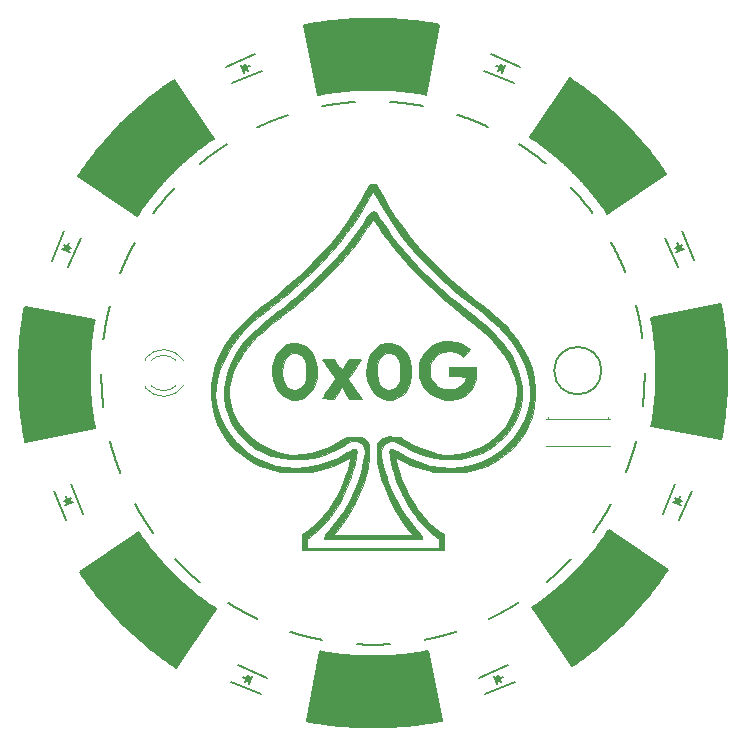
<source format=gto>
G04 #@! TF.FileFunction,Legend,Top*
%FSLAX46Y46*%
G04 Gerber Fmt 4.6, Leading zero omitted, Abs format (unit mm)*
G04 Created by KiCad (PCBNEW 4.0.7) date Thursday, May 03, 2018 'AMt' 10:41:57 AM*
%MOMM*%
%LPD*%
G01*
G04 APERTURE LIST*
%ADD10C,0.100000*%
%ADD11C,0.150000*%
%ADD12C,0.120000*%
%ADD13C,0.010000*%
G04 APERTURE END LIST*
D10*
D11*
X91055220Y-125789384D02*
X88560745Y-124756139D01*
X90481195Y-127175203D02*
X87986720Y-126141958D01*
X89439790Y-125769686D02*
X89344120Y-126000656D01*
X89344120Y-126000656D02*
X89540104Y-125919477D01*
X89479419Y-126327297D02*
X89747297Y-125680581D01*
X89290000Y-125870000D02*
X88966642Y-125736061D01*
X89613358Y-126003939D02*
X89156061Y-126193358D01*
X89156061Y-126193358D02*
X89423939Y-125546642D01*
X89423939Y-125546642D02*
X89613358Y-126003939D01*
X74210616Y-91055220D02*
X75243861Y-88560745D01*
X72824797Y-90481195D02*
X73858042Y-87986720D01*
X74230314Y-89439790D02*
X73999344Y-89344120D01*
X73999344Y-89344120D02*
X74080523Y-89540104D01*
X73672703Y-89479419D02*
X74319419Y-89747297D01*
X74130000Y-89290000D02*
X74263939Y-88966642D01*
X73996061Y-89613358D02*
X73806642Y-89156061D01*
X73806642Y-89156061D02*
X74453358Y-89423939D01*
X74453358Y-89423939D02*
X73996061Y-89613358D01*
X112485220Y-74049384D02*
X109990745Y-73016139D01*
X111911195Y-75435203D02*
X109416720Y-74401958D01*
X110869790Y-74029686D02*
X110774120Y-74260656D01*
X110774120Y-74260656D02*
X110970104Y-74179477D01*
X110909419Y-74587297D02*
X111177297Y-73940581D01*
X110720000Y-74130000D02*
X110396642Y-73996061D01*
X111043358Y-74263939D02*
X110586061Y-74453358D01*
X110586061Y-74453358D02*
X110853939Y-73806642D01*
X110853939Y-73806642D02*
X111043358Y-74263939D01*
X88088805Y-75435203D02*
X90583280Y-74401958D01*
X87514780Y-74049384D02*
X90009255Y-73016139D01*
X89245015Y-74306850D02*
X89149344Y-74075880D01*
X89149344Y-74075880D02*
X89068164Y-74271865D01*
X88822703Y-73940581D02*
X89090581Y-74587297D01*
X89280000Y-74130000D02*
X89603358Y-73996061D01*
X88956642Y-74263939D02*
X89146061Y-73806642D01*
X89146061Y-73806642D02*
X89413939Y-74453358D01*
X89413939Y-74453358D02*
X88956642Y-74263939D01*
X75435203Y-111911195D02*
X74401958Y-109416720D01*
X74049384Y-112485220D02*
X73016139Y-109990745D01*
X74306850Y-110754985D02*
X74075880Y-110850656D01*
X74075880Y-110850656D02*
X74271865Y-110931836D01*
X73940581Y-111177297D02*
X74587297Y-110909419D01*
X74130000Y-110720000D02*
X73996061Y-110396642D01*
X74263939Y-111043358D02*
X73806642Y-110853939D01*
X73806642Y-110853939D02*
X74453358Y-110586061D01*
X74453358Y-110586061D02*
X74263939Y-111043358D01*
X125950616Y-112475220D02*
X126983861Y-109980745D01*
X124564797Y-111901195D02*
X125598042Y-109406720D01*
X125970314Y-110859790D02*
X125739344Y-110764120D01*
X125739344Y-110764120D02*
X125820523Y-110960104D01*
X125412703Y-110899419D02*
X126059419Y-111167297D01*
X125870000Y-110710000D02*
X126003939Y-110386642D01*
X125736061Y-111033358D02*
X125546642Y-110576061D01*
X125546642Y-110576061D02*
X126193358Y-110843939D01*
X126193358Y-110843939D02*
X125736061Y-111033358D01*
X127175203Y-90471195D02*
X126141958Y-87976720D01*
X125789384Y-91045220D02*
X124756139Y-88550745D01*
X126046850Y-89314985D02*
X125815880Y-89410656D01*
X125815880Y-89410656D02*
X126011865Y-89491836D01*
X125680581Y-89737297D02*
X126327297Y-89469419D01*
X125870000Y-89280000D02*
X125736061Y-88956642D01*
X126003939Y-89603358D02*
X125546642Y-89413939D01*
X125546642Y-89413939D02*
X126193358Y-89146061D01*
X126193358Y-89146061D02*
X126003939Y-89603358D01*
X109518805Y-127175203D02*
X112013280Y-126141958D01*
X108944780Y-125789384D02*
X111439255Y-124756139D01*
X110675015Y-126046850D02*
X110579344Y-125815880D01*
X110579344Y-125815880D02*
X110498164Y-126011865D01*
X110252703Y-125680581D02*
X110520581Y-126327297D01*
X110710000Y-125870000D02*
X111033358Y-125736061D01*
X110386642Y-126003939D02*
X110576061Y-125546642D01*
X110576061Y-125546642D02*
X110843939Y-126193358D01*
X110843939Y-126193358D02*
X110386642Y-126003939D01*
D12*
X83942335Y-98921392D02*
G75*
G03X80710000Y-98764484I-1672335J-1078608D01*
G01*
X83942335Y-101078608D02*
G75*
G02X80710000Y-101235516I-1672335J1078608D01*
G01*
X83311130Y-98920163D02*
G75*
G03X81229039Y-98920000I-1041130J-1079837D01*
G01*
X83311130Y-101079837D02*
G75*
G02X81229039Y-101080000I-1041130J1079837D01*
G01*
X80710000Y-98764000D02*
X80710000Y-98920000D01*
X80710000Y-101080000D02*
X80710000Y-101236000D01*
D11*
G36*
X116667107Y-75055912D02*
X116862501Y-75187583D01*
X117056856Y-75320784D01*
X117250158Y-75455508D01*
X117442396Y-75591747D01*
X117633558Y-75729490D01*
X117823632Y-75868731D01*
X118012607Y-76009460D01*
X118200471Y-76151669D01*
X118387212Y-76295350D01*
X118572818Y-76440492D01*
X118757280Y-76587088D01*
X118940584Y-76735128D01*
X119122720Y-76884603D01*
X119303676Y-77035504D01*
X119483441Y-77187821D01*
X119662005Y-77341546D01*
X119839356Y-77496668D01*
X120015483Y-77653178D01*
X120190375Y-77811067D01*
X120364022Y-77970325D01*
X120536413Y-78130941D01*
X120707537Y-78292907D01*
X120877384Y-78456211D01*
X121045943Y-78620844D01*
X121213203Y-78786797D01*
X121379156Y-78954057D01*
X121543789Y-79122616D01*
X121707093Y-79292463D01*
X121869059Y-79463587D01*
X122029675Y-79635978D01*
X122188933Y-79809625D01*
X122346822Y-79984517D01*
X122503332Y-80160644D01*
X122658454Y-80337995D01*
X122812179Y-80516559D01*
X122964496Y-80696324D01*
X123115397Y-80877280D01*
X123264872Y-81059416D01*
X123412912Y-81242720D01*
X123559508Y-81427182D01*
X123704650Y-81612788D01*
X123848331Y-81799529D01*
X123990540Y-81987393D01*
X124131269Y-82176368D01*
X124270510Y-82366442D01*
X124408253Y-82557604D01*
X124544492Y-82749842D01*
X124679216Y-82943144D01*
X124812417Y-83137499D01*
X119849934Y-86509999D01*
X119743372Y-86354516D01*
X119635593Y-86199874D01*
X119526603Y-86046084D01*
X119416408Y-85893154D01*
X119305015Y-85741094D01*
X119192432Y-85589915D01*
X119078664Y-85439624D01*
X118963720Y-85290231D01*
X118847606Y-85141745D01*
X118730330Y-84994176D01*
X118611898Y-84847533D01*
X118492318Y-84701824D01*
X118371597Y-84557059D01*
X118249743Y-84413247D01*
X118126763Y-84270396D01*
X118002666Y-84128515D01*
X117877457Y-83987614D01*
X117751146Y-83847700D01*
X117623740Y-83708782D01*
X117495247Y-83570869D01*
X117365675Y-83433970D01*
X117235031Y-83298093D01*
X117103324Y-83163246D01*
X116970563Y-83029437D01*
X116836754Y-82896676D01*
X116701907Y-82764969D01*
X116566030Y-82634325D01*
X116429131Y-82504753D01*
X116291218Y-82376260D01*
X116152300Y-82248854D01*
X116012386Y-82122543D01*
X115871485Y-81997334D01*
X115729604Y-81873237D01*
X115586753Y-81750257D01*
X115442941Y-81628403D01*
X115298176Y-81507682D01*
X115152467Y-81388102D01*
X115005824Y-81269670D01*
X114858255Y-81152394D01*
X114709769Y-81036280D01*
X114560376Y-80921336D01*
X114410085Y-80807568D01*
X114258906Y-80694985D01*
X114106846Y-80583592D01*
X113953916Y-80473397D01*
X113800126Y-80364407D01*
X113645484Y-80256628D01*
X113490001Y-80150066D01*
X113333686Y-80044729D01*
X116667107Y-75055912D01*
G37*
X116667107Y-75055912D02*
X116862501Y-75187583D01*
X117056856Y-75320784D01*
X117250158Y-75455508D01*
X117442396Y-75591747D01*
X117633558Y-75729490D01*
X117823632Y-75868731D01*
X118012607Y-76009460D01*
X118200471Y-76151669D01*
X118387212Y-76295350D01*
X118572818Y-76440492D01*
X118757280Y-76587088D01*
X118940584Y-76735128D01*
X119122720Y-76884603D01*
X119303676Y-77035504D01*
X119483441Y-77187821D01*
X119662005Y-77341546D01*
X119839356Y-77496668D01*
X120015483Y-77653178D01*
X120190375Y-77811067D01*
X120364022Y-77970325D01*
X120536413Y-78130941D01*
X120707537Y-78292907D01*
X120877384Y-78456211D01*
X121045943Y-78620844D01*
X121213203Y-78786797D01*
X121379156Y-78954057D01*
X121543789Y-79122616D01*
X121707093Y-79292463D01*
X121869059Y-79463587D01*
X122029675Y-79635978D01*
X122188933Y-79809625D01*
X122346822Y-79984517D01*
X122503332Y-80160644D01*
X122658454Y-80337995D01*
X122812179Y-80516559D01*
X122964496Y-80696324D01*
X123115397Y-80877280D01*
X123264872Y-81059416D01*
X123412912Y-81242720D01*
X123559508Y-81427182D01*
X123704650Y-81612788D01*
X123848331Y-81799529D01*
X123990540Y-81987393D01*
X124131269Y-82176368D01*
X124270510Y-82366442D01*
X124408253Y-82557604D01*
X124544492Y-82749842D01*
X124679216Y-82943144D01*
X124812417Y-83137499D01*
X119849934Y-86509999D01*
X119743372Y-86354516D01*
X119635593Y-86199874D01*
X119526603Y-86046084D01*
X119416408Y-85893154D01*
X119305015Y-85741094D01*
X119192432Y-85589915D01*
X119078664Y-85439624D01*
X118963720Y-85290231D01*
X118847606Y-85141745D01*
X118730330Y-84994176D01*
X118611898Y-84847533D01*
X118492318Y-84701824D01*
X118371597Y-84557059D01*
X118249743Y-84413247D01*
X118126763Y-84270396D01*
X118002666Y-84128515D01*
X117877457Y-83987614D01*
X117751146Y-83847700D01*
X117623740Y-83708782D01*
X117495247Y-83570869D01*
X117365675Y-83433970D01*
X117235031Y-83298093D01*
X117103324Y-83163246D01*
X116970563Y-83029437D01*
X116836754Y-82896676D01*
X116701907Y-82764969D01*
X116566030Y-82634325D01*
X116429131Y-82504753D01*
X116291218Y-82376260D01*
X116152300Y-82248854D01*
X116012386Y-82122543D01*
X115871485Y-81997334D01*
X115729604Y-81873237D01*
X115586753Y-81750257D01*
X115442941Y-81628403D01*
X115298176Y-81507682D01*
X115152467Y-81388102D01*
X115005824Y-81269670D01*
X114858255Y-81152394D01*
X114709769Y-81036280D01*
X114560376Y-80921336D01*
X114410085Y-80807568D01*
X114258906Y-80694985D01*
X114106846Y-80583592D01*
X113953916Y-80473397D01*
X113800126Y-80364407D01*
X113645484Y-80256628D01*
X113490001Y-80150066D01*
X113333686Y-80044729D01*
X116667107Y-75055912D01*
G36*
X129423558Y-94147290D02*
X129468618Y-94378561D01*
X129511859Y-94610178D01*
X129553280Y-94842127D01*
X129592878Y-95074395D01*
X129630650Y-95306966D01*
X129666595Y-95539827D01*
X129700710Y-95772963D01*
X129732992Y-96006360D01*
X129763441Y-96240003D01*
X129792054Y-96473878D01*
X129818829Y-96707971D01*
X129843764Y-96942266D01*
X129866859Y-97176751D01*
X129888111Y-97411409D01*
X129907520Y-97646227D01*
X129925084Y-97881190D01*
X129940802Y-98116284D01*
X129954673Y-98351495D01*
X129966696Y-98586806D01*
X129976871Y-98822206D01*
X129985197Y-99057677D01*
X129991673Y-99293207D01*
X129996299Y-99528780D01*
X129999075Y-99764383D01*
X130000000Y-100000000D01*
X129999075Y-100235617D01*
X129996299Y-100471220D01*
X129991673Y-100706793D01*
X129985197Y-100942323D01*
X129976871Y-101177794D01*
X129966696Y-101413194D01*
X129954673Y-101648505D01*
X129940802Y-101883716D01*
X129925084Y-102118810D01*
X129907520Y-102353773D01*
X129888111Y-102588591D01*
X129866859Y-102823249D01*
X129843764Y-103057734D01*
X129818829Y-103292029D01*
X129792054Y-103526122D01*
X129763441Y-103759997D01*
X129732992Y-103993640D01*
X129700710Y-104227037D01*
X129666595Y-104460173D01*
X129630650Y-104693034D01*
X129592878Y-104925605D01*
X129553280Y-105157873D01*
X129511859Y-105389822D01*
X129468618Y-105621439D01*
X123574894Y-104497152D01*
X123609487Y-104311858D01*
X123642624Y-104126298D01*
X123674302Y-103940484D01*
X123704520Y-103754427D01*
X123733276Y-103568138D01*
X123760568Y-103381630D01*
X123786394Y-103194912D01*
X123810753Y-103007998D01*
X123833643Y-102820898D01*
X123855063Y-102633623D01*
X123875011Y-102446187D01*
X123893487Y-102258600D01*
X123910489Y-102070873D01*
X123926016Y-101883018D01*
X123940067Y-101695048D01*
X123952641Y-101506972D01*
X123963738Y-101318804D01*
X123973357Y-101130555D01*
X123981497Y-100942236D01*
X123988157Y-100753858D01*
X123993338Y-100565434D01*
X123997039Y-100376976D01*
X123999260Y-100188494D01*
X124000000Y-100000000D01*
X123999260Y-99811506D01*
X123997039Y-99623024D01*
X123993338Y-99434566D01*
X123988157Y-99246142D01*
X123981497Y-99057764D01*
X123973357Y-98869445D01*
X123963738Y-98681196D01*
X123952641Y-98493028D01*
X123940067Y-98304952D01*
X123926016Y-98116982D01*
X123910489Y-97929127D01*
X123893487Y-97741400D01*
X123875011Y-97553813D01*
X123855063Y-97366377D01*
X123833643Y-97179102D01*
X123810753Y-96992002D01*
X123786394Y-96805088D01*
X123760568Y-96618370D01*
X123733276Y-96431862D01*
X123704520Y-96245573D01*
X123674302Y-96059516D01*
X123642624Y-95873702D01*
X123609487Y-95688142D01*
X123574894Y-95502848D01*
X123538847Y-95317832D01*
X129423558Y-94147290D01*
G37*
X129423558Y-94147290D02*
X129468618Y-94378561D01*
X129511859Y-94610178D01*
X129553280Y-94842127D01*
X129592878Y-95074395D01*
X129630650Y-95306966D01*
X129666595Y-95539827D01*
X129700710Y-95772963D01*
X129732992Y-96006360D01*
X129763441Y-96240003D01*
X129792054Y-96473878D01*
X129818829Y-96707971D01*
X129843764Y-96942266D01*
X129866859Y-97176751D01*
X129888111Y-97411409D01*
X129907520Y-97646227D01*
X129925084Y-97881190D01*
X129940802Y-98116284D01*
X129954673Y-98351495D01*
X129966696Y-98586806D01*
X129976871Y-98822206D01*
X129985197Y-99057677D01*
X129991673Y-99293207D01*
X129996299Y-99528780D01*
X129999075Y-99764383D01*
X130000000Y-100000000D01*
X129999075Y-100235617D01*
X129996299Y-100471220D01*
X129991673Y-100706793D01*
X129985197Y-100942323D01*
X129976871Y-101177794D01*
X129966696Y-101413194D01*
X129954673Y-101648505D01*
X129940802Y-101883716D01*
X129925084Y-102118810D01*
X129907520Y-102353773D01*
X129888111Y-102588591D01*
X129866859Y-102823249D01*
X129843764Y-103057734D01*
X129818829Y-103292029D01*
X129792054Y-103526122D01*
X129763441Y-103759997D01*
X129732992Y-103993640D01*
X129700710Y-104227037D01*
X129666595Y-104460173D01*
X129630650Y-104693034D01*
X129592878Y-104925605D01*
X129553280Y-105157873D01*
X129511859Y-105389822D01*
X129468618Y-105621439D01*
X123574894Y-104497152D01*
X123609487Y-104311858D01*
X123642624Y-104126298D01*
X123674302Y-103940484D01*
X123704520Y-103754427D01*
X123733276Y-103568138D01*
X123760568Y-103381630D01*
X123786394Y-103194912D01*
X123810753Y-103007998D01*
X123833643Y-102820898D01*
X123855063Y-102633623D01*
X123875011Y-102446187D01*
X123893487Y-102258600D01*
X123910489Y-102070873D01*
X123926016Y-101883018D01*
X123940067Y-101695048D01*
X123952641Y-101506972D01*
X123963738Y-101318804D01*
X123973357Y-101130555D01*
X123981497Y-100942236D01*
X123988157Y-100753858D01*
X123993338Y-100565434D01*
X123997039Y-100376976D01*
X123999260Y-100188494D01*
X124000000Y-100000000D01*
X123999260Y-99811506D01*
X123997039Y-99623024D01*
X123993338Y-99434566D01*
X123988157Y-99246142D01*
X123981497Y-99057764D01*
X123973357Y-98869445D01*
X123963738Y-98681196D01*
X123952641Y-98493028D01*
X123940067Y-98304952D01*
X123926016Y-98116982D01*
X123910489Y-97929127D01*
X123893487Y-97741400D01*
X123875011Y-97553813D01*
X123855063Y-97366377D01*
X123833643Y-97179102D01*
X123810753Y-96992002D01*
X123786394Y-96805088D01*
X123760568Y-96618370D01*
X123733276Y-96431862D01*
X123704520Y-96245573D01*
X123674302Y-96059516D01*
X123642624Y-95873702D01*
X123609487Y-95688142D01*
X123574894Y-95502848D01*
X123538847Y-95317832D01*
X129423558Y-94147290D01*
G36*
X124944088Y-116667107D02*
X124812417Y-116862501D01*
X124679216Y-117056856D01*
X124544492Y-117250158D01*
X124408253Y-117442396D01*
X124270510Y-117633558D01*
X124131269Y-117823632D01*
X123990540Y-118012607D01*
X123848331Y-118200471D01*
X123704650Y-118387212D01*
X123559508Y-118572818D01*
X123412912Y-118757280D01*
X123264872Y-118940584D01*
X123115397Y-119122720D01*
X122964496Y-119303676D01*
X122812179Y-119483441D01*
X122658454Y-119662005D01*
X122503332Y-119839356D01*
X122346822Y-120015483D01*
X122188933Y-120190375D01*
X122029675Y-120364022D01*
X121869059Y-120536413D01*
X121707093Y-120707537D01*
X121543789Y-120877384D01*
X121379156Y-121045943D01*
X121213203Y-121213203D01*
X121045943Y-121379156D01*
X120877384Y-121543789D01*
X120707537Y-121707093D01*
X120536413Y-121869059D01*
X120364022Y-122029675D01*
X120190375Y-122188933D01*
X120015483Y-122346822D01*
X119839356Y-122503332D01*
X119662005Y-122658454D01*
X119483441Y-122812179D01*
X119303676Y-122964496D01*
X119122720Y-123115397D01*
X118940584Y-123264872D01*
X118757280Y-123412912D01*
X118572818Y-123559508D01*
X118387212Y-123704650D01*
X118200471Y-123848331D01*
X118012607Y-123990540D01*
X117823632Y-124131269D01*
X117633558Y-124270510D01*
X117442396Y-124408253D01*
X117250158Y-124544492D01*
X117056856Y-124679216D01*
X116862501Y-124812417D01*
X113490001Y-119849934D01*
X113645484Y-119743372D01*
X113800126Y-119635593D01*
X113953916Y-119526603D01*
X114106846Y-119416408D01*
X114258906Y-119305015D01*
X114410085Y-119192432D01*
X114560376Y-119078664D01*
X114709769Y-118963720D01*
X114858255Y-118847606D01*
X115005824Y-118730330D01*
X115152467Y-118611898D01*
X115298176Y-118492318D01*
X115442941Y-118371597D01*
X115586753Y-118249743D01*
X115729604Y-118126763D01*
X115871485Y-118002666D01*
X116012386Y-117877457D01*
X116152300Y-117751146D01*
X116291218Y-117623740D01*
X116429131Y-117495247D01*
X116566030Y-117365675D01*
X116701907Y-117235031D01*
X116836754Y-117103324D01*
X116970563Y-116970563D01*
X117103324Y-116836754D01*
X117235031Y-116701907D01*
X117365675Y-116566030D01*
X117495247Y-116429131D01*
X117623740Y-116291218D01*
X117751146Y-116152300D01*
X117877457Y-116012386D01*
X118002666Y-115871485D01*
X118126763Y-115729604D01*
X118249743Y-115586753D01*
X118371597Y-115442941D01*
X118492318Y-115298176D01*
X118611898Y-115152467D01*
X118730330Y-115005824D01*
X118847606Y-114858255D01*
X118963720Y-114709769D01*
X119078664Y-114560376D01*
X119192432Y-114410085D01*
X119305015Y-114258906D01*
X119416408Y-114106846D01*
X119526603Y-113953916D01*
X119635593Y-113800126D01*
X119743372Y-113645484D01*
X119849934Y-113490001D01*
X119955271Y-113333686D01*
X124944088Y-116667107D01*
G37*
X124944088Y-116667107D02*
X124812417Y-116862501D01*
X124679216Y-117056856D01*
X124544492Y-117250158D01*
X124408253Y-117442396D01*
X124270510Y-117633558D01*
X124131269Y-117823632D01*
X123990540Y-118012607D01*
X123848331Y-118200471D01*
X123704650Y-118387212D01*
X123559508Y-118572818D01*
X123412912Y-118757280D01*
X123264872Y-118940584D01*
X123115397Y-119122720D01*
X122964496Y-119303676D01*
X122812179Y-119483441D01*
X122658454Y-119662005D01*
X122503332Y-119839356D01*
X122346822Y-120015483D01*
X122188933Y-120190375D01*
X122029675Y-120364022D01*
X121869059Y-120536413D01*
X121707093Y-120707537D01*
X121543789Y-120877384D01*
X121379156Y-121045943D01*
X121213203Y-121213203D01*
X121045943Y-121379156D01*
X120877384Y-121543789D01*
X120707537Y-121707093D01*
X120536413Y-121869059D01*
X120364022Y-122029675D01*
X120190375Y-122188933D01*
X120015483Y-122346822D01*
X119839356Y-122503332D01*
X119662005Y-122658454D01*
X119483441Y-122812179D01*
X119303676Y-122964496D01*
X119122720Y-123115397D01*
X118940584Y-123264872D01*
X118757280Y-123412912D01*
X118572818Y-123559508D01*
X118387212Y-123704650D01*
X118200471Y-123848331D01*
X118012607Y-123990540D01*
X117823632Y-124131269D01*
X117633558Y-124270510D01*
X117442396Y-124408253D01*
X117250158Y-124544492D01*
X117056856Y-124679216D01*
X116862501Y-124812417D01*
X113490001Y-119849934D01*
X113645484Y-119743372D01*
X113800126Y-119635593D01*
X113953916Y-119526603D01*
X114106846Y-119416408D01*
X114258906Y-119305015D01*
X114410085Y-119192432D01*
X114560376Y-119078664D01*
X114709769Y-118963720D01*
X114858255Y-118847606D01*
X115005824Y-118730330D01*
X115152467Y-118611898D01*
X115298176Y-118492318D01*
X115442941Y-118371597D01*
X115586753Y-118249743D01*
X115729604Y-118126763D01*
X115871485Y-118002666D01*
X116012386Y-117877457D01*
X116152300Y-117751146D01*
X116291218Y-117623740D01*
X116429131Y-117495247D01*
X116566030Y-117365675D01*
X116701907Y-117235031D01*
X116836754Y-117103324D01*
X116970563Y-116970563D01*
X117103324Y-116836754D01*
X117235031Y-116701907D01*
X117365675Y-116566030D01*
X117495247Y-116429131D01*
X117623740Y-116291218D01*
X117751146Y-116152300D01*
X117877457Y-116012386D01*
X118002666Y-115871485D01*
X118126763Y-115729604D01*
X118249743Y-115586753D01*
X118371597Y-115442941D01*
X118492318Y-115298176D01*
X118611898Y-115152467D01*
X118730330Y-115005824D01*
X118847606Y-114858255D01*
X118963720Y-114709769D01*
X119078664Y-114560376D01*
X119192432Y-114410085D01*
X119305015Y-114258906D01*
X119416408Y-114106846D01*
X119526603Y-113953916D01*
X119635593Y-113800126D01*
X119743372Y-113645484D01*
X119849934Y-113490001D01*
X119955271Y-113333686D01*
X124944088Y-116667107D01*
G36*
X105852710Y-129423558D02*
X105621439Y-129468618D01*
X105389822Y-129511859D01*
X105157873Y-129553280D01*
X104925605Y-129592878D01*
X104693034Y-129630650D01*
X104460173Y-129666595D01*
X104227037Y-129700710D01*
X103993640Y-129732992D01*
X103759997Y-129763441D01*
X103526122Y-129792054D01*
X103292029Y-129818829D01*
X103057734Y-129843764D01*
X102823249Y-129866859D01*
X102588591Y-129888111D01*
X102353773Y-129907520D01*
X102118810Y-129925084D01*
X101883716Y-129940802D01*
X101648505Y-129954673D01*
X101413194Y-129966696D01*
X101177794Y-129976871D01*
X100942323Y-129985197D01*
X100706793Y-129991673D01*
X100471220Y-129996299D01*
X100235617Y-129999075D01*
X100000000Y-130000000D01*
X99764383Y-129999075D01*
X99528780Y-129996299D01*
X99293207Y-129991673D01*
X99057677Y-129985197D01*
X98822206Y-129976871D01*
X98586806Y-129966696D01*
X98351495Y-129954673D01*
X98116284Y-129940802D01*
X97881190Y-129925084D01*
X97646227Y-129907520D01*
X97411409Y-129888111D01*
X97176751Y-129866859D01*
X96942266Y-129843764D01*
X96707971Y-129818829D01*
X96473878Y-129792054D01*
X96240003Y-129763441D01*
X96006360Y-129732992D01*
X95772963Y-129700710D01*
X95539827Y-129666595D01*
X95306966Y-129630650D01*
X95074395Y-129592878D01*
X94842127Y-129553280D01*
X94610178Y-129511859D01*
X94378561Y-129468618D01*
X95502848Y-123574894D01*
X95688142Y-123609487D01*
X95873702Y-123642624D01*
X96059516Y-123674302D01*
X96245573Y-123704520D01*
X96431862Y-123733276D01*
X96618370Y-123760568D01*
X96805088Y-123786394D01*
X96992002Y-123810753D01*
X97179102Y-123833643D01*
X97366377Y-123855063D01*
X97553813Y-123875011D01*
X97741400Y-123893487D01*
X97929127Y-123910489D01*
X98116982Y-123926016D01*
X98304952Y-123940067D01*
X98493028Y-123952641D01*
X98681196Y-123963738D01*
X98869445Y-123973357D01*
X99057764Y-123981497D01*
X99246142Y-123988157D01*
X99434566Y-123993338D01*
X99623024Y-123997039D01*
X99811506Y-123999260D01*
X100000000Y-124000000D01*
X100188494Y-123999260D01*
X100376976Y-123997039D01*
X100565434Y-123993338D01*
X100753858Y-123988157D01*
X100942236Y-123981497D01*
X101130555Y-123973357D01*
X101318804Y-123963738D01*
X101506972Y-123952641D01*
X101695048Y-123940067D01*
X101883018Y-123926016D01*
X102070873Y-123910489D01*
X102258600Y-123893487D01*
X102446187Y-123875011D01*
X102633623Y-123855063D01*
X102820898Y-123833643D01*
X103007998Y-123810753D01*
X103194912Y-123786394D01*
X103381630Y-123760568D01*
X103568138Y-123733276D01*
X103754427Y-123704520D01*
X103940484Y-123674302D01*
X104126298Y-123642624D01*
X104311858Y-123609487D01*
X104497152Y-123574894D01*
X104682168Y-123538847D01*
X105852710Y-129423558D01*
G37*
X105852710Y-129423558D02*
X105621439Y-129468618D01*
X105389822Y-129511859D01*
X105157873Y-129553280D01*
X104925605Y-129592878D01*
X104693034Y-129630650D01*
X104460173Y-129666595D01*
X104227037Y-129700710D01*
X103993640Y-129732992D01*
X103759997Y-129763441D01*
X103526122Y-129792054D01*
X103292029Y-129818829D01*
X103057734Y-129843764D01*
X102823249Y-129866859D01*
X102588591Y-129888111D01*
X102353773Y-129907520D01*
X102118810Y-129925084D01*
X101883716Y-129940802D01*
X101648505Y-129954673D01*
X101413194Y-129966696D01*
X101177794Y-129976871D01*
X100942323Y-129985197D01*
X100706793Y-129991673D01*
X100471220Y-129996299D01*
X100235617Y-129999075D01*
X100000000Y-130000000D01*
X99764383Y-129999075D01*
X99528780Y-129996299D01*
X99293207Y-129991673D01*
X99057677Y-129985197D01*
X98822206Y-129976871D01*
X98586806Y-129966696D01*
X98351495Y-129954673D01*
X98116284Y-129940802D01*
X97881190Y-129925084D01*
X97646227Y-129907520D01*
X97411409Y-129888111D01*
X97176751Y-129866859D01*
X96942266Y-129843764D01*
X96707971Y-129818829D01*
X96473878Y-129792054D01*
X96240003Y-129763441D01*
X96006360Y-129732992D01*
X95772963Y-129700710D01*
X95539827Y-129666595D01*
X95306966Y-129630650D01*
X95074395Y-129592878D01*
X94842127Y-129553280D01*
X94610178Y-129511859D01*
X94378561Y-129468618D01*
X95502848Y-123574894D01*
X95688142Y-123609487D01*
X95873702Y-123642624D01*
X96059516Y-123674302D01*
X96245573Y-123704520D01*
X96431862Y-123733276D01*
X96618370Y-123760568D01*
X96805088Y-123786394D01*
X96992002Y-123810753D01*
X97179102Y-123833643D01*
X97366377Y-123855063D01*
X97553813Y-123875011D01*
X97741400Y-123893487D01*
X97929127Y-123910489D01*
X98116982Y-123926016D01*
X98304952Y-123940067D01*
X98493028Y-123952641D01*
X98681196Y-123963738D01*
X98869445Y-123973357D01*
X99057764Y-123981497D01*
X99246142Y-123988157D01*
X99434566Y-123993338D01*
X99623024Y-123997039D01*
X99811506Y-123999260D01*
X100000000Y-124000000D01*
X100188494Y-123999260D01*
X100376976Y-123997039D01*
X100565434Y-123993338D01*
X100753858Y-123988157D01*
X100942236Y-123981497D01*
X101130555Y-123973357D01*
X101318804Y-123963738D01*
X101506972Y-123952641D01*
X101695048Y-123940067D01*
X101883018Y-123926016D01*
X102070873Y-123910489D01*
X102258600Y-123893487D01*
X102446187Y-123875011D01*
X102633623Y-123855063D01*
X102820898Y-123833643D01*
X103007998Y-123810753D01*
X103194912Y-123786394D01*
X103381630Y-123760568D01*
X103568138Y-123733276D01*
X103754427Y-123704520D01*
X103940484Y-123674302D01*
X104126298Y-123642624D01*
X104311858Y-123609487D01*
X104497152Y-123574894D01*
X104682168Y-123538847D01*
X105852710Y-129423558D01*
G36*
X83332893Y-124944088D02*
X83137499Y-124812417D01*
X82943144Y-124679216D01*
X82749842Y-124544492D01*
X82557604Y-124408253D01*
X82366442Y-124270510D01*
X82176368Y-124131269D01*
X81987393Y-123990540D01*
X81799529Y-123848331D01*
X81612788Y-123704650D01*
X81427182Y-123559508D01*
X81242720Y-123412912D01*
X81059416Y-123264872D01*
X80877280Y-123115397D01*
X80696324Y-122964496D01*
X80516559Y-122812179D01*
X80337995Y-122658454D01*
X80160644Y-122503332D01*
X79984517Y-122346822D01*
X79809625Y-122188933D01*
X79635978Y-122029675D01*
X79463587Y-121869059D01*
X79292463Y-121707093D01*
X79122616Y-121543789D01*
X78954057Y-121379156D01*
X78786797Y-121213203D01*
X78620844Y-121045943D01*
X78456211Y-120877384D01*
X78292907Y-120707537D01*
X78130941Y-120536413D01*
X77970325Y-120364022D01*
X77811067Y-120190375D01*
X77653178Y-120015483D01*
X77496668Y-119839356D01*
X77341546Y-119662005D01*
X77187821Y-119483441D01*
X77035504Y-119303676D01*
X76884603Y-119122720D01*
X76735128Y-118940584D01*
X76587088Y-118757280D01*
X76440492Y-118572818D01*
X76295350Y-118387212D01*
X76151669Y-118200471D01*
X76009460Y-118012607D01*
X75868731Y-117823632D01*
X75729490Y-117633558D01*
X75591747Y-117442396D01*
X75455508Y-117250158D01*
X75320784Y-117056856D01*
X75187583Y-116862501D01*
X80150066Y-113490001D01*
X80256628Y-113645484D01*
X80364407Y-113800126D01*
X80473397Y-113953916D01*
X80583592Y-114106846D01*
X80694985Y-114258906D01*
X80807568Y-114410085D01*
X80921336Y-114560376D01*
X81036280Y-114709769D01*
X81152394Y-114858255D01*
X81269670Y-115005824D01*
X81388102Y-115152467D01*
X81507682Y-115298176D01*
X81628403Y-115442941D01*
X81750257Y-115586753D01*
X81873237Y-115729604D01*
X81997334Y-115871485D01*
X82122543Y-116012386D01*
X82248854Y-116152300D01*
X82376260Y-116291218D01*
X82504753Y-116429131D01*
X82634325Y-116566030D01*
X82764969Y-116701907D01*
X82896676Y-116836754D01*
X83029437Y-116970563D01*
X83163246Y-117103324D01*
X83298093Y-117235031D01*
X83433970Y-117365675D01*
X83570869Y-117495247D01*
X83708782Y-117623740D01*
X83847700Y-117751146D01*
X83987614Y-117877457D01*
X84128515Y-118002666D01*
X84270396Y-118126763D01*
X84413247Y-118249743D01*
X84557059Y-118371597D01*
X84701824Y-118492318D01*
X84847533Y-118611898D01*
X84994176Y-118730330D01*
X85141745Y-118847606D01*
X85290231Y-118963720D01*
X85439624Y-119078664D01*
X85589915Y-119192432D01*
X85741094Y-119305015D01*
X85893154Y-119416408D01*
X86046084Y-119526603D01*
X86199874Y-119635593D01*
X86354516Y-119743372D01*
X86509999Y-119849934D01*
X86666314Y-119955271D01*
X83332893Y-124944088D01*
G37*
X83332893Y-124944088D02*
X83137499Y-124812417D01*
X82943144Y-124679216D01*
X82749842Y-124544492D01*
X82557604Y-124408253D01*
X82366442Y-124270510D01*
X82176368Y-124131269D01*
X81987393Y-123990540D01*
X81799529Y-123848331D01*
X81612788Y-123704650D01*
X81427182Y-123559508D01*
X81242720Y-123412912D01*
X81059416Y-123264872D01*
X80877280Y-123115397D01*
X80696324Y-122964496D01*
X80516559Y-122812179D01*
X80337995Y-122658454D01*
X80160644Y-122503332D01*
X79984517Y-122346822D01*
X79809625Y-122188933D01*
X79635978Y-122029675D01*
X79463587Y-121869059D01*
X79292463Y-121707093D01*
X79122616Y-121543789D01*
X78954057Y-121379156D01*
X78786797Y-121213203D01*
X78620844Y-121045943D01*
X78456211Y-120877384D01*
X78292907Y-120707537D01*
X78130941Y-120536413D01*
X77970325Y-120364022D01*
X77811067Y-120190375D01*
X77653178Y-120015483D01*
X77496668Y-119839356D01*
X77341546Y-119662005D01*
X77187821Y-119483441D01*
X77035504Y-119303676D01*
X76884603Y-119122720D01*
X76735128Y-118940584D01*
X76587088Y-118757280D01*
X76440492Y-118572818D01*
X76295350Y-118387212D01*
X76151669Y-118200471D01*
X76009460Y-118012607D01*
X75868731Y-117823632D01*
X75729490Y-117633558D01*
X75591747Y-117442396D01*
X75455508Y-117250158D01*
X75320784Y-117056856D01*
X75187583Y-116862501D01*
X80150066Y-113490001D01*
X80256628Y-113645484D01*
X80364407Y-113800126D01*
X80473397Y-113953916D01*
X80583592Y-114106846D01*
X80694985Y-114258906D01*
X80807568Y-114410085D01*
X80921336Y-114560376D01*
X81036280Y-114709769D01*
X81152394Y-114858255D01*
X81269670Y-115005824D01*
X81388102Y-115152467D01*
X81507682Y-115298176D01*
X81628403Y-115442941D01*
X81750257Y-115586753D01*
X81873237Y-115729604D01*
X81997334Y-115871485D01*
X82122543Y-116012386D01*
X82248854Y-116152300D01*
X82376260Y-116291218D01*
X82504753Y-116429131D01*
X82634325Y-116566030D01*
X82764969Y-116701907D01*
X82896676Y-116836754D01*
X83029437Y-116970563D01*
X83163246Y-117103324D01*
X83298093Y-117235031D01*
X83433970Y-117365675D01*
X83570869Y-117495247D01*
X83708782Y-117623740D01*
X83847700Y-117751146D01*
X83987614Y-117877457D01*
X84128515Y-118002666D01*
X84270396Y-118126763D01*
X84413247Y-118249743D01*
X84557059Y-118371597D01*
X84701824Y-118492318D01*
X84847533Y-118611898D01*
X84994176Y-118730330D01*
X85141745Y-118847606D01*
X85290231Y-118963720D01*
X85439624Y-119078664D01*
X85589915Y-119192432D01*
X85741094Y-119305015D01*
X85893154Y-119416408D01*
X86046084Y-119526603D01*
X86199874Y-119635593D01*
X86354516Y-119743372D01*
X86509999Y-119849934D01*
X86666314Y-119955271D01*
X83332893Y-124944088D01*
G36*
X70576442Y-105852710D02*
X70531382Y-105621439D01*
X70488141Y-105389822D01*
X70446720Y-105157873D01*
X70407122Y-104925605D01*
X70369350Y-104693034D01*
X70333405Y-104460173D01*
X70299290Y-104227037D01*
X70267008Y-103993640D01*
X70236559Y-103759997D01*
X70207946Y-103526122D01*
X70181171Y-103292029D01*
X70156236Y-103057734D01*
X70133141Y-102823249D01*
X70111889Y-102588591D01*
X70092480Y-102353773D01*
X70074916Y-102118810D01*
X70059198Y-101883716D01*
X70045327Y-101648505D01*
X70033304Y-101413194D01*
X70023129Y-101177794D01*
X70014803Y-100942323D01*
X70008327Y-100706793D01*
X70003701Y-100471220D01*
X70000925Y-100235617D01*
X70000000Y-100000000D01*
X70000925Y-99764383D01*
X70003701Y-99528780D01*
X70008327Y-99293207D01*
X70014803Y-99057677D01*
X70023129Y-98822206D01*
X70033304Y-98586806D01*
X70045327Y-98351495D01*
X70059198Y-98116284D01*
X70074916Y-97881190D01*
X70092480Y-97646227D01*
X70111889Y-97411409D01*
X70133141Y-97176751D01*
X70156236Y-96942266D01*
X70181171Y-96707971D01*
X70207946Y-96473878D01*
X70236559Y-96240003D01*
X70267008Y-96006360D01*
X70299290Y-95772963D01*
X70333405Y-95539827D01*
X70369350Y-95306966D01*
X70407122Y-95074395D01*
X70446720Y-94842127D01*
X70488141Y-94610178D01*
X70531382Y-94378561D01*
X76425106Y-95502848D01*
X76390513Y-95688142D01*
X76357376Y-95873702D01*
X76325698Y-96059516D01*
X76295480Y-96245573D01*
X76266724Y-96431862D01*
X76239432Y-96618370D01*
X76213606Y-96805088D01*
X76189247Y-96992002D01*
X76166357Y-97179102D01*
X76144937Y-97366377D01*
X76124989Y-97553813D01*
X76106513Y-97741400D01*
X76089511Y-97929127D01*
X76073984Y-98116982D01*
X76059933Y-98304952D01*
X76047359Y-98493028D01*
X76036262Y-98681196D01*
X76026643Y-98869445D01*
X76018503Y-99057764D01*
X76011843Y-99246142D01*
X76006662Y-99434566D01*
X76002961Y-99623024D01*
X76000740Y-99811506D01*
X76000000Y-100000000D01*
X76000740Y-100188494D01*
X76002961Y-100376976D01*
X76006662Y-100565434D01*
X76011843Y-100753858D01*
X76018503Y-100942236D01*
X76026643Y-101130555D01*
X76036262Y-101318804D01*
X76047359Y-101506972D01*
X76059933Y-101695048D01*
X76073984Y-101883018D01*
X76089511Y-102070873D01*
X76106513Y-102258600D01*
X76124989Y-102446187D01*
X76144937Y-102633623D01*
X76166357Y-102820898D01*
X76189247Y-103007998D01*
X76213606Y-103194912D01*
X76239432Y-103381630D01*
X76266724Y-103568138D01*
X76295480Y-103754427D01*
X76325698Y-103940484D01*
X76357376Y-104126298D01*
X76390513Y-104311858D01*
X76425106Y-104497152D01*
X76461153Y-104682168D01*
X70576442Y-105852710D01*
G37*
X70576442Y-105852710D02*
X70531382Y-105621439D01*
X70488141Y-105389822D01*
X70446720Y-105157873D01*
X70407122Y-104925605D01*
X70369350Y-104693034D01*
X70333405Y-104460173D01*
X70299290Y-104227037D01*
X70267008Y-103993640D01*
X70236559Y-103759997D01*
X70207946Y-103526122D01*
X70181171Y-103292029D01*
X70156236Y-103057734D01*
X70133141Y-102823249D01*
X70111889Y-102588591D01*
X70092480Y-102353773D01*
X70074916Y-102118810D01*
X70059198Y-101883716D01*
X70045327Y-101648505D01*
X70033304Y-101413194D01*
X70023129Y-101177794D01*
X70014803Y-100942323D01*
X70008327Y-100706793D01*
X70003701Y-100471220D01*
X70000925Y-100235617D01*
X70000000Y-100000000D01*
X70000925Y-99764383D01*
X70003701Y-99528780D01*
X70008327Y-99293207D01*
X70014803Y-99057677D01*
X70023129Y-98822206D01*
X70033304Y-98586806D01*
X70045327Y-98351495D01*
X70059198Y-98116284D01*
X70074916Y-97881190D01*
X70092480Y-97646227D01*
X70111889Y-97411409D01*
X70133141Y-97176751D01*
X70156236Y-96942266D01*
X70181171Y-96707971D01*
X70207946Y-96473878D01*
X70236559Y-96240003D01*
X70267008Y-96006360D01*
X70299290Y-95772963D01*
X70333405Y-95539827D01*
X70369350Y-95306966D01*
X70407122Y-95074395D01*
X70446720Y-94842127D01*
X70488141Y-94610178D01*
X70531382Y-94378561D01*
X76425106Y-95502848D01*
X76390513Y-95688142D01*
X76357376Y-95873702D01*
X76325698Y-96059516D01*
X76295480Y-96245573D01*
X76266724Y-96431862D01*
X76239432Y-96618370D01*
X76213606Y-96805088D01*
X76189247Y-96992002D01*
X76166357Y-97179102D01*
X76144937Y-97366377D01*
X76124989Y-97553813D01*
X76106513Y-97741400D01*
X76089511Y-97929127D01*
X76073984Y-98116982D01*
X76059933Y-98304952D01*
X76047359Y-98493028D01*
X76036262Y-98681196D01*
X76026643Y-98869445D01*
X76018503Y-99057764D01*
X76011843Y-99246142D01*
X76006662Y-99434566D01*
X76002961Y-99623024D01*
X76000740Y-99811506D01*
X76000000Y-100000000D01*
X76000740Y-100188494D01*
X76002961Y-100376976D01*
X76006662Y-100565434D01*
X76011843Y-100753858D01*
X76018503Y-100942236D01*
X76026643Y-101130555D01*
X76036262Y-101318804D01*
X76047359Y-101506972D01*
X76059933Y-101695048D01*
X76073984Y-101883018D01*
X76089511Y-102070873D01*
X76106513Y-102258600D01*
X76124989Y-102446187D01*
X76144937Y-102633623D01*
X76166357Y-102820898D01*
X76189247Y-103007998D01*
X76213606Y-103194912D01*
X76239432Y-103381630D01*
X76266724Y-103568138D01*
X76295480Y-103754427D01*
X76325698Y-103940484D01*
X76357376Y-104126298D01*
X76390513Y-104311858D01*
X76425106Y-104497152D01*
X76461153Y-104682168D01*
X70576442Y-105852710D01*
G36*
X75055912Y-83332893D02*
X75187583Y-83137499D01*
X75320784Y-82943144D01*
X75455508Y-82749842D01*
X75591747Y-82557604D01*
X75729490Y-82366442D01*
X75868731Y-82176368D01*
X76009460Y-81987393D01*
X76151669Y-81799529D01*
X76295350Y-81612788D01*
X76440492Y-81427182D01*
X76587088Y-81242720D01*
X76735128Y-81059416D01*
X76884603Y-80877280D01*
X77035504Y-80696324D01*
X77187821Y-80516559D01*
X77341546Y-80337995D01*
X77496668Y-80160644D01*
X77653178Y-79984517D01*
X77811067Y-79809625D01*
X77970325Y-79635978D01*
X78130941Y-79463587D01*
X78292907Y-79292463D01*
X78456211Y-79122616D01*
X78620844Y-78954057D01*
X78786797Y-78786797D01*
X78954057Y-78620844D01*
X79122616Y-78456211D01*
X79292463Y-78292907D01*
X79463587Y-78130941D01*
X79635978Y-77970325D01*
X79809625Y-77811067D01*
X79984517Y-77653178D01*
X80160644Y-77496668D01*
X80337995Y-77341546D01*
X80516559Y-77187821D01*
X80696324Y-77035504D01*
X80877280Y-76884603D01*
X81059416Y-76735128D01*
X81242720Y-76587088D01*
X81427182Y-76440492D01*
X81612788Y-76295350D01*
X81799529Y-76151669D01*
X81987393Y-76009460D01*
X82176368Y-75868731D01*
X82366442Y-75729490D01*
X82557604Y-75591747D01*
X82749842Y-75455508D01*
X82943144Y-75320784D01*
X83137499Y-75187583D01*
X86509999Y-80150066D01*
X86354516Y-80256628D01*
X86199874Y-80364407D01*
X86046084Y-80473397D01*
X85893154Y-80583592D01*
X85741094Y-80694985D01*
X85589915Y-80807568D01*
X85439624Y-80921336D01*
X85290231Y-81036280D01*
X85141745Y-81152394D01*
X84994176Y-81269670D01*
X84847533Y-81388102D01*
X84701824Y-81507682D01*
X84557059Y-81628403D01*
X84413247Y-81750257D01*
X84270396Y-81873237D01*
X84128515Y-81997334D01*
X83987614Y-82122543D01*
X83847700Y-82248854D01*
X83708782Y-82376260D01*
X83570869Y-82504753D01*
X83433970Y-82634325D01*
X83298093Y-82764969D01*
X83163246Y-82896676D01*
X83029437Y-83029437D01*
X82896676Y-83163246D01*
X82764969Y-83298093D01*
X82634325Y-83433970D01*
X82504753Y-83570869D01*
X82376260Y-83708782D01*
X82248854Y-83847700D01*
X82122543Y-83987614D01*
X81997334Y-84128515D01*
X81873237Y-84270396D01*
X81750257Y-84413247D01*
X81628403Y-84557059D01*
X81507682Y-84701824D01*
X81388102Y-84847533D01*
X81269670Y-84994176D01*
X81152394Y-85141745D01*
X81036280Y-85290231D01*
X80921336Y-85439624D01*
X80807568Y-85589915D01*
X80694985Y-85741094D01*
X80583592Y-85893154D01*
X80473397Y-86046084D01*
X80364407Y-86199874D01*
X80256628Y-86354516D01*
X80150066Y-86509999D01*
X80044729Y-86666314D01*
X75055912Y-83332893D01*
G37*
X75055912Y-83332893D02*
X75187583Y-83137499D01*
X75320784Y-82943144D01*
X75455508Y-82749842D01*
X75591747Y-82557604D01*
X75729490Y-82366442D01*
X75868731Y-82176368D01*
X76009460Y-81987393D01*
X76151669Y-81799529D01*
X76295350Y-81612788D01*
X76440492Y-81427182D01*
X76587088Y-81242720D01*
X76735128Y-81059416D01*
X76884603Y-80877280D01*
X77035504Y-80696324D01*
X77187821Y-80516559D01*
X77341546Y-80337995D01*
X77496668Y-80160644D01*
X77653178Y-79984517D01*
X77811067Y-79809625D01*
X77970325Y-79635978D01*
X78130941Y-79463587D01*
X78292907Y-79292463D01*
X78456211Y-79122616D01*
X78620844Y-78954057D01*
X78786797Y-78786797D01*
X78954057Y-78620844D01*
X79122616Y-78456211D01*
X79292463Y-78292907D01*
X79463587Y-78130941D01*
X79635978Y-77970325D01*
X79809625Y-77811067D01*
X79984517Y-77653178D01*
X80160644Y-77496668D01*
X80337995Y-77341546D01*
X80516559Y-77187821D01*
X80696324Y-77035504D01*
X80877280Y-76884603D01*
X81059416Y-76735128D01*
X81242720Y-76587088D01*
X81427182Y-76440492D01*
X81612788Y-76295350D01*
X81799529Y-76151669D01*
X81987393Y-76009460D01*
X82176368Y-75868731D01*
X82366442Y-75729490D01*
X82557604Y-75591747D01*
X82749842Y-75455508D01*
X82943144Y-75320784D01*
X83137499Y-75187583D01*
X86509999Y-80150066D01*
X86354516Y-80256628D01*
X86199874Y-80364407D01*
X86046084Y-80473397D01*
X85893154Y-80583592D01*
X85741094Y-80694985D01*
X85589915Y-80807568D01*
X85439624Y-80921336D01*
X85290231Y-81036280D01*
X85141745Y-81152394D01*
X84994176Y-81269670D01*
X84847533Y-81388102D01*
X84701824Y-81507682D01*
X84557059Y-81628403D01*
X84413247Y-81750257D01*
X84270396Y-81873237D01*
X84128515Y-81997334D01*
X83987614Y-82122543D01*
X83847700Y-82248854D01*
X83708782Y-82376260D01*
X83570869Y-82504753D01*
X83433970Y-82634325D01*
X83298093Y-82764969D01*
X83163246Y-82896676D01*
X83029437Y-83029437D01*
X82896676Y-83163246D01*
X82764969Y-83298093D01*
X82634325Y-83433970D01*
X82504753Y-83570869D01*
X82376260Y-83708782D01*
X82248854Y-83847700D01*
X82122543Y-83987614D01*
X81997334Y-84128515D01*
X81873237Y-84270396D01*
X81750257Y-84413247D01*
X81628403Y-84557059D01*
X81507682Y-84701824D01*
X81388102Y-84847533D01*
X81269670Y-84994176D01*
X81152394Y-85141745D01*
X81036280Y-85290231D01*
X80921336Y-85439624D01*
X80807568Y-85589915D01*
X80694985Y-85741094D01*
X80583592Y-85893154D01*
X80473397Y-86046084D01*
X80364407Y-86199874D01*
X80256628Y-86354516D01*
X80150066Y-86509999D01*
X80044729Y-86666314D01*
X75055912Y-83332893D01*
G36*
X94147290Y-70576442D02*
X94378561Y-70531382D01*
X94610178Y-70488141D01*
X94842127Y-70446720D01*
X95074395Y-70407122D01*
X95306966Y-70369350D01*
X95539827Y-70333405D01*
X95772963Y-70299290D01*
X96006360Y-70267008D01*
X96240003Y-70236559D01*
X96473878Y-70207946D01*
X96707971Y-70181171D01*
X96942266Y-70156236D01*
X97176751Y-70133141D01*
X97411409Y-70111889D01*
X97646227Y-70092480D01*
X97881190Y-70074916D01*
X98116284Y-70059198D01*
X98351495Y-70045327D01*
X98586806Y-70033304D01*
X98822206Y-70023129D01*
X99057677Y-70014803D01*
X99293207Y-70008327D01*
X99528780Y-70003701D01*
X99764383Y-70000925D01*
X100000000Y-70000000D01*
X100235617Y-70000925D01*
X100471220Y-70003701D01*
X100706793Y-70008327D01*
X100942323Y-70014803D01*
X101177794Y-70023129D01*
X101413194Y-70033304D01*
X101648505Y-70045327D01*
X101883716Y-70059198D01*
X102118810Y-70074916D01*
X102353773Y-70092480D01*
X102588591Y-70111889D01*
X102823249Y-70133141D01*
X103057734Y-70156236D01*
X103292029Y-70181171D01*
X103526122Y-70207946D01*
X103759997Y-70236559D01*
X103993640Y-70267008D01*
X104227037Y-70299290D01*
X104460173Y-70333405D01*
X104693034Y-70369350D01*
X104925605Y-70407122D01*
X105157873Y-70446720D01*
X105389822Y-70488141D01*
X105621439Y-70531382D01*
X104497152Y-76425106D01*
X104311858Y-76390513D01*
X104126298Y-76357376D01*
X103940484Y-76325698D01*
X103754427Y-76295480D01*
X103568138Y-76266724D01*
X103381630Y-76239432D01*
X103194912Y-76213606D01*
X103007998Y-76189247D01*
X102820898Y-76166357D01*
X102633623Y-76144937D01*
X102446187Y-76124989D01*
X102258600Y-76106513D01*
X102070873Y-76089511D01*
X101883018Y-76073984D01*
X101695048Y-76059933D01*
X101506972Y-76047359D01*
X101318804Y-76036262D01*
X101130555Y-76026643D01*
X100942236Y-76018503D01*
X100753858Y-76011843D01*
X100565434Y-76006662D01*
X100376976Y-76002961D01*
X100188494Y-76000740D01*
X100000000Y-76000000D01*
X99811506Y-76000740D01*
X99623024Y-76002961D01*
X99434566Y-76006662D01*
X99246142Y-76011843D01*
X99057764Y-76018503D01*
X98869445Y-76026643D01*
X98681196Y-76036262D01*
X98493028Y-76047359D01*
X98304952Y-76059933D01*
X98116982Y-76073984D01*
X97929127Y-76089511D01*
X97741400Y-76106513D01*
X97553813Y-76124989D01*
X97366377Y-76144937D01*
X97179102Y-76166357D01*
X96992002Y-76189247D01*
X96805088Y-76213606D01*
X96618370Y-76239432D01*
X96431862Y-76266724D01*
X96245573Y-76295480D01*
X96059516Y-76325698D01*
X95873702Y-76357376D01*
X95688142Y-76390513D01*
X95502848Y-76425106D01*
X95317832Y-76461153D01*
X94147290Y-70576442D01*
G37*
X94147290Y-70576442D02*
X94378561Y-70531382D01*
X94610178Y-70488141D01*
X94842127Y-70446720D01*
X95074395Y-70407122D01*
X95306966Y-70369350D01*
X95539827Y-70333405D01*
X95772963Y-70299290D01*
X96006360Y-70267008D01*
X96240003Y-70236559D01*
X96473878Y-70207946D01*
X96707971Y-70181171D01*
X96942266Y-70156236D01*
X97176751Y-70133141D01*
X97411409Y-70111889D01*
X97646227Y-70092480D01*
X97881190Y-70074916D01*
X98116284Y-70059198D01*
X98351495Y-70045327D01*
X98586806Y-70033304D01*
X98822206Y-70023129D01*
X99057677Y-70014803D01*
X99293207Y-70008327D01*
X99528780Y-70003701D01*
X99764383Y-70000925D01*
X100000000Y-70000000D01*
X100235617Y-70000925D01*
X100471220Y-70003701D01*
X100706793Y-70008327D01*
X100942323Y-70014803D01*
X101177794Y-70023129D01*
X101413194Y-70033304D01*
X101648505Y-70045327D01*
X101883716Y-70059198D01*
X102118810Y-70074916D01*
X102353773Y-70092480D01*
X102588591Y-70111889D01*
X102823249Y-70133141D01*
X103057734Y-70156236D01*
X103292029Y-70181171D01*
X103526122Y-70207946D01*
X103759997Y-70236559D01*
X103993640Y-70267008D01*
X104227037Y-70299290D01*
X104460173Y-70333405D01*
X104693034Y-70369350D01*
X104925605Y-70407122D01*
X105157873Y-70446720D01*
X105389822Y-70488141D01*
X105621439Y-70531382D01*
X104497152Y-76425106D01*
X104311858Y-76390513D01*
X104126298Y-76357376D01*
X103940484Y-76325698D01*
X103754427Y-76295480D01*
X103568138Y-76266724D01*
X103381630Y-76239432D01*
X103194912Y-76213606D01*
X103007998Y-76189247D01*
X102820898Y-76166357D01*
X102633623Y-76144937D01*
X102446187Y-76124989D01*
X102258600Y-76106513D01*
X102070873Y-76089511D01*
X101883018Y-76073984D01*
X101695048Y-76059933D01*
X101506972Y-76047359D01*
X101318804Y-76036262D01*
X101130555Y-76026643D01*
X100942236Y-76018503D01*
X100753858Y-76011843D01*
X100565434Y-76006662D01*
X100376976Y-76002961D01*
X100188494Y-76000740D01*
X100000000Y-76000000D01*
X99811506Y-76000740D01*
X99623024Y-76002961D01*
X99434566Y-76006662D01*
X99246142Y-76011843D01*
X99057764Y-76018503D01*
X98869445Y-76026643D01*
X98681196Y-76036262D01*
X98493028Y-76047359D01*
X98304952Y-76059933D01*
X98116982Y-76073984D01*
X97929127Y-76089511D01*
X97741400Y-76106513D01*
X97553813Y-76124989D01*
X97366377Y-76144937D01*
X97179102Y-76166357D01*
X96992002Y-76189247D01*
X96805088Y-76213606D01*
X96618370Y-76239432D01*
X96431862Y-76266724D01*
X96245573Y-76295480D01*
X96059516Y-76325698D01*
X95873702Y-76357376D01*
X95688142Y-76390513D01*
X95502848Y-76425106D01*
X95317832Y-76461153D01*
X94147290Y-70576442D01*
X123000000Y-100000000D02*
X122999927Y-100057805D01*
X122999927Y-100057805D02*
X122999709Y-100115610D01*
X122999709Y-100115610D02*
X122999346Y-100173414D01*
X122999346Y-100173414D02*
X122998838Y-100231217D01*
X122998838Y-100231217D02*
X122998184Y-100289019D01*
X122998184Y-100289019D02*
X122997385Y-100346819D01*
X122997385Y-100346819D02*
X122996441Y-100404616D01*
X122996441Y-100404616D02*
X122995351Y-100462411D01*
X122995351Y-100462411D02*
X122994116Y-100520203D01*
X122994116Y-100520203D02*
X122992736Y-100577992D01*
X122992736Y-100577992D02*
X122991211Y-100635777D01*
X122991211Y-100635777D02*
X122989541Y-100693559D01*
X122989541Y-100693559D02*
X122987725Y-100751335D01*
X122987725Y-100751335D02*
X122985764Y-100809107D01*
X122985764Y-100809107D02*
X122983658Y-100866874D01*
X122983658Y-100866874D02*
X122981407Y-100924636D01*
X122981407Y-100924636D02*
X122979010Y-100982391D01*
X122979010Y-100982391D02*
X122976469Y-101040141D01*
X122976469Y-101040141D02*
X122973782Y-101097883D01*
X122973782Y-101097883D02*
X122970950Y-101155619D01*
X122970950Y-101155619D02*
X122967973Y-101213348D01*
X122967973Y-101213348D02*
X122964851Y-101271069D01*
X122964851Y-101271069D02*
X122961584Y-101328782D01*
X122961584Y-101328782D02*
X122958172Y-101386486D01*
X122958172Y-101386486D02*
X122954615Y-101444182D01*
X122954615Y-101444182D02*
X122950913Y-101501869D01*
X122950913Y-101501869D02*
X122947066Y-101559546D01*
X122947066Y-101559546D02*
X122943074Y-101617213D01*
X122943074Y-101617213D02*
X122938937Y-101674870D01*
X122938937Y-101674870D02*
X122934655Y-101732517D01*
X122934655Y-101732517D02*
X122930228Y-101790152D01*
X122930228Y-101790152D02*
X122925656Y-101847776D01*
X122925656Y-101847776D02*
X122920940Y-101905389D01*
X122920940Y-101905389D02*
X122916079Y-101962989D01*
X122916079Y-101962989D02*
X122911073Y-102020578D01*
X122911073Y-102020578D02*
X122905922Y-102078153D01*
X122905922Y-102078153D02*
X122900627Y-102135715D01*
X122900627Y-102135715D02*
X122895187Y-102193264D01*
X122895187Y-102193264D02*
X122889603Y-102250799D01*
X122889603Y-102250799D02*
X122883873Y-102308319D01*
X122883873Y-102308319D02*
X122878000Y-102365826D01*
X122878000Y-102365826D02*
X122871981Y-102423317D01*
X122871981Y-102423317D02*
X122865819Y-102480793D01*
X122865819Y-102480793D02*
X122859512Y-102538253D01*
X122859512Y-102538253D02*
X122853060Y-102595697D01*
X122853060Y-102595697D02*
X122846464Y-102653125D01*
X122846464Y-102653125D02*
X122839724Y-102710536D01*
X122839724Y-102710536D02*
X122832840Y-102767929D01*
X122832840Y-102767929D02*
X122825811Y-102825306D01*
X122277413Y-105719867D02*
X122262967Y-105775839D01*
X122262967Y-105775839D02*
X122248380Y-105831773D01*
X122248380Y-105831773D02*
X122233653Y-105887671D01*
X122233653Y-105887671D02*
X122218786Y-105943532D01*
X122218786Y-105943532D02*
X122203778Y-105999355D01*
X122203778Y-105999355D02*
X122188630Y-106055140D01*
X122188630Y-106055140D02*
X122173341Y-106110887D01*
X122173341Y-106110887D02*
X122157913Y-106166595D01*
X122157913Y-106166595D02*
X122142345Y-106222264D01*
X122142345Y-106222264D02*
X122126636Y-106277895D01*
X122126636Y-106277895D02*
X122110789Y-106333485D01*
X122110789Y-106333485D02*
X122094801Y-106389035D01*
X122094801Y-106389035D02*
X122078674Y-106444545D01*
X122078674Y-106444545D02*
X122062407Y-106500015D01*
X122062407Y-106500015D02*
X122046001Y-106555443D01*
X122046001Y-106555443D02*
X122029456Y-106610830D01*
X122029456Y-106610830D02*
X122012772Y-106666175D01*
X122012772Y-106666175D02*
X121995948Y-106721478D01*
X121995948Y-106721478D02*
X121978986Y-106776739D01*
X121978986Y-106776739D02*
X121961885Y-106831956D01*
X121961885Y-106831956D02*
X121944645Y-106887131D01*
X121944645Y-106887131D02*
X121927266Y-106942262D01*
X121927266Y-106942262D02*
X121909749Y-106997349D01*
X121909749Y-106997349D02*
X121892094Y-107052392D01*
X121892094Y-107052392D02*
X121874300Y-107107391D01*
X121874300Y-107107391D02*
X121856368Y-107162344D01*
X121856368Y-107162344D02*
X121838298Y-107217253D01*
X121838298Y-107217253D02*
X121820090Y-107272116D01*
X121820090Y-107272116D02*
X121801744Y-107326932D01*
X121801744Y-107326932D02*
X121783261Y-107381703D01*
X121783261Y-107381703D02*
X121764640Y-107436427D01*
X121764640Y-107436427D02*
X121745881Y-107491104D01*
X121745881Y-107491104D02*
X121726986Y-107545734D01*
X121726986Y-107545734D02*
X121707953Y-107600316D01*
X121707953Y-107600316D02*
X121688782Y-107654850D01*
X121688782Y-107654850D02*
X121669475Y-107709335D01*
X121669475Y-107709335D02*
X121650031Y-107763772D01*
X121650031Y-107763772D02*
X121630450Y-107818160D01*
X121630450Y-107818160D02*
X121610733Y-107872498D01*
X121610733Y-107872498D02*
X121590879Y-107926787D01*
X121590879Y-107926787D02*
X121570888Y-107981026D01*
X121570888Y-107981026D02*
X121550762Y-108035214D01*
X121550762Y-108035214D02*
X121530499Y-108089352D01*
X121530499Y-108089352D02*
X121510100Y-108143438D01*
X121510100Y-108143438D02*
X121489566Y-108197473D01*
X121489566Y-108197473D02*
X121468895Y-108251456D01*
X121468895Y-108251456D02*
X121448089Y-108305388D01*
X121448089Y-108305388D02*
X121427148Y-108359266D01*
X121427148Y-108359266D02*
X121406071Y-108413092D01*
X120155054Y-111080335D02*
X120127142Y-111130955D01*
X120127142Y-111130955D02*
X120099103Y-111181504D01*
X120099103Y-111181504D02*
X120070938Y-111231984D01*
X120070938Y-111231984D02*
X120042645Y-111282392D01*
X120042645Y-111282392D02*
X120014226Y-111332729D01*
X120014226Y-111332729D02*
X119985681Y-111382994D01*
X119985681Y-111382994D02*
X119957009Y-111433188D01*
X119957009Y-111433188D02*
X119928212Y-111483309D01*
X119928212Y-111483309D02*
X119899288Y-111533358D01*
X119899288Y-111533358D02*
X119870239Y-111583334D01*
X119870239Y-111583334D02*
X119841064Y-111633236D01*
X119841064Y-111633236D02*
X119811764Y-111683066D01*
X119811764Y-111683066D02*
X119782338Y-111732821D01*
X119782338Y-111732821D02*
X119752788Y-111782502D01*
X119752788Y-111782502D02*
X119723113Y-111832109D01*
X119723113Y-111832109D02*
X119693313Y-111881641D01*
X119693313Y-111881641D02*
X119663390Y-111931099D01*
X119663390Y-111931099D02*
X119633341Y-111980480D01*
X119633341Y-111980480D02*
X119603169Y-112029786D01*
X119603169Y-112029786D02*
X119572873Y-112079016D01*
X119572873Y-112079016D02*
X119542453Y-112128170D01*
X119542453Y-112128170D02*
X119511910Y-112177247D01*
X119511910Y-112177247D02*
X119481244Y-112226248D01*
X119481244Y-112226248D02*
X119450455Y-112275171D01*
X119450455Y-112275171D02*
X119419542Y-112324016D01*
X119419542Y-112324016D02*
X119388507Y-112372784D01*
X119388507Y-112372784D02*
X119357350Y-112421473D01*
X119357350Y-112421473D02*
X119326070Y-112470084D01*
X119326070Y-112470084D02*
X119294669Y-112518617D01*
X119294669Y-112518617D02*
X119263145Y-112567070D01*
X119263145Y-112567070D02*
X119231500Y-112615444D01*
X119231500Y-112615444D02*
X119199733Y-112663738D01*
X119199733Y-112663738D02*
X119167845Y-112711952D01*
X119167845Y-112711952D02*
X119135836Y-112760086D01*
X119135836Y-112760086D02*
X119103706Y-112808139D01*
X119103706Y-112808139D02*
X119071455Y-112856112D01*
X119071455Y-112856112D02*
X119039084Y-112904003D01*
X119039084Y-112904003D02*
X119006592Y-112951812D01*
X119006592Y-112951812D02*
X118973981Y-112999540D01*
X118973981Y-112999540D02*
X118941250Y-113047186D01*
X118941250Y-113047186D02*
X118908399Y-113094749D01*
X118908399Y-113094749D02*
X118875428Y-113142230D01*
X118875428Y-113142230D02*
X118842339Y-113189627D01*
X118842339Y-113189627D02*
X118809130Y-113236942D01*
X118809130Y-113236942D02*
X118775803Y-113284172D01*
X118775803Y-113284172D02*
X118742357Y-113331319D01*
X118742357Y-113331319D02*
X118708792Y-113378381D01*
X118708792Y-113378381D02*
X118675110Y-113425359D01*
X118675110Y-113425359D02*
X118641309Y-113472253D01*
X116766278Y-115744583D02*
X116726655Y-115786672D01*
X116726655Y-115786672D02*
X116686926Y-115828661D01*
X116686926Y-115828661D02*
X116647092Y-115870549D01*
X116647092Y-115870549D02*
X116607152Y-115912338D01*
X116607152Y-115912338D02*
X116567108Y-115954026D01*
X116567108Y-115954026D02*
X116526958Y-115995613D01*
X116526958Y-115995613D02*
X116486705Y-116037100D01*
X116486705Y-116037100D02*
X116446347Y-116078484D01*
X116446347Y-116078484D02*
X116405886Y-116119768D01*
X116405886Y-116119768D02*
X116365321Y-116160949D01*
X116365321Y-116160949D02*
X116324652Y-116202029D01*
X116324652Y-116202029D02*
X116283880Y-116243006D01*
X116283880Y-116243006D02*
X116243006Y-116283880D01*
X116243006Y-116283880D02*
X116202029Y-116324652D01*
X116202029Y-116324652D02*
X116160949Y-116365321D01*
X116160949Y-116365321D02*
X116119768Y-116405886D01*
X116119768Y-116405886D02*
X116078484Y-116446347D01*
X116078484Y-116446347D02*
X116037100Y-116486705D01*
X116037100Y-116486705D02*
X115995613Y-116526958D01*
X115995613Y-116526958D02*
X115954026Y-116567108D01*
X115954026Y-116567108D02*
X115912338Y-116607152D01*
X115912338Y-116607152D02*
X115870549Y-116647092D01*
X115870549Y-116647092D02*
X115828661Y-116686926D01*
X115828661Y-116686926D02*
X115786672Y-116726655D01*
X115786672Y-116726655D02*
X115744583Y-116766278D01*
X115744583Y-116766278D02*
X115702396Y-116805796D01*
X115702396Y-116805796D02*
X115660108Y-116845207D01*
X115660108Y-116845207D02*
X115617722Y-116884512D01*
X115617722Y-116884512D02*
X115575238Y-116923710D01*
X115575238Y-116923710D02*
X115532655Y-116962802D01*
X115532655Y-116962802D02*
X115489973Y-117001786D01*
X115489973Y-117001786D02*
X115447194Y-117040663D01*
X115447194Y-117040663D02*
X115404318Y-117079432D01*
X115404318Y-117079432D02*
X115361344Y-117118093D01*
X115361344Y-117118093D02*
X115318273Y-117156646D01*
X115318273Y-117156646D02*
X115275105Y-117195091D01*
X115275105Y-117195091D02*
X115231841Y-117233427D01*
X115231841Y-117233427D02*
X115188481Y-117271655D01*
X115188481Y-117271655D02*
X115145024Y-117309773D01*
X115145024Y-117309773D02*
X115101472Y-117347782D01*
X115101472Y-117347782D02*
X115057825Y-117385681D01*
X115057825Y-117385681D02*
X115014083Y-117423471D01*
X115014083Y-117423471D02*
X114970245Y-117461150D01*
X114970245Y-117461150D02*
X114926313Y-117498719D01*
X114926313Y-117498719D02*
X114882287Y-117536178D01*
X114882287Y-117536178D02*
X114838167Y-117573526D01*
X114838167Y-117573526D02*
X114793953Y-117610762D01*
X114793953Y-117610762D02*
X114749646Y-117647888D01*
X114749646Y-117647888D02*
X114705245Y-117684902D01*
X112324016Y-119419542D02*
X112275171Y-119450455D01*
X112275171Y-119450455D02*
X112226248Y-119481244D01*
X112226248Y-119481244D02*
X112177247Y-119511910D01*
X112177247Y-119511910D02*
X112128170Y-119542453D01*
X112128170Y-119542453D02*
X112079016Y-119572873D01*
X112079016Y-119572873D02*
X112029786Y-119603169D01*
X112029786Y-119603169D02*
X111980480Y-119633341D01*
X111980480Y-119633341D02*
X111931099Y-119663390D01*
X111931099Y-119663390D02*
X111881641Y-119693313D01*
X111881641Y-119693313D02*
X111832109Y-119723113D01*
X111832109Y-119723113D02*
X111782502Y-119752788D01*
X111782502Y-119752788D02*
X111732821Y-119782338D01*
X111732821Y-119782338D02*
X111683066Y-119811764D01*
X111683066Y-119811764D02*
X111633236Y-119841064D01*
X111633236Y-119841064D02*
X111583334Y-119870239D01*
X111583334Y-119870239D02*
X111533358Y-119899288D01*
X111533358Y-119899288D02*
X111483309Y-119928212D01*
X111483309Y-119928212D02*
X111433188Y-119957009D01*
X111433188Y-119957009D02*
X111382994Y-119985681D01*
X111382994Y-119985681D02*
X111332729Y-120014226D01*
X111332729Y-120014226D02*
X111282392Y-120042645D01*
X111282392Y-120042645D02*
X111231984Y-120070938D01*
X111231984Y-120070938D02*
X111181504Y-120099103D01*
X111181504Y-120099103D02*
X111130955Y-120127142D01*
X111130955Y-120127142D02*
X111080335Y-120155054D01*
X111080335Y-120155054D02*
X111029644Y-120182838D01*
X111029644Y-120182838D02*
X110978885Y-120210495D01*
X110978885Y-120210495D02*
X110928055Y-120238024D01*
X110928055Y-120238024D02*
X110877157Y-120265425D01*
X110877157Y-120265425D02*
X110826190Y-120292698D01*
X110826190Y-120292698D02*
X110775155Y-120319843D01*
X110775155Y-120319843D02*
X110724052Y-120346860D01*
X110724052Y-120346860D02*
X110672881Y-120373748D01*
X110672881Y-120373748D02*
X110621642Y-120400508D01*
X110621642Y-120400508D02*
X110570337Y-120427138D01*
X110570337Y-120427138D02*
X110518964Y-120453640D01*
X110518964Y-120453640D02*
X110467526Y-120480012D01*
X110467526Y-120480012D02*
X110416021Y-120506255D01*
X110416021Y-120506255D02*
X110364450Y-120532369D01*
X110364450Y-120532369D02*
X110312814Y-120558353D01*
X110312814Y-120558353D02*
X110261113Y-120584207D01*
X110261113Y-120584207D02*
X110209347Y-120609931D01*
X110209347Y-120609931D02*
X110157516Y-120635524D01*
X110157516Y-120635524D02*
X110105621Y-120660988D01*
X110105621Y-120660988D02*
X110053663Y-120686321D01*
X110053663Y-120686321D02*
X110001641Y-120711523D01*
X110001641Y-120711523D02*
X109949555Y-120736594D01*
X109949555Y-120736594D02*
X109897407Y-120761535D01*
X109897407Y-120761535D02*
X109845197Y-120786344D01*
X107107391Y-121874300D02*
X107052392Y-121892094D01*
X107052392Y-121892094D02*
X106997349Y-121909749D01*
X106997349Y-121909749D02*
X106942262Y-121927266D01*
X106942262Y-121927266D02*
X106887131Y-121944645D01*
X106887131Y-121944645D02*
X106831956Y-121961885D01*
X106831956Y-121961885D02*
X106776739Y-121978986D01*
X106776739Y-121978986D02*
X106721478Y-121995948D01*
X106721478Y-121995948D02*
X106666175Y-122012772D01*
X106666175Y-122012772D02*
X106610830Y-122029456D01*
X106610830Y-122029456D02*
X106555443Y-122046001D01*
X106555443Y-122046001D02*
X106500015Y-122062407D01*
X106500015Y-122062407D02*
X106444545Y-122078674D01*
X106444545Y-122078674D02*
X106389035Y-122094801D01*
X106389035Y-122094801D02*
X106333485Y-122110789D01*
X106333485Y-122110789D02*
X106277895Y-122126636D01*
X106277895Y-122126636D02*
X106222264Y-122142345D01*
X106222264Y-122142345D02*
X106166595Y-122157913D01*
X106166595Y-122157913D02*
X106110887Y-122173341D01*
X106110887Y-122173341D02*
X106055140Y-122188630D01*
X106055140Y-122188630D02*
X105999355Y-122203778D01*
X105999355Y-122203778D02*
X105943532Y-122218786D01*
X105943532Y-122218786D02*
X105887671Y-122233653D01*
X105887671Y-122233653D02*
X105831773Y-122248380D01*
X105831773Y-122248380D02*
X105775839Y-122262967D01*
X105775839Y-122262967D02*
X105719867Y-122277413D01*
X105719867Y-122277413D02*
X105663860Y-122291718D01*
X105663860Y-122291718D02*
X105607817Y-122305882D01*
X105607817Y-122305882D02*
X105551739Y-122319906D01*
X105551739Y-122319906D02*
X105495625Y-122333788D01*
X105495625Y-122333788D02*
X105439477Y-122347530D01*
X105439477Y-122347530D02*
X105383294Y-122361130D01*
X105383294Y-122361130D02*
X105327078Y-122374589D01*
X105327078Y-122374589D02*
X105270828Y-122387907D01*
X105270828Y-122387907D02*
X105214544Y-122401083D01*
X105214544Y-122401083D02*
X105158228Y-122414118D01*
X105158228Y-122414118D02*
X105101878Y-122427011D01*
X105101878Y-122427011D02*
X105045497Y-122439763D01*
X105045497Y-122439763D02*
X104989084Y-122452373D01*
X104989084Y-122452373D02*
X104932639Y-122464841D01*
X104932639Y-122464841D02*
X104876164Y-122477167D01*
X104876164Y-122477167D02*
X104819657Y-122489351D01*
X104819657Y-122489351D02*
X104763120Y-122501393D01*
X104763120Y-122501393D02*
X104706553Y-122513293D01*
X104706553Y-122513293D02*
X104649956Y-122525051D01*
X104649956Y-122525051D02*
X104593330Y-122536666D01*
X104593330Y-122536666D02*
X104536674Y-122548139D01*
X104536674Y-122548139D02*
X104479990Y-122559470D01*
X104479990Y-122559470D02*
X104423278Y-122570658D01*
X104423278Y-122570658D02*
X104366538Y-122581704D01*
X101444182Y-122954615D02*
X101386486Y-122958172D01*
X101386486Y-122958172D02*
X101328782Y-122961584D01*
X101328782Y-122961584D02*
X101271069Y-122964851D01*
X101271069Y-122964851D02*
X101213348Y-122967973D01*
X101213348Y-122967973D02*
X101155619Y-122970950D01*
X101155619Y-122970950D02*
X101097883Y-122973782D01*
X101097883Y-122973782D02*
X101040141Y-122976469D01*
X101040141Y-122976469D02*
X100982391Y-122979010D01*
X100982391Y-122979010D02*
X100924636Y-122981407D01*
X100924636Y-122981407D02*
X100866874Y-122983658D01*
X100866874Y-122983658D02*
X100809107Y-122985764D01*
X100809107Y-122985764D02*
X100751335Y-122987725D01*
X100751335Y-122987725D02*
X100693559Y-122989541D01*
X100693559Y-122989541D02*
X100635777Y-122991211D01*
X100635777Y-122991211D02*
X100577992Y-122992736D01*
X100577992Y-122992736D02*
X100520203Y-122994116D01*
X100520203Y-122994116D02*
X100462411Y-122995351D01*
X100462411Y-122995351D02*
X100404616Y-122996441D01*
X100404616Y-122996441D02*
X100346819Y-122997385D01*
X100346819Y-122997385D02*
X100289019Y-122998184D01*
X100289019Y-122998184D02*
X100231217Y-122998838D01*
X100231217Y-122998838D02*
X100173414Y-122999346D01*
X100173414Y-122999346D02*
X100115610Y-122999709D01*
X100115610Y-122999709D02*
X100057805Y-122999927D01*
X100057805Y-122999927D02*
X100000000Y-123000000D01*
X100000000Y-123000000D02*
X99942195Y-122999927D01*
X99942195Y-122999927D02*
X99884390Y-122999709D01*
X99884390Y-122999709D02*
X99826586Y-122999346D01*
X99826586Y-122999346D02*
X99768783Y-122998838D01*
X99768783Y-122998838D02*
X99710981Y-122998184D01*
X99710981Y-122998184D02*
X99653181Y-122997385D01*
X99653181Y-122997385D02*
X99595384Y-122996441D01*
X99595384Y-122996441D02*
X99537589Y-122995351D01*
X99537589Y-122995351D02*
X99479797Y-122994116D01*
X99479797Y-122994116D02*
X99422008Y-122992736D01*
X99422008Y-122992736D02*
X99364223Y-122991211D01*
X99364223Y-122991211D02*
X99306441Y-122989541D01*
X99306441Y-122989541D02*
X99248665Y-122987725D01*
X99248665Y-122987725D02*
X99190893Y-122985764D01*
X99190893Y-122985764D02*
X99133126Y-122983658D01*
X99133126Y-122983658D02*
X99075364Y-122981407D01*
X99075364Y-122981407D02*
X99017609Y-122979010D01*
X99017609Y-122979010D02*
X98959859Y-122976469D01*
X98959859Y-122976469D02*
X98902117Y-122973782D01*
X98902117Y-122973782D02*
X98844381Y-122970950D01*
X98844381Y-122970950D02*
X98786652Y-122967973D01*
X98786652Y-122967973D02*
X98728931Y-122964851D01*
X98728931Y-122964851D02*
X98671218Y-122961584D01*
X98671218Y-122961584D02*
X98613514Y-122958172D01*
X95690230Y-122592607D02*
X95633462Y-122581704D01*
X95633462Y-122581704D02*
X95576722Y-122570658D01*
X95576722Y-122570658D02*
X95520010Y-122559470D01*
X95520010Y-122559470D02*
X95463326Y-122548139D01*
X95463326Y-122548139D02*
X95406670Y-122536666D01*
X95406670Y-122536666D02*
X95350044Y-122525051D01*
X95350044Y-122525051D02*
X95293447Y-122513293D01*
X95293447Y-122513293D02*
X95236880Y-122501393D01*
X95236880Y-122501393D02*
X95180343Y-122489351D01*
X95180343Y-122489351D02*
X95123836Y-122477167D01*
X95123836Y-122477167D02*
X95067361Y-122464841D01*
X95067361Y-122464841D02*
X95010916Y-122452373D01*
X95010916Y-122452373D02*
X94954503Y-122439763D01*
X94954503Y-122439763D02*
X94898122Y-122427011D01*
X94898122Y-122427011D02*
X94841772Y-122414118D01*
X94841772Y-122414118D02*
X94785456Y-122401083D01*
X94785456Y-122401083D02*
X94729172Y-122387907D01*
X94729172Y-122387907D02*
X94672922Y-122374589D01*
X94672922Y-122374589D02*
X94616706Y-122361130D01*
X94616706Y-122361130D02*
X94560523Y-122347530D01*
X94560523Y-122347530D02*
X94504375Y-122333788D01*
X94504375Y-122333788D02*
X94448261Y-122319906D01*
X94448261Y-122319906D02*
X94392183Y-122305882D01*
X94392183Y-122305882D02*
X94336140Y-122291718D01*
X94336140Y-122291718D02*
X94280133Y-122277413D01*
X94280133Y-122277413D02*
X94224161Y-122262967D01*
X94224161Y-122262967D02*
X94168227Y-122248380D01*
X94168227Y-122248380D02*
X94112329Y-122233653D01*
X94112329Y-122233653D02*
X94056468Y-122218786D01*
X94056468Y-122218786D02*
X94000645Y-122203778D01*
X94000645Y-122203778D02*
X93944860Y-122188630D01*
X93944860Y-122188630D02*
X93889113Y-122173341D01*
X93889113Y-122173341D02*
X93833405Y-122157913D01*
X93833405Y-122157913D02*
X93777736Y-122142345D01*
X93777736Y-122142345D02*
X93722105Y-122126636D01*
X93722105Y-122126636D02*
X93666515Y-122110789D01*
X93666515Y-122110789D02*
X93610965Y-122094801D01*
X93610965Y-122094801D02*
X93555455Y-122078674D01*
X93555455Y-122078674D02*
X93499985Y-122062407D01*
X93499985Y-122062407D02*
X93444557Y-122046001D01*
X93444557Y-122046001D02*
X93389170Y-122029456D01*
X93389170Y-122029456D02*
X93333825Y-122012772D01*
X93333825Y-122012772D02*
X93278522Y-121995948D01*
X93278522Y-121995948D02*
X93223261Y-121978986D01*
X93223261Y-121978986D02*
X93168044Y-121961885D01*
X93168044Y-121961885D02*
X93112869Y-121944645D01*
X93112869Y-121944645D02*
X93057738Y-121927266D01*
X93057738Y-121927266D02*
X93002651Y-121909749D01*
X93002651Y-121909749D02*
X92947608Y-121892094D01*
X90207076Y-120811022D02*
X90154803Y-120786344D01*
X90154803Y-120786344D02*
X90102593Y-120761535D01*
X90102593Y-120761535D02*
X90050445Y-120736594D01*
X90050445Y-120736594D02*
X89998359Y-120711523D01*
X89998359Y-120711523D02*
X89946337Y-120686321D01*
X89946337Y-120686321D02*
X89894379Y-120660988D01*
X89894379Y-120660988D02*
X89842484Y-120635524D01*
X89842484Y-120635524D02*
X89790653Y-120609931D01*
X89790653Y-120609931D02*
X89738887Y-120584207D01*
X89738887Y-120584207D02*
X89687186Y-120558353D01*
X89687186Y-120558353D02*
X89635550Y-120532369D01*
X89635550Y-120532369D02*
X89583979Y-120506255D01*
X89583979Y-120506255D02*
X89532474Y-120480012D01*
X89532474Y-120480012D02*
X89481036Y-120453640D01*
X89481036Y-120453640D02*
X89429663Y-120427138D01*
X89429663Y-120427138D02*
X89378358Y-120400508D01*
X89378358Y-120400508D02*
X89327119Y-120373748D01*
X89327119Y-120373748D02*
X89275948Y-120346860D01*
X89275948Y-120346860D02*
X89224845Y-120319843D01*
X89224845Y-120319843D02*
X89173810Y-120292698D01*
X89173810Y-120292698D02*
X89122843Y-120265425D01*
X89122843Y-120265425D02*
X89071945Y-120238024D01*
X89071945Y-120238024D02*
X89021115Y-120210495D01*
X89021115Y-120210495D02*
X88970356Y-120182838D01*
X88970356Y-120182838D02*
X88919665Y-120155054D01*
X88919665Y-120155054D02*
X88869045Y-120127142D01*
X88869045Y-120127142D02*
X88818496Y-120099103D01*
X88818496Y-120099103D02*
X88768016Y-120070938D01*
X88768016Y-120070938D02*
X88717608Y-120042645D01*
X88717608Y-120042645D02*
X88667271Y-120014226D01*
X88667271Y-120014226D02*
X88617006Y-119985681D01*
X88617006Y-119985681D02*
X88566812Y-119957009D01*
X88566812Y-119957009D02*
X88516691Y-119928212D01*
X88516691Y-119928212D02*
X88466642Y-119899288D01*
X88466642Y-119899288D02*
X88416666Y-119870239D01*
X88416666Y-119870239D02*
X88366764Y-119841064D01*
X88366764Y-119841064D02*
X88316934Y-119811764D01*
X88316934Y-119811764D02*
X88267179Y-119782338D01*
X88267179Y-119782338D02*
X88217498Y-119752788D01*
X88217498Y-119752788D02*
X88167891Y-119723113D01*
X88167891Y-119723113D02*
X88118359Y-119693313D01*
X88118359Y-119693313D02*
X88068901Y-119663390D01*
X88068901Y-119663390D02*
X88019520Y-119633341D01*
X88019520Y-119633341D02*
X87970214Y-119603169D01*
X87970214Y-119603169D02*
X87920984Y-119572873D01*
X87920984Y-119572873D02*
X87871830Y-119542453D01*
X87871830Y-119542453D02*
X87822753Y-119511910D01*
X87822753Y-119511910D02*
X87773752Y-119481244D01*
X87773752Y-119481244D02*
X87724829Y-119450455D01*
X85339248Y-117721805D02*
X85294755Y-117684902D01*
X85294755Y-117684902D02*
X85250354Y-117647888D01*
X85250354Y-117647888D02*
X85206047Y-117610762D01*
X85206047Y-117610762D02*
X85161833Y-117573526D01*
X85161833Y-117573526D02*
X85117713Y-117536178D01*
X85117713Y-117536178D02*
X85073687Y-117498719D01*
X85073687Y-117498719D02*
X85029755Y-117461150D01*
X85029755Y-117461150D02*
X84985917Y-117423471D01*
X84985917Y-117423471D02*
X84942175Y-117385681D01*
X84942175Y-117385681D02*
X84898528Y-117347782D01*
X84898528Y-117347782D02*
X84854976Y-117309773D01*
X84854976Y-117309773D02*
X84811519Y-117271655D01*
X84811519Y-117271655D02*
X84768159Y-117233427D01*
X84768159Y-117233427D02*
X84724895Y-117195091D01*
X84724895Y-117195091D02*
X84681727Y-117156646D01*
X84681727Y-117156646D02*
X84638656Y-117118093D01*
X84638656Y-117118093D02*
X84595682Y-117079432D01*
X84595682Y-117079432D02*
X84552806Y-117040663D01*
X84552806Y-117040663D02*
X84510027Y-117001786D01*
X84510027Y-117001786D02*
X84467345Y-116962802D01*
X84467345Y-116962802D02*
X84424762Y-116923710D01*
X84424762Y-116923710D02*
X84382278Y-116884512D01*
X84382278Y-116884512D02*
X84339892Y-116845207D01*
X84339892Y-116845207D02*
X84297604Y-116805796D01*
X84297604Y-116805796D02*
X84255417Y-116766278D01*
X84255417Y-116766278D02*
X84213328Y-116726655D01*
X84213328Y-116726655D02*
X84171339Y-116686926D01*
X84171339Y-116686926D02*
X84129451Y-116647092D01*
X84129451Y-116647092D02*
X84087662Y-116607152D01*
X84087662Y-116607152D02*
X84045974Y-116567108D01*
X84045974Y-116567108D02*
X84004387Y-116526958D01*
X84004387Y-116526958D02*
X83962900Y-116486705D01*
X83962900Y-116486705D02*
X83921516Y-116446347D01*
X83921516Y-116446347D02*
X83880232Y-116405886D01*
X83880232Y-116405886D02*
X83839051Y-116365321D01*
X83839051Y-116365321D02*
X83797971Y-116324652D01*
X83797971Y-116324652D02*
X83756994Y-116283880D01*
X83756994Y-116283880D02*
X83716120Y-116243006D01*
X83716120Y-116243006D02*
X83675348Y-116202029D01*
X83675348Y-116202029D02*
X83634679Y-116160949D01*
X83634679Y-116160949D02*
X83594114Y-116119768D01*
X83594114Y-116119768D02*
X83553653Y-116078484D01*
X83553653Y-116078484D02*
X83513295Y-116037100D01*
X83513295Y-116037100D02*
X83473042Y-115995613D01*
X83473042Y-115995613D02*
X83432892Y-115954026D01*
X83432892Y-115954026D02*
X83392848Y-115912338D01*
X83392848Y-115912338D02*
X83352908Y-115870549D01*
X83352908Y-115870549D02*
X83313074Y-115828661D01*
X83313074Y-115828661D02*
X83273345Y-115786672D01*
X81392609Y-113519061D02*
X81358691Y-113472253D01*
X81358691Y-113472253D02*
X81324890Y-113425359D01*
X81324890Y-113425359D02*
X81291208Y-113378381D01*
X81291208Y-113378381D02*
X81257643Y-113331319D01*
X81257643Y-113331319D02*
X81224197Y-113284172D01*
X81224197Y-113284172D02*
X81190870Y-113236942D01*
X81190870Y-113236942D02*
X81157661Y-113189627D01*
X81157661Y-113189627D02*
X81124572Y-113142230D01*
X81124572Y-113142230D02*
X81091601Y-113094749D01*
X81091601Y-113094749D02*
X81058750Y-113047186D01*
X81058750Y-113047186D02*
X81026019Y-112999540D01*
X81026019Y-112999540D02*
X80993408Y-112951812D01*
X80993408Y-112951812D02*
X80960916Y-112904003D01*
X80960916Y-112904003D02*
X80928545Y-112856112D01*
X80928545Y-112856112D02*
X80896294Y-112808139D01*
X80896294Y-112808139D02*
X80864164Y-112760086D01*
X80864164Y-112760086D02*
X80832155Y-112711952D01*
X80832155Y-112711952D02*
X80800267Y-112663738D01*
X80800267Y-112663738D02*
X80768500Y-112615444D01*
X80768500Y-112615444D02*
X80736855Y-112567070D01*
X80736855Y-112567070D02*
X80705331Y-112518617D01*
X80705331Y-112518617D02*
X80673930Y-112470084D01*
X80673930Y-112470084D02*
X80642650Y-112421473D01*
X80642650Y-112421473D02*
X80611493Y-112372784D01*
X80611493Y-112372784D02*
X80580458Y-112324016D01*
X80580458Y-112324016D02*
X80549545Y-112275171D01*
X80549545Y-112275171D02*
X80518756Y-112226248D01*
X80518756Y-112226248D02*
X80488090Y-112177247D01*
X80488090Y-112177247D02*
X80457547Y-112128170D01*
X80457547Y-112128170D02*
X80427127Y-112079016D01*
X80427127Y-112079016D02*
X80396831Y-112029786D01*
X80396831Y-112029786D02*
X80366659Y-111980480D01*
X80366659Y-111980480D02*
X80336610Y-111931099D01*
X80336610Y-111931099D02*
X80306687Y-111881641D01*
X80306687Y-111881641D02*
X80276887Y-111832109D01*
X80276887Y-111832109D02*
X80247212Y-111782502D01*
X80247212Y-111782502D02*
X80217662Y-111732821D01*
X80217662Y-111732821D02*
X80188236Y-111683066D01*
X80188236Y-111683066D02*
X80158936Y-111633236D01*
X80158936Y-111633236D02*
X80129761Y-111583334D01*
X80129761Y-111583334D02*
X80100712Y-111533358D01*
X80100712Y-111533358D02*
X80071788Y-111483309D01*
X80071788Y-111483309D02*
X80042991Y-111433188D01*
X80042991Y-111433188D02*
X80014319Y-111382994D01*
X80014319Y-111382994D02*
X79985774Y-111332729D01*
X79985774Y-111332729D02*
X79957355Y-111282392D01*
X79957355Y-111282392D02*
X79929062Y-111231984D01*
X79929062Y-111231984D02*
X79900897Y-111181504D01*
X79900897Y-111181504D02*
X79872858Y-111130955D01*
X78615141Y-108466865D02*
X78593929Y-108413092D01*
X78593929Y-108413092D02*
X78572852Y-108359266D01*
X78572852Y-108359266D02*
X78551911Y-108305388D01*
X78551911Y-108305388D02*
X78531105Y-108251456D01*
X78531105Y-108251456D02*
X78510434Y-108197473D01*
X78510434Y-108197473D02*
X78489900Y-108143438D01*
X78489900Y-108143438D02*
X78469501Y-108089352D01*
X78469501Y-108089352D02*
X78449238Y-108035214D01*
X78449238Y-108035214D02*
X78429112Y-107981026D01*
X78429112Y-107981026D02*
X78409121Y-107926787D01*
X78409121Y-107926787D02*
X78389267Y-107872498D01*
X78389267Y-107872498D02*
X78369550Y-107818160D01*
X78369550Y-107818160D02*
X78349969Y-107763772D01*
X78349969Y-107763772D02*
X78330525Y-107709335D01*
X78330525Y-107709335D02*
X78311218Y-107654850D01*
X78311218Y-107654850D02*
X78292047Y-107600316D01*
X78292047Y-107600316D02*
X78273014Y-107545734D01*
X78273014Y-107545734D02*
X78254119Y-107491104D01*
X78254119Y-107491104D02*
X78235360Y-107436427D01*
X78235360Y-107436427D02*
X78216739Y-107381703D01*
X78216739Y-107381703D02*
X78198256Y-107326932D01*
X78198256Y-107326932D02*
X78179910Y-107272116D01*
X78179910Y-107272116D02*
X78161702Y-107217253D01*
X78161702Y-107217253D02*
X78143632Y-107162344D01*
X78143632Y-107162344D02*
X78125700Y-107107391D01*
X78125700Y-107107391D02*
X78107906Y-107052392D01*
X78107906Y-107052392D02*
X78090251Y-106997349D01*
X78090251Y-106997349D02*
X78072734Y-106942262D01*
X78072734Y-106942262D02*
X78055355Y-106887131D01*
X78055355Y-106887131D02*
X78038115Y-106831956D01*
X78038115Y-106831956D02*
X78021014Y-106776739D01*
X78021014Y-106776739D02*
X78004052Y-106721478D01*
X78004052Y-106721478D02*
X77987228Y-106666175D01*
X77987228Y-106666175D02*
X77970544Y-106610830D01*
X77970544Y-106610830D02*
X77953999Y-106555443D01*
X77953999Y-106555443D02*
X77937593Y-106500015D01*
X77937593Y-106500015D02*
X77921326Y-106444545D01*
X77921326Y-106444545D02*
X77905199Y-106389035D01*
X77905199Y-106389035D02*
X77889211Y-106333485D01*
X77889211Y-106333485D02*
X77873364Y-106277895D01*
X77873364Y-106277895D02*
X77857655Y-106222264D01*
X77857655Y-106222264D02*
X77842087Y-106166595D01*
X77842087Y-106166595D02*
X77826659Y-106110887D01*
X77826659Y-106110887D02*
X77811370Y-106055140D01*
X77811370Y-106055140D02*
X77796222Y-105999355D01*
X77796222Y-105999355D02*
X77781214Y-105943532D01*
X77781214Y-105943532D02*
X77766347Y-105887671D01*
X77766347Y-105887671D02*
X77751620Y-105831773D01*
X77751620Y-105831773D02*
X77737033Y-105775839D01*
X77181362Y-102882664D02*
X77174189Y-102825306D01*
X77174189Y-102825306D02*
X77167160Y-102767929D01*
X77167160Y-102767929D02*
X77160276Y-102710536D01*
X77160276Y-102710536D02*
X77153536Y-102653125D01*
X77153536Y-102653125D02*
X77146940Y-102595697D01*
X77146940Y-102595697D02*
X77140488Y-102538253D01*
X77140488Y-102538253D02*
X77134181Y-102480793D01*
X77134181Y-102480793D02*
X77128019Y-102423317D01*
X77128019Y-102423317D02*
X77122000Y-102365826D01*
X77122000Y-102365826D02*
X77116127Y-102308319D01*
X77116127Y-102308319D02*
X77110397Y-102250799D01*
X77110397Y-102250799D02*
X77104813Y-102193264D01*
X77104813Y-102193264D02*
X77099373Y-102135715D01*
X77099373Y-102135715D02*
X77094078Y-102078153D01*
X77094078Y-102078153D02*
X77088927Y-102020578D01*
X77088927Y-102020578D02*
X77083921Y-101962989D01*
X77083921Y-101962989D02*
X77079060Y-101905389D01*
X77079060Y-101905389D02*
X77074344Y-101847776D01*
X77074344Y-101847776D02*
X77069772Y-101790152D01*
X77069772Y-101790152D02*
X77065345Y-101732517D01*
X77065345Y-101732517D02*
X77061063Y-101674870D01*
X77061063Y-101674870D02*
X77056926Y-101617213D01*
X77056926Y-101617213D02*
X77052934Y-101559546D01*
X77052934Y-101559546D02*
X77049087Y-101501869D01*
X77049087Y-101501869D02*
X77045385Y-101444182D01*
X77045385Y-101444182D02*
X77041828Y-101386486D01*
X77041828Y-101386486D02*
X77038416Y-101328782D01*
X77038416Y-101328782D02*
X77035149Y-101271069D01*
X77035149Y-101271069D02*
X77032027Y-101213348D01*
X77032027Y-101213348D02*
X77029050Y-101155619D01*
X77029050Y-101155619D02*
X77026218Y-101097883D01*
X77026218Y-101097883D02*
X77023531Y-101040141D01*
X77023531Y-101040141D02*
X77020990Y-100982391D01*
X77020990Y-100982391D02*
X77018593Y-100924636D01*
X77018593Y-100924636D02*
X77016342Y-100866874D01*
X77016342Y-100866874D02*
X77014236Y-100809107D01*
X77014236Y-100809107D02*
X77012275Y-100751335D01*
X77012275Y-100751335D02*
X77010459Y-100693559D01*
X77010459Y-100693559D02*
X77008789Y-100635777D01*
X77008789Y-100635777D02*
X77007264Y-100577992D01*
X77007264Y-100577992D02*
X77005884Y-100520203D01*
X77005884Y-100520203D02*
X77004649Y-100462411D01*
X77004649Y-100462411D02*
X77003559Y-100404616D01*
X77003559Y-100404616D02*
X77002615Y-100346819D01*
X77002615Y-100346819D02*
X77001816Y-100289019D01*
X77001816Y-100289019D02*
X77001162Y-100231217D01*
X77001162Y-100231217D02*
X77000654Y-100173414D01*
X77000654Y-100173414D02*
X77000291Y-100115610D01*
X77000291Y-100115610D02*
X77000073Y-100057805D01*
X77181362Y-97117336D02*
X77188679Y-97059995D01*
X77188679Y-97059995D02*
X77196140Y-97002674D01*
X77196140Y-97002674D02*
X77203745Y-96945371D01*
X77203745Y-96945371D02*
X77211494Y-96888087D01*
X77211494Y-96888087D02*
X77219387Y-96830823D01*
X77219387Y-96830823D02*
X77227424Y-96773579D01*
X77227424Y-96773579D02*
X77235605Y-96716356D01*
X77235605Y-96716356D02*
X77243930Y-96659153D01*
X77243930Y-96659153D02*
X77252398Y-96601972D01*
X77252398Y-96601972D02*
X77261010Y-96544811D01*
X77261010Y-96544811D02*
X77269766Y-96487673D01*
X77269766Y-96487673D02*
X77278665Y-96430557D01*
X77278665Y-96430557D02*
X77287707Y-96373463D01*
X77287707Y-96373463D02*
X77296894Y-96316393D01*
X77296894Y-96316393D02*
X77306223Y-96259345D01*
X77306223Y-96259345D02*
X77315696Y-96202321D01*
X77315696Y-96202321D02*
X77325312Y-96145322D01*
X77325312Y-96145322D02*
X77335072Y-96088346D01*
X77335072Y-96088346D02*
X77344975Y-96031395D01*
X77344975Y-96031395D02*
X77355020Y-95974470D01*
X77355020Y-95974470D02*
X77365209Y-95917569D01*
X77365209Y-95917569D02*
X77375541Y-95860695D01*
X77375541Y-95860695D02*
X77386015Y-95803847D01*
X77386015Y-95803847D02*
X77396633Y-95747025D01*
X77396633Y-95747025D02*
X77407393Y-95690230D01*
X77407393Y-95690230D02*
X77418296Y-95633462D01*
X77418296Y-95633462D02*
X77429342Y-95576722D01*
X77429342Y-95576722D02*
X77440530Y-95520010D01*
X77440530Y-95520010D02*
X77451861Y-95463326D01*
X77451861Y-95463326D02*
X77463334Y-95406670D01*
X77463334Y-95406670D02*
X77474949Y-95350044D01*
X77474949Y-95350044D02*
X77486707Y-95293447D01*
X77486707Y-95293447D02*
X77498607Y-95236880D01*
X77498607Y-95236880D02*
X77510649Y-95180343D01*
X77510649Y-95180343D02*
X77522833Y-95123836D01*
X77522833Y-95123836D02*
X77535159Y-95067361D01*
X77535159Y-95067361D02*
X77547627Y-95010916D01*
X77547627Y-95010916D02*
X77560237Y-94954503D01*
X77560237Y-94954503D02*
X77572989Y-94898122D01*
X77572989Y-94898122D02*
X77585882Y-94841772D01*
X77585882Y-94841772D02*
X77598917Y-94785456D01*
X77598917Y-94785456D02*
X77612093Y-94729172D01*
X77612093Y-94729172D02*
X77625411Y-94672922D01*
X77625411Y-94672922D02*
X77638870Y-94616706D01*
X77638870Y-94616706D02*
X77652470Y-94560523D01*
X77652470Y-94560523D02*
X77666212Y-94504375D01*
X77666212Y-94504375D02*
X77680094Y-94448261D01*
X77680094Y-94448261D02*
X77694118Y-94392183D01*
X77694118Y-94392183D02*
X77708282Y-94336140D01*
X78615141Y-91533135D02*
X78636488Y-91479416D01*
X78636488Y-91479416D02*
X78657970Y-91425751D01*
X78657970Y-91425751D02*
X78679587Y-91372139D01*
X78679587Y-91372139D02*
X78701338Y-91318583D01*
X78701338Y-91318583D02*
X78723224Y-91265081D01*
X78723224Y-91265081D02*
X78745245Y-91211634D01*
X78745245Y-91211634D02*
X78767399Y-91158243D01*
X78767399Y-91158243D02*
X78789688Y-91104907D01*
X78789688Y-91104907D02*
X78812111Y-91051628D01*
X78812111Y-91051628D02*
X78834668Y-90998406D01*
X78834668Y-90998406D02*
X78857358Y-90945240D01*
X78857358Y-90945240D02*
X78880182Y-90892131D01*
X78880182Y-90892131D02*
X78903139Y-90839080D01*
X78903139Y-90839080D02*
X78926229Y-90786087D01*
X78926229Y-90786087D02*
X78949453Y-90733152D01*
X78949453Y-90733152D02*
X78972810Y-90680276D01*
X78972810Y-90680276D02*
X78996299Y-90627458D01*
X78996299Y-90627458D02*
X79019921Y-90574700D01*
X79019921Y-90574700D02*
X79043676Y-90522001D01*
X79043676Y-90522001D02*
X79067563Y-90469362D01*
X79067563Y-90469362D02*
X79091582Y-90416783D01*
X79091582Y-90416783D02*
X79115733Y-90364265D01*
X79115733Y-90364265D02*
X79140016Y-90311807D01*
X79140016Y-90311807D02*
X79164431Y-90259411D01*
X79164431Y-90259411D02*
X79188978Y-90207076D01*
X79188978Y-90207076D02*
X79213656Y-90154803D01*
X79213656Y-90154803D02*
X79238465Y-90102593D01*
X79238465Y-90102593D02*
X79263406Y-90050445D01*
X79263406Y-90050445D02*
X79288477Y-89998359D01*
X79288477Y-89998359D02*
X79313679Y-89946337D01*
X79313679Y-89946337D02*
X79339012Y-89894379D01*
X79339012Y-89894379D02*
X79364476Y-89842484D01*
X79364476Y-89842484D02*
X79390069Y-89790653D01*
X79390069Y-89790653D02*
X79415793Y-89738887D01*
X79415793Y-89738887D02*
X79441647Y-89687186D01*
X79441647Y-89687186D02*
X79467631Y-89635550D01*
X79467631Y-89635550D02*
X79493745Y-89583979D01*
X79493745Y-89583979D02*
X79519988Y-89532474D01*
X79519988Y-89532474D02*
X79546360Y-89481036D01*
X79546360Y-89481036D02*
X79572862Y-89429663D01*
X79572862Y-89429663D02*
X79599492Y-89378358D01*
X79599492Y-89378358D02*
X79626252Y-89327119D01*
X79626252Y-89327119D02*
X79653140Y-89275948D01*
X79653140Y-89275948D02*
X79680157Y-89224845D01*
X79680157Y-89224845D02*
X79707302Y-89173810D01*
X79707302Y-89173810D02*
X79734575Y-89122843D01*
X79734575Y-89122843D02*
X79761976Y-89071945D01*
X79761976Y-89071945D02*
X79789505Y-89021115D01*
X79789505Y-89021115D02*
X79817162Y-88970356D01*
X81392609Y-86480939D02*
X81426645Y-86434216D01*
X81426645Y-86434216D02*
X81460798Y-86387579D01*
X81460798Y-86387579D02*
X81495068Y-86341028D01*
X81495068Y-86341028D02*
X81529456Y-86294564D01*
X81529456Y-86294564D02*
X81563959Y-86248185D01*
X81563959Y-86248185D02*
X81598580Y-86201894D01*
X81598580Y-86201894D02*
X81633316Y-86155690D01*
X81633316Y-86155690D02*
X81668169Y-86109573D01*
X81668169Y-86109573D02*
X81703137Y-86063544D01*
X81703137Y-86063544D02*
X81738221Y-86017603D01*
X81738221Y-86017603D02*
X81773420Y-85971751D01*
X81773420Y-85971751D02*
X81808734Y-85925986D01*
X81808734Y-85925986D02*
X81844164Y-85880311D01*
X81844164Y-85880311D02*
X81879708Y-85834725D01*
X81879708Y-85834725D02*
X81915366Y-85789229D01*
X81915366Y-85789229D02*
X81951139Y-85743822D01*
X81951139Y-85743822D02*
X81987025Y-85698506D01*
X81987025Y-85698506D02*
X82023026Y-85653279D01*
X82023026Y-85653279D02*
X82059140Y-85608143D01*
X82059140Y-85608143D02*
X82095367Y-85563099D01*
X82095367Y-85563099D02*
X82131707Y-85518145D01*
X82131707Y-85518145D02*
X82168161Y-85473283D01*
X82168161Y-85473283D02*
X82204727Y-85428513D01*
X82204727Y-85428513D02*
X82241405Y-85383834D01*
X82241405Y-85383834D02*
X82278195Y-85339248D01*
X82278195Y-85339248D02*
X82315098Y-85294755D01*
X82315098Y-85294755D02*
X82352112Y-85250354D01*
X82352112Y-85250354D02*
X82389238Y-85206047D01*
X82389238Y-85206047D02*
X82426474Y-85161833D01*
X82426474Y-85161833D02*
X82463822Y-85117713D01*
X82463822Y-85117713D02*
X82501281Y-85073687D01*
X82501281Y-85073687D02*
X82538850Y-85029755D01*
X82538850Y-85029755D02*
X82576529Y-84985917D01*
X82576529Y-84985917D02*
X82614319Y-84942175D01*
X82614319Y-84942175D02*
X82652218Y-84898528D01*
X82652218Y-84898528D02*
X82690227Y-84854976D01*
X82690227Y-84854976D02*
X82728345Y-84811519D01*
X82728345Y-84811519D02*
X82766573Y-84768159D01*
X82766573Y-84768159D02*
X82804909Y-84724895D01*
X82804909Y-84724895D02*
X82843354Y-84681727D01*
X82843354Y-84681727D02*
X82881907Y-84638656D01*
X82881907Y-84638656D02*
X82920568Y-84595682D01*
X82920568Y-84595682D02*
X82959337Y-84552806D01*
X82959337Y-84552806D02*
X82998214Y-84510027D01*
X82998214Y-84510027D02*
X83037198Y-84467345D01*
X83037198Y-84467345D02*
X83076290Y-84424762D01*
X83076290Y-84424762D02*
X83115488Y-84382278D01*
X83115488Y-84382278D02*
X83154793Y-84339892D01*
X83154793Y-84339892D02*
X83194204Y-84297604D01*
X85339248Y-82278195D02*
X85383834Y-82241405D01*
X85383834Y-82241405D02*
X85428513Y-82204727D01*
X85428513Y-82204727D02*
X85473283Y-82168161D01*
X85473283Y-82168161D02*
X85518145Y-82131707D01*
X85518145Y-82131707D02*
X85563099Y-82095367D01*
X85563099Y-82095367D02*
X85608143Y-82059140D01*
X85608143Y-82059140D02*
X85653279Y-82023026D01*
X85653279Y-82023026D02*
X85698506Y-81987025D01*
X85698506Y-81987025D02*
X85743822Y-81951139D01*
X85743822Y-81951139D02*
X85789229Y-81915366D01*
X85789229Y-81915366D02*
X85834725Y-81879708D01*
X85834725Y-81879708D02*
X85880311Y-81844164D01*
X85880311Y-81844164D02*
X85925986Y-81808734D01*
X85925986Y-81808734D02*
X85971751Y-81773420D01*
X85971751Y-81773420D02*
X86017603Y-81738221D01*
X86017603Y-81738221D02*
X86063544Y-81703137D01*
X86063544Y-81703137D02*
X86109573Y-81668169D01*
X86109573Y-81668169D02*
X86155690Y-81633316D01*
X86155690Y-81633316D02*
X86201894Y-81598580D01*
X86201894Y-81598580D02*
X86248185Y-81563959D01*
X86248185Y-81563959D02*
X86294564Y-81529456D01*
X86294564Y-81529456D02*
X86341028Y-81495068D01*
X86341028Y-81495068D02*
X86387579Y-81460798D01*
X86387579Y-81460798D02*
X86434216Y-81426645D01*
X86434216Y-81426645D02*
X86480939Y-81392609D01*
X86480939Y-81392609D02*
X86527747Y-81358691D01*
X86527747Y-81358691D02*
X86574641Y-81324890D01*
X86574641Y-81324890D02*
X86621619Y-81291208D01*
X86621619Y-81291208D02*
X86668681Y-81257643D01*
X86668681Y-81257643D02*
X86715828Y-81224197D01*
X86715828Y-81224197D02*
X86763058Y-81190870D01*
X86763058Y-81190870D02*
X86810373Y-81157661D01*
X86810373Y-81157661D02*
X86857770Y-81124572D01*
X86857770Y-81124572D02*
X86905251Y-81091601D01*
X86905251Y-81091601D02*
X86952814Y-81058750D01*
X86952814Y-81058750D02*
X87000460Y-81026019D01*
X87000460Y-81026019D02*
X87048188Y-80993408D01*
X87048188Y-80993408D02*
X87095997Y-80960916D01*
X87095997Y-80960916D02*
X87143888Y-80928545D01*
X87143888Y-80928545D02*
X87191861Y-80896294D01*
X87191861Y-80896294D02*
X87239914Y-80864164D01*
X87239914Y-80864164D02*
X87288048Y-80832155D01*
X87288048Y-80832155D02*
X87336262Y-80800267D01*
X87336262Y-80800267D02*
X87384556Y-80768500D01*
X87384556Y-80768500D02*
X87432930Y-80736855D01*
X87432930Y-80736855D02*
X87481383Y-80705331D01*
X87481383Y-80705331D02*
X87529916Y-80673930D01*
X87529916Y-80673930D02*
X87578527Y-80642650D01*
X87578527Y-80642650D02*
X87627216Y-80611493D01*
X90207076Y-79188978D02*
X90259411Y-79164431D01*
X90259411Y-79164431D02*
X90311807Y-79140016D01*
X90311807Y-79140016D02*
X90364265Y-79115733D01*
X90364265Y-79115733D02*
X90416783Y-79091582D01*
X90416783Y-79091582D02*
X90469362Y-79067563D01*
X90469362Y-79067563D02*
X90522001Y-79043676D01*
X90522001Y-79043676D02*
X90574700Y-79019921D01*
X90574700Y-79019921D02*
X90627458Y-78996299D01*
X90627458Y-78996299D02*
X90680276Y-78972810D01*
X90680276Y-78972810D02*
X90733152Y-78949453D01*
X90733152Y-78949453D02*
X90786087Y-78926229D01*
X90786087Y-78926229D02*
X90839080Y-78903139D01*
X90839080Y-78903139D02*
X90892131Y-78880182D01*
X90892131Y-78880182D02*
X90945240Y-78857358D01*
X90945240Y-78857358D02*
X90998406Y-78834668D01*
X90998406Y-78834668D02*
X91051628Y-78812111D01*
X91051628Y-78812111D02*
X91104907Y-78789688D01*
X91104907Y-78789688D02*
X91158243Y-78767399D01*
X91158243Y-78767399D02*
X91211634Y-78745245D01*
X91211634Y-78745245D02*
X91265081Y-78723224D01*
X91265081Y-78723224D02*
X91318583Y-78701338D01*
X91318583Y-78701338D02*
X91372139Y-78679587D01*
X91372139Y-78679587D02*
X91425751Y-78657970D01*
X91425751Y-78657970D02*
X91479416Y-78636488D01*
X91479416Y-78636488D02*
X91533135Y-78615141D01*
X91533135Y-78615141D02*
X91586908Y-78593929D01*
X91586908Y-78593929D02*
X91640734Y-78572852D01*
X91640734Y-78572852D02*
X91694612Y-78551911D01*
X91694612Y-78551911D02*
X91748544Y-78531105D01*
X91748544Y-78531105D02*
X91802527Y-78510434D01*
X91802527Y-78510434D02*
X91856562Y-78489900D01*
X91856562Y-78489900D02*
X91910648Y-78469501D01*
X91910648Y-78469501D02*
X91964786Y-78449238D01*
X91964786Y-78449238D02*
X92018974Y-78429112D01*
X92018974Y-78429112D02*
X92073213Y-78409121D01*
X92073213Y-78409121D02*
X92127502Y-78389267D01*
X92127502Y-78389267D02*
X92181840Y-78369550D01*
X92181840Y-78369550D02*
X92236228Y-78349969D01*
X92236228Y-78349969D02*
X92290665Y-78330525D01*
X92290665Y-78330525D02*
X92345150Y-78311218D01*
X92345150Y-78311218D02*
X92399684Y-78292047D01*
X92399684Y-78292047D02*
X92454266Y-78273014D01*
X92454266Y-78273014D02*
X92508896Y-78254119D01*
X92508896Y-78254119D02*
X92563573Y-78235360D01*
X92563573Y-78235360D02*
X92618297Y-78216739D01*
X92618297Y-78216739D02*
X92673068Y-78198256D01*
X92673068Y-78198256D02*
X92727884Y-78179910D01*
X92727884Y-78179910D02*
X92782747Y-78161702D01*
X92782747Y-78161702D02*
X92837656Y-78143632D01*
X95690230Y-77407393D02*
X95747025Y-77396633D01*
X95747025Y-77396633D02*
X95803847Y-77386015D01*
X95803847Y-77386015D02*
X95860695Y-77375541D01*
X95860695Y-77375541D02*
X95917569Y-77365209D01*
X95917569Y-77365209D02*
X95974470Y-77355020D01*
X95974470Y-77355020D02*
X96031395Y-77344975D01*
X96031395Y-77344975D02*
X96088346Y-77335072D01*
X96088346Y-77335072D02*
X96145322Y-77325312D01*
X96145322Y-77325312D02*
X96202321Y-77315696D01*
X96202321Y-77315696D02*
X96259345Y-77306223D01*
X96259345Y-77306223D02*
X96316393Y-77296894D01*
X96316393Y-77296894D02*
X96373463Y-77287707D01*
X96373463Y-77287707D02*
X96430557Y-77278665D01*
X96430557Y-77278665D02*
X96487673Y-77269766D01*
X96487673Y-77269766D02*
X96544811Y-77261010D01*
X96544811Y-77261010D02*
X96601972Y-77252398D01*
X96601972Y-77252398D02*
X96659153Y-77243930D01*
X96659153Y-77243930D02*
X96716356Y-77235605D01*
X96716356Y-77235605D02*
X96773579Y-77227424D01*
X96773579Y-77227424D02*
X96830823Y-77219387D01*
X96830823Y-77219387D02*
X96888087Y-77211494D01*
X96888087Y-77211494D02*
X96945371Y-77203745D01*
X96945371Y-77203745D02*
X97002674Y-77196140D01*
X97002674Y-77196140D02*
X97059995Y-77188679D01*
X97059995Y-77188679D02*
X97117336Y-77181362D01*
X97117336Y-77181362D02*
X97174694Y-77174189D01*
X97174694Y-77174189D02*
X97232071Y-77167160D01*
X97232071Y-77167160D02*
X97289464Y-77160276D01*
X97289464Y-77160276D02*
X97346875Y-77153536D01*
X97346875Y-77153536D02*
X97404303Y-77146940D01*
X97404303Y-77146940D02*
X97461747Y-77140488D01*
X97461747Y-77140488D02*
X97519207Y-77134181D01*
X97519207Y-77134181D02*
X97576683Y-77128019D01*
X97576683Y-77128019D02*
X97634174Y-77122000D01*
X97634174Y-77122000D02*
X97691681Y-77116127D01*
X97691681Y-77116127D02*
X97749201Y-77110397D01*
X97749201Y-77110397D02*
X97806736Y-77104813D01*
X97806736Y-77104813D02*
X97864285Y-77099373D01*
X97864285Y-77099373D02*
X97921847Y-77094078D01*
X97921847Y-77094078D02*
X97979422Y-77088927D01*
X97979422Y-77088927D02*
X98037011Y-77083921D01*
X98037011Y-77083921D02*
X98094611Y-77079060D01*
X98094611Y-77079060D02*
X98152224Y-77074344D01*
X98152224Y-77074344D02*
X98209848Y-77069772D01*
X98209848Y-77069772D02*
X98267483Y-77065345D01*
X98267483Y-77065345D02*
X98325130Y-77061063D01*
X98325130Y-77061063D02*
X98382787Y-77056926D01*
X98382787Y-77056926D02*
X98440454Y-77052934D01*
X98440454Y-77052934D02*
X98498131Y-77049087D01*
X101444182Y-77045385D02*
X101501869Y-77049087D01*
X101501869Y-77049087D02*
X101559546Y-77052934D01*
X101559546Y-77052934D02*
X101617213Y-77056926D01*
X101617213Y-77056926D02*
X101674870Y-77061063D01*
X101674870Y-77061063D02*
X101732517Y-77065345D01*
X101732517Y-77065345D02*
X101790152Y-77069772D01*
X101790152Y-77069772D02*
X101847776Y-77074344D01*
X101847776Y-77074344D02*
X101905389Y-77079060D01*
X101905389Y-77079060D02*
X101962989Y-77083921D01*
X101962989Y-77083921D02*
X102020578Y-77088927D01*
X102020578Y-77088927D02*
X102078153Y-77094078D01*
X102078153Y-77094078D02*
X102135715Y-77099373D01*
X102135715Y-77099373D02*
X102193264Y-77104813D01*
X102193264Y-77104813D02*
X102250799Y-77110397D01*
X102250799Y-77110397D02*
X102308319Y-77116127D01*
X102308319Y-77116127D02*
X102365826Y-77122000D01*
X102365826Y-77122000D02*
X102423317Y-77128019D01*
X102423317Y-77128019D02*
X102480793Y-77134181D01*
X102480793Y-77134181D02*
X102538253Y-77140488D01*
X102538253Y-77140488D02*
X102595697Y-77146940D01*
X102595697Y-77146940D02*
X102653125Y-77153536D01*
X102653125Y-77153536D02*
X102710536Y-77160276D01*
X102710536Y-77160276D02*
X102767929Y-77167160D01*
X102767929Y-77167160D02*
X102825306Y-77174189D01*
X102825306Y-77174189D02*
X102882664Y-77181362D01*
X102882664Y-77181362D02*
X102940005Y-77188679D01*
X102940005Y-77188679D02*
X102997326Y-77196140D01*
X102997326Y-77196140D02*
X103054629Y-77203745D01*
X103054629Y-77203745D02*
X103111913Y-77211494D01*
X103111913Y-77211494D02*
X103169177Y-77219387D01*
X103169177Y-77219387D02*
X103226421Y-77227424D01*
X103226421Y-77227424D02*
X103283644Y-77235605D01*
X103283644Y-77235605D02*
X103340847Y-77243930D01*
X103340847Y-77243930D02*
X103398028Y-77252398D01*
X103398028Y-77252398D02*
X103455189Y-77261010D01*
X103455189Y-77261010D02*
X103512327Y-77269766D01*
X103512327Y-77269766D02*
X103569443Y-77278665D01*
X103569443Y-77278665D02*
X103626537Y-77287707D01*
X103626537Y-77287707D02*
X103683607Y-77296894D01*
X103683607Y-77296894D02*
X103740655Y-77306223D01*
X103740655Y-77306223D02*
X103797679Y-77315696D01*
X103797679Y-77315696D02*
X103854678Y-77325312D01*
X103854678Y-77325312D02*
X103911654Y-77335072D01*
X103911654Y-77335072D02*
X103968605Y-77344975D01*
X103968605Y-77344975D02*
X104025530Y-77355020D01*
X104025530Y-77355020D02*
X104082431Y-77365209D01*
X104082431Y-77365209D02*
X104139305Y-77375541D01*
X104139305Y-77375541D02*
X104196153Y-77386015D01*
X104196153Y-77386015D02*
X104252975Y-77396633D01*
X107107391Y-78125700D02*
X107162344Y-78143632D01*
X107162344Y-78143632D02*
X107217253Y-78161702D01*
X107217253Y-78161702D02*
X107272116Y-78179910D01*
X107272116Y-78179910D02*
X107326932Y-78198256D01*
X107326932Y-78198256D02*
X107381703Y-78216739D01*
X107381703Y-78216739D02*
X107436427Y-78235360D01*
X107436427Y-78235360D02*
X107491104Y-78254119D01*
X107491104Y-78254119D02*
X107545734Y-78273014D01*
X107545734Y-78273014D02*
X107600316Y-78292047D01*
X107600316Y-78292047D02*
X107654850Y-78311218D01*
X107654850Y-78311218D02*
X107709335Y-78330525D01*
X107709335Y-78330525D02*
X107763772Y-78349969D01*
X107763772Y-78349969D02*
X107818160Y-78369550D01*
X107818160Y-78369550D02*
X107872498Y-78389267D01*
X107872498Y-78389267D02*
X107926787Y-78409121D01*
X107926787Y-78409121D02*
X107981026Y-78429112D01*
X107981026Y-78429112D02*
X108035214Y-78449238D01*
X108035214Y-78449238D02*
X108089352Y-78469501D01*
X108089352Y-78469501D02*
X108143438Y-78489900D01*
X108143438Y-78489900D02*
X108197473Y-78510434D01*
X108197473Y-78510434D02*
X108251456Y-78531105D01*
X108251456Y-78531105D02*
X108305388Y-78551911D01*
X108305388Y-78551911D02*
X108359266Y-78572852D01*
X108359266Y-78572852D02*
X108413092Y-78593929D01*
X108413092Y-78593929D02*
X108466865Y-78615141D01*
X108466865Y-78615141D02*
X108520584Y-78636488D01*
X108520584Y-78636488D02*
X108574249Y-78657970D01*
X108574249Y-78657970D02*
X108627861Y-78679587D01*
X108627861Y-78679587D02*
X108681417Y-78701338D01*
X108681417Y-78701338D02*
X108734919Y-78723224D01*
X108734919Y-78723224D02*
X108788366Y-78745245D01*
X108788366Y-78745245D02*
X108841757Y-78767399D01*
X108841757Y-78767399D02*
X108895093Y-78789688D01*
X108895093Y-78789688D02*
X108948372Y-78812111D01*
X108948372Y-78812111D02*
X109001594Y-78834668D01*
X109001594Y-78834668D02*
X109054760Y-78857358D01*
X109054760Y-78857358D02*
X109107869Y-78880182D01*
X109107869Y-78880182D02*
X109160920Y-78903139D01*
X109160920Y-78903139D02*
X109213913Y-78926229D01*
X109213913Y-78926229D02*
X109266848Y-78949453D01*
X109266848Y-78949453D02*
X109319724Y-78972810D01*
X109319724Y-78972810D02*
X109372542Y-78996299D01*
X109372542Y-78996299D02*
X109425300Y-79019921D01*
X109425300Y-79019921D02*
X109477999Y-79043676D01*
X109477999Y-79043676D02*
X109530638Y-79067563D01*
X109530638Y-79067563D02*
X109583217Y-79091582D01*
X109583217Y-79091582D02*
X109635735Y-79115733D01*
X109635735Y-79115733D02*
X109688193Y-79140016D01*
X109688193Y-79140016D02*
X109740589Y-79164431D01*
X112324016Y-80580458D02*
X112372784Y-80611493D01*
X112372784Y-80611493D02*
X112421473Y-80642650D01*
X112421473Y-80642650D02*
X112470084Y-80673930D01*
X112470084Y-80673930D02*
X112518617Y-80705331D01*
X112518617Y-80705331D02*
X112567070Y-80736855D01*
X112567070Y-80736855D02*
X112615444Y-80768500D01*
X112615444Y-80768500D02*
X112663738Y-80800267D01*
X112663738Y-80800267D02*
X112711952Y-80832155D01*
X112711952Y-80832155D02*
X112760086Y-80864164D01*
X112760086Y-80864164D02*
X112808139Y-80896294D01*
X112808139Y-80896294D02*
X112856112Y-80928545D01*
X112856112Y-80928545D02*
X112904003Y-80960916D01*
X112904003Y-80960916D02*
X112951812Y-80993408D01*
X112951812Y-80993408D02*
X112999540Y-81026019D01*
X112999540Y-81026019D02*
X113047186Y-81058750D01*
X113047186Y-81058750D02*
X113094749Y-81091601D01*
X113094749Y-81091601D02*
X113142230Y-81124572D01*
X113142230Y-81124572D02*
X113189627Y-81157661D01*
X113189627Y-81157661D02*
X113236942Y-81190870D01*
X113236942Y-81190870D02*
X113284172Y-81224197D01*
X113284172Y-81224197D02*
X113331319Y-81257643D01*
X113331319Y-81257643D02*
X113378381Y-81291208D01*
X113378381Y-81291208D02*
X113425359Y-81324890D01*
X113425359Y-81324890D02*
X113472253Y-81358691D01*
X113472253Y-81358691D02*
X113519061Y-81392609D01*
X113519061Y-81392609D02*
X113565784Y-81426645D01*
X113565784Y-81426645D02*
X113612421Y-81460798D01*
X113612421Y-81460798D02*
X113658972Y-81495068D01*
X113658972Y-81495068D02*
X113705436Y-81529456D01*
X113705436Y-81529456D02*
X113751815Y-81563959D01*
X113751815Y-81563959D02*
X113798106Y-81598580D01*
X113798106Y-81598580D02*
X113844310Y-81633316D01*
X113844310Y-81633316D02*
X113890427Y-81668169D01*
X113890427Y-81668169D02*
X113936456Y-81703137D01*
X113936456Y-81703137D02*
X113982397Y-81738221D01*
X113982397Y-81738221D02*
X114028249Y-81773420D01*
X114028249Y-81773420D02*
X114074014Y-81808734D01*
X114074014Y-81808734D02*
X114119689Y-81844164D01*
X114119689Y-81844164D02*
X114165275Y-81879708D01*
X114165275Y-81879708D02*
X114210771Y-81915366D01*
X114210771Y-81915366D02*
X114256178Y-81951139D01*
X114256178Y-81951139D02*
X114301494Y-81987025D01*
X114301494Y-81987025D02*
X114346721Y-82023026D01*
X114346721Y-82023026D02*
X114391857Y-82059140D01*
X114391857Y-82059140D02*
X114436901Y-82095367D01*
X114436901Y-82095367D02*
X114481855Y-82131707D01*
X114481855Y-82131707D02*
X114526717Y-82168161D01*
X114526717Y-82168161D02*
X114571487Y-82204727D01*
X114571487Y-82204727D02*
X114616166Y-82241405D01*
X116766278Y-84255417D02*
X116805796Y-84297604D01*
X116805796Y-84297604D02*
X116845207Y-84339892D01*
X116845207Y-84339892D02*
X116884512Y-84382278D01*
X116884512Y-84382278D02*
X116923710Y-84424762D01*
X116923710Y-84424762D02*
X116962802Y-84467345D01*
X116962802Y-84467345D02*
X117001786Y-84510027D01*
X117001786Y-84510027D02*
X117040663Y-84552806D01*
X117040663Y-84552806D02*
X117079432Y-84595682D01*
X117079432Y-84595682D02*
X117118093Y-84638656D01*
X117118093Y-84638656D02*
X117156646Y-84681727D01*
X117156646Y-84681727D02*
X117195091Y-84724895D01*
X117195091Y-84724895D02*
X117233427Y-84768159D01*
X117233427Y-84768159D02*
X117271655Y-84811519D01*
X117271655Y-84811519D02*
X117309773Y-84854976D01*
X117309773Y-84854976D02*
X117347782Y-84898528D01*
X117347782Y-84898528D02*
X117385681Y-84942175D01*
X117385681Y-84942175D02*
X117423471Y-84985917D01*
X117423471Y-84985917D02*
X117461150Y-85029755D01*
X117461150Y-85029755D02*
X117498719Y-85073687D01*
X117498719Y-85073687D02*
X117536178Y-85117713D01*
X117536178Y-85117713D02*
X117573526Y-85161833D01*
X117573526Y-85161833D02*
X117610762Y-85206047D01*
X117610762Y-85206047D02*
X117647888Y-85250354D01*
X117647888Y-85250354D02*
X117684902Y-85294755D01*
X117684902Y-85294755D02*
X117721805Y-85339248D01*
X117721805Y-85339248D02*
X117758595Y-85383834D01*
X117758595Y-85383834D02*
X117795273Y-85428513D01*
X117795273Y-85428513D02*
X117831839Y-85473283D01*
X117831839Y-85473283D02*
X117868293Y-85518145D01*
X117868293Y-85518145D02*
X117904633Y-85563099D01*
X117904633Y-85563099D02*
X117940860Y-85608143D01*
X117940860Y-85608143D02*
X117976974Y-85653279D01*
X117976974Y-85653279D02*
X118012975Y-85698506D01*
X118012975Y-85698506D02*
X118048861Y-85743822D01*
X118048861Y-85743822D02*
X118084634Y-85789229D01*
X118084634Y-85789229D02*
X118120292Y-85834725D01*
X118120292Y-85834725D02*
X118155836Y-85880311D01*
X118155836Y-85880311D02*
X118191266Y-85925986D01*
X118191266Y-85925986D02*
X118226580Y-85971751D01*
X118226580Y-85971751D02*
X118261779Y-86017603D01*
X118261779Y-86017603D02*
X118296863Y-86063544D01*
X118296863Y-86063544D02*
X118331831Y-86109573D01*
X118331831Y-86109573D02*
X118366684Y-86155690D01*
X118366684Y-86155690D02*
X118401420Y-86201894D01*
X118401420Y-86201894D02*
X118436041Y-86248185D01*
X118436041Y-86248185D02*
X118470544Y-86294564D01*
X118470544Y-86294564D02*
X118504932Y-86341028D01*
X118504932Y-86341028D02*
X118539202Y-86387579D01*
X118539202Y-86387579D02*
X118573355Y-86434216D01*
X120155054Y-88919665D02*
X120182838Y-88970356D01*
X120182838Y-88970356D02*
X120210495Y-89021115D01*
X120210495Y-89021115D02*
X120238024Y-89071945D01*
X120238024Y-89071945D02*
X120265425Y-89122843D01*
X120265425Y-89122843D02*
X120292698Y-89173810D01*
X120292698Y-89173810D02*
X120319843Y-89224845D01*
X120319843Y-89224845D02*
X120346860Y-89275948D01*
X120346860Y-89275948D02*
X120373748Y-89327119D01*
X120373748Y-89327119D02*
X120400508Y-89378358D01*
X120400508Y-89378358D02*
X120427138Y-89429663D01*
X120427138Y-89429663D02*
X120453640Y-89481036D01*
X120453640Y-89481036D02*
X120480012Y-89532474D01*
X120480012Y-89532474D02*
X120506255Y-89583979D01*
X120506255Y-89583979D02*
X120532369Y-89635550D01*
X120532369Y-89635550D02*
X120558353Y-89687186D01*
X120558353Y-89687186D02*
X120584207Y-89738887D01*
X120584207Y-89738887D02*
X120609931Y-89790653D01*
X120609931Y-89790653D02*
X120635524Y-89842484D01*
X120635524Y-89842484D02*
X120660988Y-89894379D01*
X120660988Y-89894379D02*
X120686321Y-89946337D01*
X120686321Y-89946337D02*
X120711523Y-89998359D01*
X120711523Y-89998359D02*
X120736594Y-90050445D01*
X120736594Y-90050445D02*
X120761535Y-90102593D01*
X120761535Y-90102593D02*
X120786344Y-90154803D01*
X120786344Y-90154803D02*
X120811022Y-90207076D01*
X120811022Y-90207076D02*
X120835569Y-90259411D01*
X120835569Y-90259411D02*
X120859984Y-90311807D01*
X120859984Y-90311807D02*
X120884267Y-90364265D01*
X120884267Y-90364265D02*
X120908418Y-90416783D01*
X120908418Y-90416783D02*
X120932437Y-90469362D01*
X120932437Y-90469362D02*
X120956324Y-90522001D01*
X120956324Y-90522001D02*
X120980079Y-90574700D01*
X120980079Y-90574700D02*
X121003701Y-90627458D01*
X121003701Y-90627458D02*
X121027190Y-90680276D01*
X121027190Y-90680276D02*
X121050547Y-90733152D01*
X121050547Y-90733152D02*
X121073771Y-90786087D01*
X121073771Y-90786087D02*
X121096861Y-90839080D01*
X121096861Y-90839080D02*
X121119818Y-90892131D01*
X121119818Y-90892131D02*
X121142642Y-90945240D01*
X121142642Y-90945240D02*
X121165332Y-90998406D01*
X121165332Y-90998406D02*
X121187889Y-91051628D01*
X121187889Y-91051628D02*
X121210312Y-91104907D01*
X121210312Y-91104907D02*
X121232601Y-91158243D01*
X121232601Y-91158243D02*
X121254755Y-91211634D01*
X121254755Y-91211634D02*
X121276776Y-91265081D01*
X121276776Y-91265081D02*
X121298662Y-91318583D01*
X121298662Y-91318583D02*
X121320413Y-91372139D01*
X121320413Y-91372139D02*
X121342030Y-91425751D01*
X121342030Y-91425751D02*
X121363512Y-91479416D01*
X122277413Y-94280133D02*
X122291718Y-94336140D01*
X122291718Y-94336140D02*
X122305882Y-94392183D01*
X122305882Y-94392183D02*
X122319906Y-94448261D01*
X122319906Y-94448261D02*
X122333788Y-94504375D01*
X122333788Y-94504375D02*
X122347530Y-94560523D01*
X122347530Y-94560523D02*
X122361130Y-94616706D01*
X122361130Y-94616706D02*
X122374589Y-94672922D01*
X122374589Y-94672922D02*
X122387907Y-94729172D01*
X122387907Y-94729172D02*
X122401083Y-94785456D01*
X122401083Y-94785456D02*
X122414118Y-94841772D01*
X122414118Y-94841772D02*
X122427011Y-94898122D01*
X122427011Y-94898122D02*
X122439763Y-94954503D01*
X122439763Y-94954503D02*
X122452373Y-95010916D01*
X122452373Y-95010916D02*
X122464841Y-95067361D01*
X122464841Y-95067361D02*
X122477167Y-95123836D01*
X122477167Y-95123836D02*
X122489351Y-95180343D01*
X122489351Y-95180343D02*
X122501393Y-95236880D01*
X122501393Y-95236880D02*
X122513293Y-95293447D01*
X122513293Y-95293447D02*
X122525051Y-95350044D01*
X122525051Y-95350044D02*
X122536666Y-95406670D01*
X122536666Y-95406670D02*
X122548139Y-95463326D01*
X122548139Y-95463326D02*
X122559470Y-95520010D01*
X122559470Y-95520010D02*
X122570658Y-95576722D01*
X122570658Y-95576722D02*
X122581704Y-95633462D01*
X122581704Y-95633462D02*
X122592607Y-95690230D01*
X122592607Y-95690230D02*
X122603367Y-95747025D01*
X122603367Y-95747025D02*
X122613985Y-95803847D01*
X122613985Y-95803847D02*
X122624459Y-95860695D01*
X122624459Y-95860695D02*
X122634791Y-95917569D01*
X122634791Y-95917569D02*
X122644980Y-95974470D01*
X122644980Y-95974470D02*
X122655025Y-96031395D01*
X122655025Y-96031395D02*
X122664928Y-96088346D01*
X122664928Y-96088346D02*
X122674688Y-96145322D01*
X122674688Y-96145322D02*
X122684304Y-96202321D01*
X122684304Y-96202321D02*
X122693777Y-96259345D01*
X122693777Y-96259345D02*
X122703106Y-96316393D01*
X122703106Y-96316393D02*
X122712293Y-96373463D01*
X122712293Y-96373463D02*
X122721335Y-96430557D01*
X122721335Y-96430557D02*
X122730234Y-96487673D01*
X122730234Y-96487673D02*
X122738990Y-96544811D01*
X122738990Y-96544811D02*
X122747602Y-96601972D01*
X122747602Y-96601972D02*
X122756070Y-96659153D01*
X122756070Y-96659153D02*
X122764395Y-96716356D01*
X122764395Y-96716356D02*
X122772576Y-96773579D01*
X122772576Y-96773579D02*
X122780613Y-96830823D01*
X122780613Y-96830823D02*
X122788506Y-96888087D01*
X122788506Y-96888087D02*
X122796255Y-96945371D01*
X122796255Y-96945371D02*
X122803860Y-97002674D01*
X122803860Y-97002674D02*
X122811321Y-97059995D01*
X119340000Y-99800000D02*
G75*
G03X119340000Y-99800000I-2000000J0D01*
G01*
D12*
X119880000Y-103884000D02*
X119880000Y-103684000D01*
X114800000Y-103884000D02*
X114800000Y-103684000D01*
X120040000Y-106150000D02*
X114640000Y-106150000D01*
X120040000Y-103900000D02*
X114640000Y-103900000D01*
D13*
G36*
X100725715Y-84849228D02*
X101300314Y-85854522D01*
X101887869Y-86786908D01*
X102505844Y-87669450D01*
X103171703Y-88525214D01*
X103902908Y-89377265D01*
X104716923Y-90248667D01*
X105136731Y-90675122D01*
X105637990Y-91170725D01*
X106105299Y-91618448D01*
X106559794Y-92036767D01*
X107022616Y-92444158D01*
X107514900Y-92859099D01*
X108057786Y-93300064D01*
X108672412Y-93785531D01*
X108883124Y-93949743D01*
X109460085Y-94402962D01*
X109950712Y-94799598D01*
X110368376Y-95151537D01*
X110726449Y-95470664D01*
X111038302Y-95768866D01*
X111317308Y-96058028D01*
X111555760Y-96325459D01*
X112197464Y-97136623D01*
X112721839Y-97944706D01*
X113131992Y-98757822D01*
X113431027Y-99584088D01*
X113622050Y-100431618D01*
X113708165Y-101308530D01*
X113707489Y-101949286D01*
X113621582Y-102850991D01*
X113435688Y-103687206D01*
X113146836Y-104464669D01*
X112752060Y-105190115D01*
X112248388Y-105870284D01*
X111742616Y-106408059D01*
X111080433Y-106981783D01*
X110384720Y-107453392D01*
X109637824Y-107832114D01*
X108822089Y-108127176D01*
X108103810Y-108310107D01*
X107780390Y-108360115D01*
X107369297Y-108394897D01*
X106901789Y-108414483D01*
X106409126Y-108418901D01*
X105922565Y-108408181D01*
X105473367Y-108382352D01*
X105092790Y-108341443D01*
X104898572Y-108307120D01*
X104011832Y-108068104D01*
X103139814Y-107748294D01*
X102564542Y-107485046D01*
X101882437Y-107143253D01*
X101917013Y-107328174D01*
X102024400Y-107783840D01*
X102185786Y-108311279D01*
X102389857Y-108880461D01*
X102625301Y-109461356D01*
X102880808Y-110023933D01*
X103083070Y-110423803D01*
X103437818Y-111026078D01*
X103850973Y-111620062D01*
X104303380Y-112183195D01*
X104775883Y-112692917D01*
X105249326Y-113126669D01*
X105610016Y-113399834D01*
X105987143Y-113655936D01*
X105987143Y-114981905D01*
X94012857Y-114981905D01*
X94012857Y-113655936D01*
X94389985Y-113399834D01*
X94850702Y-113041720D01*
X95325551Y-112589885D01*
X95795377Y-112066887D01*
X96241024Y-111495287D01*
X96643337Y-110897645D01*
X96916930Y-110423803D01*
X97180154Y-109895576D01*
X97431982Y-109326024D01*
X97661102Y-108745178D01*
X97856203Y-108183069D01*
X98005972Y-107669726D01*
X98082988Y-107328174D01*
X98117564Y-107143253D01*
X97435458Y-107485046D01*
X96607973Y-107849802D01*
X95725709Y-108147871D01*
X95101429Y-108307120D01*
X94781605Y-108357728D01*
X94373025Y-108393274D01*
X93906948Y-108413729D01*
X93414633Y-108419065D01*
X92927339Y-108409253D01*
X92476325Y-108384262D01*
X92092849Y-108344065D01*
X91896191Y-108310107D01*
X91012255Y-108075656D01*
X90211361Y-107764970D01*
X89475854Y-107368822D01*
X88788081Y-106877983D01*
X88257384Y-106408059D01*
X87660574Y-105760515D01*
X87175137Y-105073315D01*
X86798103Y-104339721D01*
X86526503Y-103552997D01*
X86357368Y-102706405D01*
X86292512Y-101949286D01*
X86293637Y-101876592D01*
X86659425Y-101876592D01*
X86666271Y-101979524D01*
X86794889Y-102836282D01*
X87037847Y-103657869D01*
X87391941Y-104437616D01*
X87853963Y-105168851D01*
X88420707Y-105844902D01*
X88620241Y-106045202D01*
X89336711Y-106657323D01*
X90101271Y-107160283D01*
X90909579Y-107552292D01*
X91757295Y-107831560D01*
X92640078Y-107996294D01*
X93468572Y-108045158D01*
X94345453Y-107988010D01*
X95238007Y-107818858D01*
X96130494Y-107542496D01*
X97007174Y-107163723D01*
X97784989Y-106729697D01*
X98074434Y-106566678D01*
X98303507Y-106473966D01*
X98417576Y-106454762D01*
X98545359Y-106465342D01*
X98598318Y-106521490D01*
X98609036Y-106659817D01*
X98609048Y-106669918D01*
X98590627Y-106895512D01*
X98539301Y-107209547D01*
X98460970Y-107585906D01*
X98361538Y-107998471D01*
X98246906Y-108421128D01*
X98122976Y-108827758D01*
X98117826Y-108843572D01*
X97920183Y-109383833D01*
X97670040Y-109967114D01*
X97385080Y-110557759D01*
X97082986Y-111120112D01*
X96781442Y-111618517D01*
X96633173Y-111837143D01*
X96340914Y-112217589D01*
X95998852Y-112613493D01*
X95632112Y-112999128D01*
X95265816Y-113348763D01*
X94925092Y-113636671D01*
X94752842Y-113762691D01*
X94375715Y-114018793D01*
X94375715Y-114800476D01*
X105624286Y-114800476D01*
X105624286Y-114018793D01*
X105247159Y-113762691D01*
X104932088Y-113521203D01*
X104577204Y-113203402D01*
X104207632Y-112835017D01*
X103848495Y-112441776D01*
X103524919Y-112049408D01*
X103366828Y-111837143D01*
X103072399Y-111385218D01*
X102768377Y-110851111D01*
X102472446Y-110270480D01*
X102202288Y-109678978D01*
X101975589Y-109112263D01*
X101882174Y-108843572D01*
X101757991Y-108438146D01*
X101642866Y-108015632D01*
X101542700Y-107602147D01*
X101463397Y-107223807D01*
X101410858Y-106906730D01*
X101390985Y-106677032D01*
X101390953Y-106669918D01*
X101400368Y-106526329D01*
X101450335Y-106466819D01*
X101573435Y-106454775D01*
X101582424Y-106454762D01*
X101760212Y-106494812D01*
X102009825Y-106610146D01*
X102215011Y-106729697D01*
X103063304Y-107198309D01*
X103941861Y-107568916D01*
X104834942Y-107836720D01*
X105726808Y-107996924D01*
X106531429Y-108045158D01*
X107442297Y-107985995D01*
X108322042Y-107810673D01*
X109166322Y-107520983D01*
X109970796Y-107118715D01*
X110731122Y-106605661D01*
X111379759Y-106045202D01*
X111978801Y-105387899D01*
X112474129Y-104673313D01*
X112862538Y-103908116D01*
X113140821Y-103098978D01*
X113305773Y-102252570D01*
X113333730Y-101979524D01*
X113333838Y-101335135D01*
X113239073Y-100643127D01*
X113055504Y-99922514D01*
X112789199Y-99192310D01*
X112446229Y-98471531D01*
X112032664Y-97779188D01*
X111957557Y-97668272D01*
X111663879Y-97259982D01*
X111359191Y-96875245D01*
X111030670Y-96501545D01*
X110665498Y-96126367D01*
X110250854Y-95737194D01*
X109773917Y-95321511D01*
X109221869Y-94866802D01*
X108581887Y-94360552D01*
X108520267Y-94312600D01*
X107878811Y-93809387D01*
X107315719Y-93356464D01*
X106809853Y-92935357D01*
X106340073Y-92527587D01*
X105885243Y-92114680D01*
X105424223Y-91678158D01*
X104935876Y-91199547D01*
X104773874Y-91037979D01*
X103918069Y-90153280D01*
X103153501Y-89299980D01*
X102463063Y-88455711D01*
X101829647Y-87598108D01*
X101236144Y-86704803D01*
X100665446Y-85753431D01*
X100479896Y-85424167D01*
X100323288Y-85146124D01*
X100186125Y-84909967D01*
X100079364Y-84733988D01*
X100013958Y-84636480D01*
X100000000Y-84622857D01*
X99960126Y-84672893D01*
X99873262Y-84810806D01*
X99750363Y-85018303D01*
X99602386Y-85277092D01*
X99520104Y-85424167D01*
X98953168Y-86399516D01*
X98369050Y-87309444D01*
X97750644Y-88176317D01*
X97080842Y-89022502D01*
X96342534Y-89870365D01*
X95518613Y-90742273D01*
X95226127Y-91037979D01*
X94724867Y-91533582D01*
X94257559Y-91981305D01*
X93803063Y-92399624D01*
X93340242Y-92807016D01*
X92847958Y-93221956D01*
X92305071Y-93662921D01*
X91690446Y-94148388D01*
X91479734Y-94312600D01*
X90831309Y-94824042D01*
X90271958Y-95282828D01*
X89788860Y-95701476D01*
X89369194Y-96092500D01*
X89000140Y-96468416D01*
X88668879Y-96841740D01*
X88362590Y-97224988D01*
X88068452Y-97630676D01*
X88042444Y-97668272D01*
X87617740Y-98354050D01*
X87262623Y-99071423D01*
X86983164Y-99801378D01*
X86785432Y-100524900D01*
X86675496Y-101222977D01*
X86659425Y-101876592D01*
X86293637Y-101876592D01*
X86306481Y-101046764D01*
X86423167Y-100179347D01*
X86645674Y-99338922D01*
X86977109Y-98517372D01*
X87420576Y-97706581D01*
X87979180Y-96898434D01*
X88444240Y-96325459D01*
X88704875Y-96034137D01*
X88986093Y-95744677D01*
X89301266Y-95445193D01*
X89663766Y-95123801D01*
X90086965Y-94768612D01*
X90584233Y-94367742D01*
X91116877Y-93949743D01*
X91758332Y-93446529D01*
X92321424Y-92993607D01*
X92827291Y-92572499D01*
X93297070Y-92164730D01*
X93751901Y-91751823D01*
X94212920Y-91315301D01*
X94701267Y-90836689D01*
X94863270Y-90675122D01*
X95722638Y-89786489D01*
X96490918Y-88928141D01*
X97185575Y-88077013D01*
X97824070Y-87210038D01*
X98423867Y-86304154D01*
X99002431Y-85336294D01*
X99274286Y-84849228D01*
X99727857Y-84019886D01*
X100272143Y-84019886D01*
X100725715Y-84849228D01*
X100725715Y-84849228D01*
G37*
X100725715Y-84849228D02*
X101300314Y-85854522D01*
X101887869Y-86786908D01*
X102505844Y-87669450D01*
X103171703Y-88525214D01*
X103902908Y-89377265D01*
X104716923Y-90248667D01*
X105136731Y-90675122D01*
X105637990Y-91170725D01*
X106105299Y-91618448D01*
X106559794Y-92036767D01*
X107022616Y-92444158D01*
X107514900Y-92859099D01*
X108057786Y-93300064D01*
X108672412Y-93785531D01*
X108883124Y-93949743D01*
X109460085Y-94402962D01*
X109950712Y-94799598D01*
X110368376Y-95151537D01*
X110726449Y-95470664D01*
X111038302Y-95768866D01*
X111317308Y-96058028D01*
X111555760Y-96325459D01*
X112197464Y-97136623D01*
X112721839Y-97944706D01*
X113131992Y-98757822D01*
X113431027Y-99584088D01*
X113622050Y-100431618D01*
X113708165Y-101308530D01*
X113707489Y-101949286D01*
X113621582Y-102850991D01*
X113435688Y-103687206D01*
X113146836Y-104464669D01*
X112752060Y-105190115D01*
X112248388Y-105870284D01*
X111742616Y-106408059D01*
X111080433Y-106981783D01*
X110384720Y-107453392D01*
X109637824Y-107832114D01*
X108822089Y-108127176D01*
X108103810Y-108310107D01*
X107780390Y-108360115D01*
X107369297Y-108394897D01*
X106901789Y-108414483D01*
X106409126Y-108418901D01*
X105922565Y-108408181D01*
X105473367Y-108382352D01*
X105092790Y-108341443D01*
X104898572Y-108307120D01*
X104011832Y-108068104D01*
X103139814Y-107748294D01*
X102564542Y-107485046D01*
X101882437Y-107143253D01*
X101917013Y-107328174D01*
X102024400Y-107783840D01*
X102185786Y-108311279D01*
X102389857Y-108880461D01*
X102625301Y-109461356D01*
X102880808Y-110023933D01*
X103083070Y-110423803D01*
X103437818Y-111026078D01*
X103850973Y-111620062D01*
X104303380Y-112183195D01*
X104775883Y-112692917D01*
X105249326Y-113126669D01*
X105610016Y-113399834D01*
X105987143Y-113655936D01*
X105987143Y-114981905D01*
X94012857Y-114981905D01*
X94012857Y-113655936D01*
X94389985Y-113399834D01*
X94850702Y-113041720D01*
X95325551Y-112589885D01*
X95795377Y-112066887D01*
X96241024Y-111495287D01*
X96643337Y-110897645D01*
X96916930Y-110423803D01*
X97180154Y-109895576D01*
X97431982Y-109326024D01*
X97661102Y-108745178D01*
X97856203Y-108183069D01*
X98005972Y-107669726D01*
X98082988Y-107328174D01*
X98117564Y-107143253D01*
X97435458Y-107485046D01*
X96607973Y-107849802D01*
X95725709Y-108147871D01*
X95101429Y-108307120D01*
X94781605Y-108357728D01*
X94373025Y-108393274D01*
X93906948Y-108413729D01*
X93414633Y-108419065D01*
X92927339Y-108409253D01*
X92476325Y-108384262D01*
X92092849Y-108344065D01*
X91896191Y-108310107D01*
X91012255Y-108075656D01*
X90211361Y-107764970D01*
X89475854Y-107368822D01*
X88788081Y-106877983D01*
X88257384Y-106408059D01*
X87660574Y-105760515D01*
X87175137Y-105073315D01*
X86798103Y-104339721D01*
X86526503Y-103552997D01*
X86357368Y-102706405D01*
X86292512Y-101949286D01*
X86293637Y-101876592D01*
X86659425Y-101876592D01*
X86666271Y-101979524D01*
X86794889Y-102836282D01*
X87037847Y-103657869D01*
X87391941Y-104437616D01*
X87853963Y-105168851D01*
X88420707Y-105844902D01*
X88620241Y-106045202D01*
X89336711Y-106657323D01*
X90101271Y-107160283D01*
X90909579Y-107552292D01*
X91757295Y-107831560D01*
X92640078Y-107996294D01*
X93468572Y-108045158D01*
X94345453Y-107988010D01*
X95238007Y-107818858D01*
X96130494Y-107542496D01*
X97007174Y-107163723D01*
X97784989Y-106729697D01*
X98074434Y-106566678D01*
X98303507Y-106473966D01*
X98417576Y-106454762D01*
X98545359Y-106465342D01*
X98598318Y-106521490D01*
X98609036Y-106659817D01*
X98609048Y-106669918D01*
X98590627Y-106895512D01*
X98539301Y-107209547D01*
X98460970Y-107585906D01*
X98361538Y-107998471D01*
X98246906Y-108421128D01*
X98122976Y-108827758D01*
X98117826Y-108843572D01*
X97920183Y-109383833D01*
X97670040Y-109967114D01*
X97385080Y-110557759D01*
X97082986Y-111120112D01*
X96781442Y-111618517D01*
X96633173Y-111837143D01*
X96340914Y-112217589D01*
X95998852Y-112613493D01*
X95632112Y-112999128D01*
X95265816Y-113348763D01*
X94925092Y-113636671D01*
X94752842Y-113762691D01*
X94375715Y-114018793D01*
X94375715Y-114800476D01*
X105624286Y-114800476D01*
X105624286Y-114018793D01*
X105247159Y-113762691D01*
X104932088Y-113521203D01*
X104577204Y-113203402D01*
X104207632Y-112835017D01*
X103848495Y-112441776D01*
X103524919Y-112049408D01*
X103366828Y-111837143D01*
X103072399Y-111385218D01*
X102768377Y-110851111D01*
X102472446Y-110270480D01*
X102202288Y-109678978D01*
X101975589Y-109112263D01*
X101882174Y-108843572D01*
X101757991Y-108438146D01*
X101642866Y-108015632D01*
X101542700Y-107602147D01*
X101463397Y-107223807D01*
X101410858Y-106906730D01*
X101390985Y-106677032D01*
X101390953Y-106669918D01*
X101400368Y-106526329D01*
X101450335Y-106466819D01*
X101573435Y-106454775D01*
X101582424Y-106454762D01*
X101760212Y-106494812D01*
X102009825Y-106610146D01*
X102215011Y-106729697D01*
X103063304Y-107198309D01*
X103941861Y-107568916D01*
X104834942Y-107836720D01*
X105726808Y-107996924D01*
X106531429Y-108045158D01*
X107442297Y-107985995D01*
X108322042Y-107810673D01*
X109166322Y-107520983D01*
X109970796Y-107118715D01*
X110731122Y-106605661D01*
X111379759Y-106045202D01*
X111978801Y-105387899D01*
X112474129Y-104673313D01*
X112862538Y-103908116D01*
X113140821Y-103098978D01*
X113305773Y-102252570D01*
X113333730Y-101979524D01*
X113333838Y-101335135D01*
X113239073Y-100643127D01*
X113055504Y-99922514D01*
X112789199Y-99192310D01*
X112446229Y-98471531D01*
X112032664Y-97779188D01*
X111957557Y-97668272D01*
X111663879Y-97259982D01*
X111359191Y-96875245D01*
X111030670Y-96501545D01*
X110665498Y-96126367D01*
X110250854Y-95737194D01*
X109773917Y-95321511D01*
X109221869Y-94866802D01*
X108581887Y-94360552D01*
X108520267Y-94312600D01*
X107878811Y-93809387D01*
X107315719Y-93356464D01*
X106809853Y-92935357D01*
X106340073Y-92527587D01*
X105885243Y-92114680D01*
X105424223Y-91678158D01*
X104935876Y-91199547D01*
X104773874Y-91037979D01*
X103918069Y-90153280D01*
X103153501Y-89299980D01*
X102463063Y-88455711D01*
X101829647Y-87598108D01*
X101236144Y-86704803D01*
X100665446Y-85753431D01*
X100479896Y-85424167D01*
X100323288Y-85146124D01*
X100186125Y-84909967D01*
X100079364Y-84733988D01*
X100013958Y-84636480D01*
X100000000Y-84622857D01*
X99960126Y-84672893D01*
X99873262Y-84810806D01*
X99750363Y-85018303D01*
X99602386Y-85277092D01*
X99520104Y-85424167D01*
X98953168Y-86399516D01*
X98369050Y-87309444D01*
X97750644Y-88176317D01*
X97080842Y-89022502D01*
X96342534Y-89870365D01*
X95518613Y-90742273D01*
X95226127Y-91037979D01*
X94724867Y-91533582D01*
X94257559Y-91981305D01*
X93803063Y-92399624D01*
X93340242Y-92807016D01*
X92847958Y-93221956D01*
X92305071Y-93662921D01*
X91690446Y-94148388D01*
X91479734Y-94312600D01*
X90831309Y-94824042D01*
X90271958Y-95282828D01*
X89788860Y-95701476D01*
X89369194Y-96092500D01*
X89000140Y-96468416D01*
X88668879Y-96841740D01*
X88362590Y-97224988D01*
X88068452Y-97630676D01*
X88042444Y-97668272D01*
X87617740Y-98354050D01*
X87262623Y-99071423D01*
X86983164Y-99801378D01*
X86785432Y-100524900D01*
X86675496Y-101222977D01*
X86659425Y-101876592D01*
X86293637Y-101876592D01*
X86306481Y-101046764D01*
X86423167Y-100179347D01*
X86645674Y-99338922D01*
X86977109Y-98517372D01*
X87420576Y-97706581D01*
X87979180Y-96898434D01*
X88444240Y-96325459D01*
X88704875Y-96034137D01*
X88986093Y-95744677D01*
X89301266Y-95445193D01*
X89663766Y-95123801D01*
X90086965Y-94768612D01*
X90584233Y-94367742D01*
X91116877Y-93949743D01*
X91758332Y-93446529D01*
X92321424Y-92993607D01*
X92827291Y-92572499D01*
X93297070Y-92164730D01*
X93751901Y-91751823D01*
X94212920Y-91315301D01*
X94701267Y-90836689D01*
X94863270Y-90675122D01*
X95722638Y-89786489D01*
X96490918Y-88928141D01*
X97185575Y-88077013D01*
X97824070Y-87210038D01*
X98423867Y-86304154D01*
X99002431Y-85336294D01*
X99274286Y-84849228D01*
X99727857Y-84019886D01*
X100272143Y-84019886D01*
X100725715Y-84849228D01*
G36*
X100087030Y-86322843D02*
X100160847Y-86347231D01*
X100236309Y-86407273D01*
X100328276Y-86518833D01*
X100451606Y-86697781D01*
X100621158Y-86959983D01*
X100664476Y-87027810D01*
X101149689Y-87763123D01*
X101639461Y-88451479D01*
X102151234Y-89114178D01*
X102702452Y-89772520D01*
X103310558Y-90447805D01*
X103992995Y-91161332D01*
X104320138Y-91491715D01*
X104802385Y-91969797D01*
X105244847Y-92397400D01*
X105666716Y-92791297D01*
X106087181Y-93168265D01*
X106525434Y-93545078D01*
X107000664Y-93938511D01*
X107532063Y-94365338D01*
X108138821Y-94842335D01*
X108271704Y-94945853D01*
X108990224Y-95519010D01*
X109612313Y-96047459D01*
X110148669Y-96542647D01*
X110609987Y-97016022D01*
X111006962Y-97479033D01*
X111350292Y-97943127D01*
X111650670Y-98419753D01*
X111840294Y-98765408D01*
X112210135Y-99589661D01*
X112460576Y-100405446D01*
X112591544Y-101211288D01*
X112602966Y-102005710D01*
X112494769Y-102787235D01*
X112266881Y-103554389D01*
X112095821Y-103958336D01*
X111694862Y-104675666D01*
X111201835Y-105316405D01*
X110620571Y-105877667D01*
X109954905Y-106356567D01*
X109208667Y-106750218D01*
X108385690Y-107055737D01*
X107771191Y-107214495D01*
X107343689Y-107280121D01*
X106843206Y-107314330D01*
X106313555Y-107317137D01*
X105798549Y-107288561D01*
X105342003Y-107228619D01*
X105264609Y-107213503D01*
X104273903Y-106945936D01*
X103319507Y-106564893D01*
X102414386Y-106075577D01*
X102387429Y-106058843D01*
X102147637Y-105922792D01*
X101916881Y-105814696D01*
X101735336Y-105752862D01*
X101702787Y-105746836D01*
X101412097Y-105764776D01*
X101138942Y-105883168D01*
X100908497Y-106081757D01*
X100745937Y-106340286D01*
X100682859Y-106567511D01*
X100681811Y-106779666D01*
X100718421Y-107085306D01*
X100788443Y-107464455D01*
X100887630Y-107897136D01*
X101011735Y-108363373D01*
X101156511Y-108843190D01*
X101186019Y-108934286D01*
X101552144Y-109903946D01*
X102002531Y-110847042D01*
X102523810Y-111740407D01*
X103102615Y-112560879D01*
X103651861Y-113207336D01*
X103865153Y-113442735D01*
X104003676Y-113615581D01*
X104081004Y-113745928D01*
X104110713Y-113853834D01*
X104112381Y-113887693D01*
X104112381Y-114074762D01*
X95887619Y-114074762D01*
X95887619Y-113887693D01*
X95904679Y-113782778D01*
X95964910Y-113661992D01*
X96081886Y-113505281D01*
X96269185Y-113292586D01*
X96348140Y-113207336D01*
X96966689Y-112470656D01*
X97539538Y-111640590D01*
X98053319Y-110740303D01*
X98494663Y-109792960D01*
X98813981Y-108934286D01*
X98962207Y-108454148D01*
X99090568Y-107983792D01*
X99194818Y-107543194D01*
X99270711Y-107152332D01*
X99314000Y-106831180D01*
X99320437Y-106599716D01*
X99317141Y-106567511D01*
X99224028Y-106276627D01*
X99043640Y-106030081D01*
X98801152Y-105848128D01*
X98521739Y-105751028D01*
X98297214Y-105746836D01*
X98133960Y-105794463D01*
X97911597Y-105892862D01*
X97670302Y-106023726D01*
X97612572Y-106058843D01*
X96743001Y-106538853D01*
X95859283Y-106905677D01*
X94967537Y-107158399D01*
X94073886Y-107296105D01*
X93184451Y-107317878D01*
X92305352Y-107222805D01*
X91442712Y-107009969D01*
X91382143Y-106990320D01*
X91061039Y-106867395D01*
X90687013Y-106698026D01*
X90306223Y-106505139D01*
X89964829Y-106311659D01*
X89791664Y-106200406D01*
X89497787Y-105973434D01*
X89172118Y-105682049D01*
X88850443Y-105361399D01*
X88568545Y-105046630D01*
X88410893Y-104844206D01*
X88020347Y-104202550D01*
X87718374Y-103505774D01*
X87510252Y-102775472D01*
X87401260Y-102033236D01*
X87400024Y-101835609D01*
X87799336Y-101835609D01*
X87878961Y-102465301D01*
X88061361Y-103101844D01*
X88267504Y-103596477D01*
X88666700Y-104309123D01*
X89159464Y-104948719D01*
X89739596Y-105510590D01*
X90400893Y-105990060D01*
X91137152Y-106382455D01*
X91942171Y-106683097D01*
X92573998Y-106842829D01*
X93249501Y-106922947D01*
X93969218Y-106898240D01*
X94722049Y-106771442D01*
X95496894Y-106545291D01*
X96282653Y-106222523D01*
X97068225Y-105805874D01*
X97264702Y-105686483D01*
X97483558Y-105552563D01*
X97647469Y-105466933D01*
X97797148Y-105417553D01*
X97973310Y-105392378D01*
X98216669Y-105379366D01*
X98315027Y-105375818D01*
X98694096Y-105376463D01*
X98981523Y-105414749D01*
X99203108Y-105499403D01*
X99384654Y-105639147D01*
X99504485Y-105778020D01*
X99581164Y-105889617D01*
X99630974Y-106003151D01*
X99661103Y-106150276D01*
X99678737Y-106362645D01*
X99688205Y-106587136D01*
X99665545Y-107223564D01*
X99560590Y-107923282D01*
X99380670Y-108668363D01*
X99133116Y-109440875D01*
X98825258Y-110222890D01*
X98464427Y-110996477D01*
X98057952Y-111743708D01*
X97613164Y-112446653D01*
X97137395Y-113087382D01*
X96929827Y-113333929D01*
X96598563Y-113711905D01*
X103401438Y-113711905D01*
X103070173Y-113333929D01*
X102583563Y-112724719D01*
X102124853Y-112045754D01*
X101701374Y-111314962D01*
X101320454Y-110550274D01*
X100989426Y-109769619D01*
X100715619Y-108990926D01*
X100506363Y-108232124D01*
X100368989Y-107511145D01*
X100310828Y-106845916D01*
X100311796Y-106587136D01*
X100324742Y-106304018D01*
X100344720Y-106110198D01*
X100378918Y-105974025D01*
X100434523Y-105863843D01*
X100495515Y-105778020D01*
X100664239Y-105593435D01*
X100854514Y-105470192D01*
X101092142Y-105399567D01*
X101402925Y-105372836D01*
X101684974Y-105375818D01*
X101958324Y-105387482D01*
X102151493Y-105407470D01*
X102305196Y-105447824D01*
X102460147Y-105520585D01*
X102657060Y-105637798D01*
X102735299Y-105686483D01*
X103402406Y-106063029D01*
X104096811Y-106382045D01*
X104795804Y-106635962D01*
X105476674Y-106817212D01*
X106116710Y-106918227D01*
X106488621Y-106937263D01*
X107123307Y-106890765D01*
X107796320Y-106754505D01*
X108477447Y-106538382D01*
X109136475Y-106252293D01*
X109743193Y-105906135D01*
X109845479Y-105837549D01*
X110139356Y-105610577D01*
X110465025Y-105319192D01*
X110786700Y-104998541D01*
X111068599Y-104683773D01*
X111226251Y-104481348D01*
X111535463Y-103985287D01*
X111799576Y-103437382D01*
X112007687Y-102868565D01*
X112148892Y-102309765D01*
X112212291Y-101791913D01*
X112214717Y-101677143D01*
X112164538Y-101093382D01*
X112020945Y-100463107D01*
X111791702Y-99806074D01*
X111484574Y-99142041D01*
X111107326Y-98490766D01*
X110773234Y-98009456D01*
X110448299Y-97603744D01*
X110076827Y-97194109D01*
X109646988Y-96769396D01*
X109146950Y-96318450D01*
X108564883Y-95830117D01*
X107908847Y-95308710D01*
X107284608Y-94819592D01*
X106739590Y-94384019D01*
X106254601Y-93985216D01*
X105810451Y-93606407D01*
X105387949Y-93230819D01*
X104967905Y-92841675D01*
X104531128Y-92422202D01*
X104058427Y-91955624D01*
X103957281Y-91854573D01*
X103291929Y-91176316D01*
X102705382Y-90549707D01*
X102179957Y-89953458D01*
X101697971Y-89366280D01*
X101241741Y-88766885D01*
X100793585Y-88133985D01*
X100484642Y-87673939D01*
X100318904Y-87427735D01*
X100174483Y-87223014D01*
X100065190Y-87078653D01*
X100004839Y-87013526D01*
X100000000Y-87011667D01*
X99950645Y-87059391D01*
X99849692Y-87189979D01*
X99710954Y-87384557D01*
X99548243Y-87624249D01*
X99515358Y-87673939D01*
X99062597Y-88341755D01*
X98613779Y-88961599D01*
X98151220Y-89554761D01*
X97657239Y-90142529D01*
X97114152Y-90746189D01*
X96504276Y-91387032D01*
X96042719Y-91854573D01*
X95560473Y-92332655D01*
X95118010Y-92760257D01*
X94696142Y-93154155D01*
X94275676Y-93531122D01*
X93837424Y-93907935D01*
X93362193Y-94301368D01*
X92830794Y-94728195D01*
X92224036Y-95205192D01*
X92091153Y-95308710D01*
X91372142Y-95882280D01*
X90749632Y-96411142D01*
X90212971Y-96906696D01*
X89751512Y-97380342D01*
X89354602Y-97843483D01*
X89011594Y-98307520D01*
X88711837Y-98783853D01*
X88523302Y-99128265D01*
X88184468Y-99859095D01*
X87951353Y-100545360D01*
X87823221Y-101199913D01*
X87799336Y-101835609D01*
X87400024Y-101835609D01*
X87396676Y-101300661D01*
X87443978Y-100888443D01*
X87646246Y-100013148D01*
X87963611Y-99165363D01*
X88397052Y-98343315D01*
X88947546Y-97545231D01*
X89616073Y-96769337D01*
X89843781Y-96536667D01*
X90054840Y-96338002D01*
X90341510Y-96084161D01*
X90682853Y-95792819D01*
X91057930Y-95481654D01*
X91445802Y-95168340D01*
X91728296Y-94945853D01*
X92352535Y-94456735D01*
X92897553Y-94021162D01*
X93382543Y-93622359D01*
X93826693Y-93243550D01*
X94249195Y-92867961D01*
X94669239Y-92478818D01*
X95106016Y-92059345D01*
X95578716Y-91592767D01*
X95679862Y-91491715D01*
X96400392Y-90754703D01*
X97038943Y-90065272D01*
X97612957Y-89402123D01*
X98139878Y-88743956D01*
X98637150Y-88069472D01*
X99122215Y-87357371D01*
X99335525Y-87027810D01*
X99516792Y-86745908D01*
X99648686Y-86550626D01*
X99746064Y-86426097D01*
X99823786Y-86356453D01*
X99896710Y-86325827D01*
X99979695Y-86318353D01*
X100000000Y-86318239D01*
X100087030Y-86322843D01*
X100087030Y-86322843D01*
G37*
X100087030Y-86322843D02*
X100160847Y-86347231D01*
X100236309Y-86407273D01*
X100328276Y-86518833D01*
X100451606Y-86697781D01*
X100621158Y-86959983D01*
X100664476Y-87027810D01*
X101149689Y-87763123D01*
X101639461Y-88451479D01*
X102151234Y-89114178D01*
X102702452Y-89772520D01*
X103310558Y-90447805D01*
X103992995Y-91161332D01*
X104320138Y-91491715D01*
X104802385Y-91969797D01*
X105244847Y-92397400D01*
X105666716Y-92791297D01*
X106087181Y-93168265D01*
X106525434Y-93545078D01*
X107000664Y-93938511D01*
X107532063Y-94365338D01*
X108138821Y-94842335D01*
X108271704Y-94945853D01*
X108990224Y-95519010D01*
X109612313Y-96047459D01*
X110148669Y-96542647D01*
X110609987Y-97016022D01*
X111006962Y-97479033D01*
X111350292Y-97943127D01*
X111650670Y-98419753D01*
X111840294Y-98765408D01*
X112210135Y-99589661D01*
X112460576Y-100405446D01*
X112591544Y-101211288D01*
X112602966Y-102005710D01*
X112494769Y-102787235D01*
X112266881Y-103554389D01*
X112095821Y-103958336D01*
X111694862Y-104675666D01*
X111201835Y-105316405D01*
X110620571Y-105877667D01*
X109954905Y-106356567D01*
X109208667Y-106750218D01*
X108385690Y-107055737D01*
X107771191Y-107214495D01*
X107343689Y-107280121D01*
X106843206Y-107314330D01*
X106313555Y-107317137D01*
X105798549Y-107288561D01*
X105342003Y-107228619D01*
X105264609Y-107213503D01*
X104273903Y-106945936D01*
X103319507Y-106564893D01*
X102414386Y-106075577D01*
X102387429Y-106058843D01*
X102147637Y-105922792D01*
X101916881Y-105814696D01*
X101735336Y-105752862D01*
X101702787Y-105746836D01*
X101412097Y-105764776D01*
X101138942Y-105883168D01*
X100908497Y-106081757D01*
X100745937Y-106340286D01*
X100682859Y-106567511D01*
X100681811Y-106779666D01*
X100718421Y-107085306D01*
X100788443Y-107464455D01*
X100887630Y-107897136D01*
X101011735Y-108363373D01*
X101156511Y-108843190D01*
X101186019Y-108934286D01*
X101552144Y-109903946D01*
X102002531Y-110847042D01*
X102523810Y-111740407D01*
X103102615Y-112560879D01*
X103651861Y-113207336D01*
X103865153Y-113442735D01*
X104003676Y-113615581D01*
X104081004Y-113745928D01*
X104110713Y-113853834D01*
X104112381Y-113887693D01*
X104112381Y-114074762D01*
X95887619Y-114074762D01*
X95887619Y-113887693D01*
X95904679Y-113782778D01*
X95964910Y-113661992D01*
X96081886Y-113505281D01*
X96269185Y-113292586D01*
X96348140Y-113207336D01*
X96966689Y-112470656D01*
X97539538Y-111640590D01*
X98053319Y-110740303D01*
X98494663Y-109792960D01*
X98813981Y-108934286D01*
X98962207Y-108454148D01*
X99090568Y-107983792D01*
X99194818Y-107543194D01*
X99270711Y-107152332D01*
X99314000Y-106831180D01*
X99320437Y-106599716D01*
X99317141Y-106567511D01*
X99224028Y-106276627D01*
X99043640Y-106030081D01*
X98801152Y-105848128D01*
X98521739Y-105751028D01*
X98297214Y-105746836D01*
X98133960Y-105794463D01*
X97911597Y-105892862D01*
X97670302Y-106023726D01*
X97612572Y-106058843D01*
X96743001Y-106538853D01*
X95859283Y-106905677D01*
X94967537Y-107158399D01*
X94073886Y-107296105D01*
X93184451Y-107317878D01*
X92305352Y-107222805D01*
X91442712Y-107009969D01*
X91382143Y-106990320D01*
X91061039Y-106867395D01*
X90687013Y-106698026D01*
X90306223Y-106505139D01*
X89964829Y-106311659D01*
X89791664Y-106200406D01*
X89497787Y-105973434D01*
X89172118Y-105682049D01*
X88850443Y-105361399D01*
X88568545Y-105046630D01*
X88410893Y-104844206D01*
X88020347Y-104202550D01*
X87718374Y-103505774D01*
X87510252Y-102775472D01*
X87401260Y-102033236D01*
X87400024Y-101835609D01*
X87799336Y-101835609D01*
X87878961Y-102465301D01*
X88061361Y-103101844D01*
X88267504Y-103596477D01*
X88666700Y-104309123D01*
X89159464Y-104948719D01*
X89739596Y-105510590D01*
X90400893Y-105990060D01*
X91137152Y-106382455D01*
X91942171Y-106683097D01*
X92573998Y-106842829D01*
X93249501Y-106922947D01*
X93969218Y-106898240D01*
X94722049Y-106771442D01*
X95496894Y-106545291D01*
X96282653Y-106222523D01*
X97068225Y-105805874D01*
X97264702Y-105686483D01*
X97483558Y-105552563D01*
X97647469Y-105466933D01*
X97797148Y-105417553D01*
X97973310Y-105392378D01*
X98216669Y-105379366D01*
X98315027Y-105375818D01*
X98694096Y-105376463D01*
X98981523Y-105414749D01*
X99203108Y-105499403D01*
X99384654Y-105639147D01*
X99504485Y-105778020D01*
X99581164Y-105889617D01*
X99630974Y-106003151D01*
X99661103Y-106150276D01*
X99678737Y-106362645D01*
X99688205Y-106587136D01*
X99665545Y-107223564D01*
X99560590Y-107923282D01*
X99380670Y-108668363D01*
X99133116Y-109440875D01*
X98825258Y-110222890D01*
X98464427Y-110996477D01*
X98057952Y-111743708D01*
X97613164Y-112446653D01*
X97137395Y-113087382D01*
X96929827Y-113333929D01*
X96598563Y-113711905D01*
X103401438Y-113711905D01*
X103070173Y-113333929D01*
X102583563Y-112724719D01*
X102124853Y-112045754D01*
X101701374Y-111314962D01*
X101320454Y-110550274D01*
X100989426Y-109769619D01*
X100715619Y-108990926D01*
X100506363Y-108232124D01*
X100368989Y-107511145D01*
X100310828Y-106845916D01*
X100311796Y-106587136D01*
X100324742Y-106304018D01*
X100344720Y-106110198D01*
X100378918Y-105974025D01*
X100434523Y-105863843D01*
X100495515Y-105778020D01*
X100664239Y-105593435D01*
X100854514Y-105470192D01*
X101092142Y-105399567D01*
X101402925Y-105372836D01*
X101684974Y-105375818D01*
X101958324Y-105387482D01*
X102151493Y-105407470D01*
X102305196Y-105447824D01*
X102460147Y-105520585D01*
X102657060Y-105637798D01*
X102735299Y-105686483D01*
X103402406Y-106063029D01*
X104096811Y-106382045D01*
X104795804Y-106635962D01*
X105476674Y-106817212D01*
X106116710Y-106918227D01*
X106488621Y-106937263D01*
X107123307Y-106890765D01*
X107796320Y-106754505D01*
X108477447Y-106538382D01*
X109136475Y-106252293D01*
X109743193Y-105906135D01*
X109845479Y-105837549D01*
X110139356Y-105610577D01*
X110465025Y-105319192D01*
X110786700Y-104998541D01*
X111068599Y-104683773D01*
X111226251Y-104481348D01*
X111535463Y-103985287D01*
X111799576Y-103437382D01*
X112007687Y-102868565D01*
X112148892Y-102309765D01*
X112212291Y-101791913D01*
X112214717Y-101677143D01*
X112164538Y-101093382D01*
X112020945Y-100463107D01*
X111791702Y-99806074D01*
X111484574Y-99142041D01*
X111107326Y-98490766D01*
X110773234Y-98009456D01*
X110448299Y-97603744D01*
X110076827Y-97194109D01*
X109646988Y-96769396D01*
X109146950Y-96318450D01*
X108564883Y-95830117D01*
X107908847Y-95308710D01*
X107284608Y-94819592D01*
X106739590Y-94384019D01*
X106254601Y-93985216D01*
X105810451Y-93606407D01*
X105387949Y-93230819D01*
X104967905Y-92841675D01*
X104531128Y-92422202D01*
X104058427Y-91955624D01*
X103957281Y-91854573D01*
X103291929Y-91176316D01*
X102705382Y-90549707D01*
X102179957Y-89953458D01*
X101697971Y-89366280D01*
X101241741Y-88766885D01*
X100793585Y-88133985D01*
X100484642Y-87673939D01*
X100318904Y-87427735D01*
X100174483Y-87223014D01*
X100065190Y-87078653D01*
X100004839Y-87013526D01*
X100000000Y-87011667D01*
X99950645Y-87059391D01*
X99849692Y-87189979D01*
X99710954Y-87384557D01*
X99548243Y-87624249D01*
X99515358Y-87673939D01*
X99062597Y-88341755D01*
X98613779Y-88961599D01*
X98151220Y-89554761D01*
X97657239Y-90142529D01*
X97114152Y-90746189D01*
X96504276Y-91387032D01*
X96042719Y-91854573D01*
X95560473Y-92332655D01*
X95118010Y-92760257D01*
X94696142Y-93154155D01*
X94275676Y-93531122D01*
X93837424Y-93907935D01*
X93362193Y-94301368D01*
X92830794Y-94728195D01*
X92224036Y-95205192D01*
X92091153Y-95308710D01*
X91372142Y-95882280D01*
X90749632Y-96411142D01*
X90212971Y-96906696D01*
X89751512Y-97380342D01*
X89354602Y-97843483D01*
X89011594Y-98307520D01*
X88711837Y-98783853D01*
X88523302Y-99128265D01*
X88184468Y-99859095D01*
X87951353Y-100545360D01*
X87823221Y-101199913D01*
X87799336Y-101835609D01*
X87400024Y-101835609D01*
X87396676Y-101300661D01*
X87443978Y-100888443D01*
X87646246Y-100013148D01*
X87963611Y-99165363D01*
X88397052Y-98343315D01*
X88947546Y-97545231D01*
X89616073Y-96769337D01*
X89843781Y-96536667D01*
X90054840Y-96338002D01*
X90341510Y-96084161D01*
X90682853Y-95792819D01*
X91057930Y-95481654D01*
X91445802Y-95168340D01*
X91728296Y-94945853D01*
X92352535Y-94456735D01*
X92897553Y-94021162D01*
X93382543Y-93622359D01*
X93826693Y-93243550D01*
X94249195Y-92867961D01*
X94669239Y-92478818D01*
X95106016Y-92059345D01*
X95578716Y-91592767D01*
X95679862Y-91491715D01*
X96400392Y-90754703D01*
X97038943Y-90065272D01*
X97612957Y-89402123D01*
X98139878Y-88743956D01*
X98637150Y-88069472D01*
X99122215Y-87357371D01*
X99335525Y-87027810D01*
X99516792Y-86745908D01*
X99648686Y-86550626D01*
X99746064Y-86426097D01*
X99823786Y-86356453D01*
X99896710Y-86325827D01*
X99979695Y-86318353D01*
X100000000Y-86318239D01*
X100087030Y-86322843D01*
G36*
X93725676Y-97501164D02*
X94140817Y-97646503D01*
X94503324Y-97892674D01*
X94805688Y-98228292D01*
X95040402Y-98641973D01*
X95199961Y-99122330D01*
X95276857Y-99657977D01*
X95282857Y-99862857D01*
X95237808Y-100416347D01*
X95107531Y-100918621D01*
X94899331Y-101358033D01*
X94620514Y-101722934D01*
X94278386Y-102001675D01*
X93880251Y-102182609D01*
X93816787Y-102200429D01*
X93454197Y-102266820D01*
X93130950Y-102259204D01*
X92954524Y-102225160D01*
X92539938Y-102064473D01*
X92183724Y-101805800D01*
X91891717Y-101460103D01*
X91669754Y-101038342D01*
X91523672Y-100551478D01*
X91459306Y-100010473D01*
X91466304Y-99816386D01*
X92328097Y-99816386D01*
X92337636Y-100074524D01*
X92410461Y-100524178D01*
X92548603Y-100890015D01*
X92746430Y-101165237D01*
X92998308Y-101343050D01*
X93298602Y-101416656D01*
X93447929Y-101413980D01*
X93660284Y-101366037D01*
X93855841Y-101278207D01*
X93881191Y-101261439D01*
X94016444Y-101128717D01*
X94151632Y-100940167D01*
X94204215Y-100845173D01*
X94267388Y-100702061D01*
X94308620Y-100559132D01*
X94332388Y-100385244D01*
X94343172Y-100149256D01*
X94345476Y-99862857D01*
X94342463Y-99545717D01*
X94330437Y-99318301D01*
X94304921Y-99149470D01*
X94261436Y-99008080D01*
X94204215Y-98880541D01*
X94006961Y-98585604D01*
X93754816Y-98396593D01*
X93440647Y-98308309D01*
X93415488Y-98305705D01*
X93114635Y-98332613D01*
X92852289Y-98464801D01*
X92635455Y-98690771D01*
X92471140Y-98999024D01*
X92366352Y-99378062D01*
X92328097Y-99816386D01*
X91466304Y-99816386D01*
X91479348Y-99454643D01*
X91582485Y-98932908D01*
X91766872Y-98476642D01*
X92022736Y-98094345D01*
X92340305Y-97794515D01*
X92709805Y-97585651D01*
X93121465Y-97476252D01*
X93565511Y-97474815D01*
X93725676Y-97501164D01*
X93725676Y-97501164D01*
G37*
X93725676Y-97501164D02*
X94140817Y-97646503D01*
X94503324Y-97892674D01*
X94805688Y-98228292D01*
X95040402Y-98641973D01*
X95199961Y-99122330D01*
X95276857Y-99657977D01*
X95282857Y-99862857D01*
X95237808Y-100416347D01*
X95107531Y-100918621D01*
X94899331Y-101358033D01*
X94620514Y-101722934D01*
X94278386Y-102001675D01*
X93880251Y-102182609D01*
X93816787Y-102200429D01*
X93454197Y-102266820D01*
X93130950Y-102259204D01*
X92954524Y-102225160D01*
X92539938Y-102064473D01*
X92183724Y-101805800D01*
X91891717Y-101460103D01*
X91669754Y-101038342D01*
X91523672Y-100551478D01*
X91459306Y-100010473D01*
X91466304Y-99816386D01*
X92328097Y-99816386D01*
X92337636Y-100074524D01*
X92410461Y-100524178D01*
X92548603Y-100890015D01*
X92746430Y-101165237D01*
X92998308Y-101343050D01*
X93298602Y-101416656D01*
X93447929Y-101413980D01*
X93660284Y-101366037D01*
X93855841Y-101278207D01*
X93881191Y-101261439D01*
X94016444Y-101128717D01*
X94151632Y-100940167D01*
X94204215Y-100845173D01*
X94267388Y-100702061D01*
X94308620Y-100559132D01*
X94332388Y-100385244D01*
X94343172Y-100149256D01*
X94345476Y-99862857D01*
X94342463Y-99545717D01*
X94330437Y-99318301D01*
X94304921Y-99149470D01*
X94261436Y-99008080D01*
X94204215Y-98880541D01*
X94006961Y-98585604D01*
X93754816Y-98396593D01*
X93440647Y-98308309D01*
X93415488Y-98305705D01*
X93114635Y-98332613D01*
X92852289Y-98464801D01*
X92635455Y-98690771D01*
X92471140Y-98999024D01*
X92366352Y-99378062D01*
X92328097Y-99816386D01*
X91466304Y-99816386D01*
X91479348Y-99454643D01*
X91582485Y-98932908D01*
X91766872Y-98476642D01*
X92022736Y-98094345D01*
X92340305Y-97794515D01*
X92709805Y-97585651D01*
X93121465Y-97476252D01*
X93565511Y-97474815D01*
X93725676Y-97501164D01*
G36*
X101708533Y-97501164D02*
X102122850Y-97645645D01*
X102482127Y-97888128D01*
X102780583Y-98216148D01*
X103012438Y-98617240D01*
X103171913Y-99078940D01*
X103253226Y-99588781D01*
X103250597Y-100134300D01*
X103170026Y-100652786D01*
X103038760Y-101047473D01*
X102838278Y-101423254D01*
X102590902Y-101744477D01*
X102358018Y-101949669D01*
X101985013Y-102142841D01*
X101568304Y-102248918D01*
X101147744Y-102260170D01*
X100937381Y-102225160D01*
X100522795Y-102064473D01*
X100166581Y-101805800D01*
X99874574Y-101460103D01*
X99652611Y-101038342D01*
X99506529Y-100551478D01*
X99442163Y-100010473D01*
X99449161Y-99816386D01*
X100310954Y-99816386D01*
X100320493Y-100074524D01*
X100393318Y-100524178D01*
X100531461Y-100890015D01*
X100729287Y-101165237D01*
X100981165Y-101343050D01*
X101281460Y-101416656D01*
X101430786Y-101413980D01*
X101643142Y-101366037D01*
X101838699Y-101278207D01*
X101864048Y-101261439D01*
X101999301Y-101128717D01*
X102134489Y-100940167D01*
X102187072Y-100845173D01*
X102250245Y-100702061D01*
X102291477Y-100559132D01*
X102315245Y-100385244D01*
X102326029Y-100149256D01*
X102328334Y-99862857D01*
X102325320Y-99545717D01*
X102313295Y-99318301D01*
X102287778Y-99149470D01*
X102244293Y-99008080D01*
X102187072Y-98880541D01*
X101989818Y-98585604D01*
X101737673Y-98396593D01*
X101423504Y-98308309D01*
X101398345Y-98305705D01*
X101097492Y-98332613D01*
X100835146Y-98464801D01*
X100618312Y-98690771D01*
X100453997Y-98999024D01*
X100349209Y-99378062D01*
X100310954Y-99816386D01*
X99449161Y-99816386D01*
X99462205Y-99454643D01*
X99565342Y-98932908D01*
X99749729Y-98476642D01*
X100005593Y-98094345D01*
X100323162Y-97794515D01*
X100692662Y-97585651D01*
X101104322Y-97476252D01*
X101548368Y-97474815D01*
X101708533Y-97501164D01*
X101708533Y-97501164D01*
G37*
X101708533Y-97501164D02*
X102122850Y-97645645D01*
X102482127Y-97888128D01*
X102780583Y-98216148D01*
X103012438Y-98617240D01*
X103171913Y-99078940D01*
X103253226Y-99588781D01*
X103250597Y-100134300D01*
X103170026Y-100652786D01*
X103038760Y-101047473D01*
X102838278Y-101423254D01*
X102590902Y-101744477D01*
X102358018Y-101949669D01*
X101985013Y-102142841D01*
X101568304Y-102248918D01*
X101147744Y-102260170D01*
X100937381Y-102225160D01*
X100522795Y-102064473D01*
X100166581Y-101805800D01*
X99874574Y-101460103D01*
X99652611Y-101038342D01*
X99506529Y-100551478D01*
X99442163Y-100010473D01*
X99449161Y-99816386D01*
X100310954Y-99816386D01*
X100320493Y-100074524D01*
X100393318Y-100524178D01*
X100531461Y-100890015D01*
X100729287Y-101165237D01*
X100981165Y-101343050D01*
X101281460Y-101416656D01*
X101430786Y-101413980D01*
X101643142Y-101366037D01*
X101838699Y-101278207D01*
X101864048Y-101261439D01*
X101999301Y-101128717D01*
X102134489Y-100940167D01*
X102187072Y-100845173D01*
X102250245Y-100702061D01*
X102291477Y-100559132D01*
X102315245Y-100385244D01*
X102326029Y-100149256D01*
X102328334Y-99862857D01*
X102325320Y-99545717D01*
X102313295Y-99318301D01*
X102287778Y-99149470D01*
X102244293Y-99008080D01*
X102187072Y-98880541D01*
X101989818Y-98585604D01*
X101737673Y-98396593D01*
X101423504Y-98308309D01*
X101398345Y-98305705D01*
X101097492Y-98332613D01*
X100835146Y-98464801D01*
X100618312Y-98690771D01*
X100453997Y-98999024D01*
X100349209Y-99378062D01*
X100310954Y-99816386D01*
X99449161Y-99816386D01*
X99462205Y-99454643D01*
X99565342Y-98932908D01*
X99749729Y-98476642D01*
X100005593Y-98094345D01*
X100323162Y-97794515D01*
X100692662Y-97585651D01*
X101104322Y-97476252D01*
X101548368Y-97474815D01*
X101708533Y-97501164D01*
G36*
X106933185Y-97334787D02*
X107444138Y-97498126D01*
X107927729Y-97770663D01*
X107975129Y-97804821D01*
X108239544Y-97999562D01*
X107919744Y-98323385D01*
X107599943Y-98647208D01*
X107413424Y-98489916D01*
X107170444Y-98320566D01*
X106908113Y-98219455D01*
X106588308Y-98174600D01*
X106394055Y-98169524D01*
X105937644Y-98220603D01*
X105544636Y-98370474D01*
X105222404Y-98614087D01*
X104978324Y-98946395D01*
X104861194Y-99219114D01*
X104796299Y-99552963D01*
X104795802Y-99927144D01*
X104856647Y-100286766D01*
X104932299Y-100496668D01*
X105130293Y-100799738D01*
X105404891Y-101068894D01*
X105708885Y-101259470D01*
X105977370Y-101338046D01*
X106308245Y-101373010D01*
X106652628Y-101364304D01*
X106961636Y-101311867D01*
X107105953Y-101261137D01*
X107355755Y-101108113D01*
X107578807Y-100902471D01*
X107751107Y-100673180D01*
X107848659Y-100449209D01*
X107861905Y-100348609D01*
X107803110Y-100319993D01*
X107632988Y-100299623D01*
X107360939Y-100288308D01*
X107136191Y-100286191D01*
X106410476Y-100286191D01*
X106410476Y-99497389D01*
X107574643Y-99513813D01*
X108738810Y-99530238D01*
X108756803Y-99943327D01*
X108723950Y-100465087D01*
X108583081Y-100941766D01*
X108341376Y-101362416D01*
X108006018Y-101716088D01*
X107584190Y-101991835D01*
X107344217Y-102096644D01*
X107006757Y-102188653D01*
X106614264Y-102243235D01*
X106220761Y-102255906D01*
X105880273Y-102222183D01*
X105866191Y-102219320D01*
X105412480Y-102070323D01*
X104979164Y-101827612D01*
X104591035Y-101511496D01*
X104272882Y-101142282D01*
X104049498Y-100740276D01*
X104044047Y-100726734D01*
X103973591Y-100522510D01*
X103930911Y-100316894D01*
X103910043Y-100068951D01*
X103904982Y-99772143D01*
X103927107Y-99313901D01*
X104001620Y-98936504D01*
X104140726Y-98606716D01*
X104356633Y-98291300D01*
X104516127Y-98108027D01*
X104928974Y-97745964D01*
X105392764Y-97486236D01*
X105891837Y-97330215D01*
X106410531Y-97279274D01*
X106933185Y-97334787D01*
X106933185Y-97334787D01*
G37*
X106933185Y-97334787D02*
X107444138Y-97498126D01*
X107927729Y-97770663D01*
X107975129Y-97804821D01*
X108239544Y-97999562D01*
X107919744Y-98323385D01*
X107599943Y-98647208D01*
X107413424Y-98489916D01*
X107170444Y-98320566D01*
X106908113Y-98219455D01*
X106588308Y-98174600D01*
X106394055Y-98169524D01*
X105937644Y-98220603D01*
X105544636Y-98370474D01*
X105222404Y-98614087D01*
X104978324Y-98946395D01*
X104861194Y-99219114D01*
X104796299Y-99552963D01*
X104795802Y-99927144D01*
X104856647Y-100286766D01*
X104932299Y-100496668D01*
X105130293Y-100799738D01*
X105404891Y-101068894D01*
X105708885Y-101259470D01*
X105977370Y-101338046D01*
X106308245Y-101373010D01*
X106652628Y-101364304D01*
X106961636Y-101311867D01*
X107105953Y-101261137D01*
X107355755Y-101108113D01*
X107578807Y-100902471D01*
X107751107Y-100673180D01*
X107848659Y-100449209D01*
X107861905Y-100348609D01*
X107803110Y-100319993D01*
X107632988Y-100299623D01*
X107360939Y-100288308D01*
X107136191Y-100286191D01*
X106410476Y-100286191D01*
X106410476Y-99497389D01*
X107574643Y-99513813D01*
X108738810Y-99530238D01*
X108756803Y-99943327D01*
X108723950Y-100465087D01*
X108583081Y-100941766D01*
X108341376Y-101362416D01*
X108006018Y-101716088D01*
X107584190Y-101991835D01*
X107344217Y-102096644D01*
X107006757Y-102188653D01*
X106614264Y-102243235D01*
X106220761Y-102255906D01*
X105880273Y-102222183D01*
X105866191Y-102219320D01*
X105412480Y-102070323D01*
X104979164Y-101827612D01*
X104591035Y-101511496D01*
X104272882Y-101142282D01*
X104049498Y-100740276D01*
X104044047Y-100726734D01*
X103973591Y-100522510D01*
X103930911Y-100316894D01*
X103910043Y-100068951D01*
X103904982Y-99772143D01*
X103927107Y-99313901D01*
X104001620Y-98936504D01*
X104140726Y-98606716D01*
X104356633Y-98291300D01*
X104516127Y-98108027D01*
X104928974Y-97745964D01*
X105392764Y-97486236D01*
X105891837Y-97330215D01*
X106410531Y-97279274D01*
X106933185Y-97334787D01*
G36*
X96974049Y-99224570D02*
X97136259Y-99470262D01*
X97252162Y-99617693D01*
X97343190Y-99668812D01*
X97430773Y-99625564D01*
X97536341Y-99489896D01*
X97666302Y-99287445D01*
X97953066Y-98834762D01*
X98462486Y-98834762D01*
X98693639Y-98838997D01*
X98870027Y-98850292D01*
X98963758Y-98866530D01*
X98971905Y-98873413D01*
X98938529Y-98933706D01*
X98846661Y-99073747D01*
X98708692Y-99275280D01*
X98537011Y-99520047D01*
X98452142Y-99639314D01*
X98266793Y-99900704D01*
X98106953Y-100129995D01*
X97985830Y-100307939D01*
X97916636Y-100415287D01*
X97906161Y-100434885D01*
X97925643Y-100514757D01*
X98001444Y-100661421D01*
X98117707Y-100844613D01*
X98130679Y-100863388D01*
X98286605Y-101087282D01*
X98476480Y-101359782D01*
X98665050Y-101630297D01*
X98708258Y-101692262D01*
X99035103Y-102160953D01*
X98504575Y-102160050D01*
X97974048Y-102159148D01*
X97672882Y-101676241D01*
X97539359Y-101467207D01*
X97428932Y-101303746D01*
X97357198Y-101208474D01*
X97339849Y-101193334D01*
X97296215Y-101241227D01*
X97205269Y-101369839D01*
X97082589Y-101556571D01*
X97006429Y-101677143D01*
X96704876Y-102160953D01*
X96205533Y-102160953D01*
X95976899Y-102157559D01*
X95803313Y-102148522D01*
X95712950Y-102135554D01*
X95706191Y-102130572D01*
X95738604Y-102072875D01*
X95828148Y-101933142D01*
X95963273Y-101728901D01*
X96132434Y-101477681D01*
X96250476Y-101304359D01*
X96435230Y-101031805D01*
X96593112Y-100794287D01*
X96712543Y-100609597D01*
X96781941Y-100495530D01*
X96794762Y-100468058D01*
X96761570Y-100407233D01*
X96669979Y-100265871D01*
X96531968Y-100061802D01*
X96359516Y-99812860D01*
X96250476Y-99657827D01*
X96063994Y-99392472D01*
X95905041Y-99163196D01*
X95785547Y-98987458D01*
X95717443Y-98882715D01*
X95706191Y-98861413D01*
X95762002Y-98849293D01*
X95910796Y-98840056D01*
X96124610Y-98835172D01*
X96213135Y-98834762D01*
X96720079Y-98834762D01*
X96974049Y-99224570D01*
X96974049Y-99224570D01*
G37*
X96974049Y-99224570D02*
X97136259Y-99470262D01*
X97252162Y-99617693D01*
X97343190Y-99668812D01*
X97430773Y-99625564D01*
X97536341Y-99489896D01*
X97666302Y-99287445D01*
X97953066Y-98834762D01*
X98462486Y-98834762D01*
X98693639Y-98838997D01*
X98870027Y-98850292D01*
X98963758Y-98866530D01*
X98971905Y-98873413D01*
X98938529Y-98933706D01*
X98846661Y-99073747D01*
X98708692Y-99275280D01*
X98537011Y-99520047D01*
X98452142Y-99639314D01*
X98266793Y-99900704D01*
X98106953Y-100129995D01*
X97985830Y-100307939D01*
X97916636Y-100415287D01*
X97906161Y-100434885D01*
X97925643Y-100514757D01*
X98001444Y-100661421D01*
X98117707Y-100844613D01*
X98130679Y-100863388D01*
X98286605Y-101087282D01*
X98476480Y-101359782D01*
X98665050Y-101630297D01*
X98708258Y-101692262D01*
X99035103Y-102160953D01*
X98504575Y-102160050D01*
X97974048Y-102159148D01*
X97672882Y-101676241D01*
X97539359Y-101467207D01*
X97428932Y-101303746D01*
X97357198Y-101208474D01*
X97339849Y-101193334D01*
X97296215Y-101241227D01*
X97205269Y-101369839D01*
X97082589Y-101556571D01*
X97006429Y-101677143D01*
X96704876Y-102160953D01*
X96205533Y-102160953D01*
X95976899Y-102157559D01*
X95803313Y-102148522D01*
X95712950Y-102135554D01*
X95706191Y-102130572D01*
X95738604Y-102072875D01*
X95828148Y-101933142D01*
X95963273Y-101728901D01*
X96132434Y-101477681D01*
X96250476Y-101304359D01*
X96435230Y-101031805D01*
X96593112Y-100794287D01*
X96712543Y-100609597D01*
X96781941Y-100495530D01*
X96794762Y-100468058D01*
X96761570Y-100407233D01*
X96669979Y-100265871D01*
X96531968Y-100061802D01*
X96359516Y-99812860D01*
X96250476Y-99657827D01*
X96063994Y-99392472D01*
X95905041Y-99163196D01*
X95785547Y-98987458D01*
X95717443Y-98882715D01*
X95706191Y-98861413D01*
X95762002Y-98849293D01*
X95910796Y-98840056D01*
X96124610Y-98835172D01*
X96213135Y-98834762D01*
X96720079Y-98834762D01*
X96974049Y-99224570D01*
M02*

</source>
